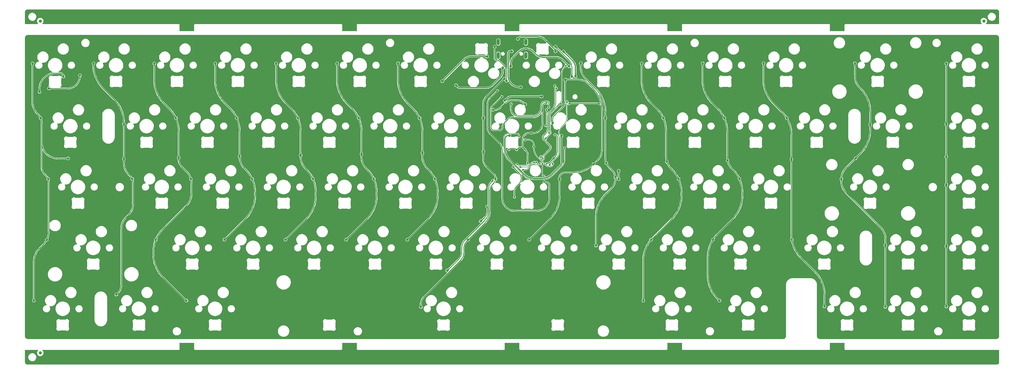
<source format=gtl>
G04 #@! TF.GenerationSoftware,KiCad,Pcbnew,(7.0.0)*
G04 #@! TF.CreationDate,2023-05-15T22:10:03-07:00*
G04 #@! TF.ProjectId,pcb-hotswap-rails,7063622d-686f-4747-9377-61702d726169,1.0*
G04 #@! TF.SameCoordinates,Original*
G04 #@! TF.FileFunction,Copper,L1,Top*
G04 #@! TF.FilePolarity,Positive*
%FSLAX46Y46*%
G04 Gerber Fmt 4.6, Leading zero omitted, Abs format (unit mm)*
G04 Created by KiCad (PCBNEW (7.0.0)) date 2023-05-15 22:10:03*
%MOMM*%
%LPD*%
G01*
G04 APERTURE LIST*
G04 #@! TA.AperFunction,SMDPad,CuDef*
%ADD10C,1.000000*%
G04 #@! TD*
G04 #@! TA.AperFunction,ComponentPad*
%ADD11O,1.000000X2.000000*%
G04 #@! TD*
G04 #@! TA.AperFunction,ComponentPad*
%ADD12O,1.050000X2.100000*%
G04 #@! TD*
G04 #@! TA.AperFunction,ViaPad*
%ADD13C,0.600000*%
G04 #@! TD*
G04 #@! TA.AperFunction,ViaPad*
%ADD14C,0.800000*%
G04 #@! TD*
G04 #@! TA.AperFunction,Conductor*
%ADD15C,0.128000*%
G04 #@! TD*
G04 #@! TA.AperFunction,Conductor*
%ADD16C,0.250000*%
G04 #@! TD*
G04 #@! TA.AperFunction,Conductor*
%ADD17C,0.350000*%
G04 #@! TD*
G04 APERTURE END LIST*
D10*
G04 #@! TO.P,REF\u002A\u002A,*
G04 #@! TO.N,*
X5000000Y3850000D03*
G04 #@! TD*
G04 #@! TO.P,REF\u002A\u002A,*
G04 #@! TO.N,*
X300049000Y107650000D03*
G04 #@! TD*
G04 #@! TO.P,REF\u002A\u002A,*
G04 #@! TO.N,*
X5000000Y107650000D03*
G04 #@! TD*
D11*
G04 #@! TO.P,J2,S1,SHIELD*
G04 #@! TO.N,Board_0-Net-(J2-SHIELD)*
X148216999Y101099999D03*
G04 #@! TO.P,J2,S2*
G04 #@! TO.N,N/C*
X156856999Y101099999D03*
D12*
G04 #@! TO.P,J2,S3*
X148216999Y96919999D03*
G04 #@! TO.P,J2,S4*
X156856999Y96919999D03*
G04 #@! TD*
D13*
G04 #@! TO.N,Board_0-+1V1*
X165194543Y63062457D03*
X159327000Y68440000D03*
X156597000Y70500000D03*
G04 #@! TO.N,Board_0-+3.3V*
X149337000Y84050000D03*
X165484457Y64742543D03*
X157377000Y63090000D03*
X163372000Y81975000D03*
X158527000Y72620000D03*
X151507000Y67450000D03*
X163317000Y63060000D03*
X153947000Y67400000D03*
X156597000Y67470000D03*
X165887639Y72119361D03*
G04 #@! TO.N,Board_0-/QSPI_CS*
X163257000Y79960000D03*
X163117000Y74940000D03*
D14*
G04 #@! TO.N,Board_0-/RGB_5V*
X4744213Y85513180D03*
X12247000Y90320000D03*
D13*
G04 #@! TO.N,Board_0-/RGB_DO*
X161973801Y63018113D03*
X162497000Y59150000D03*
X147977000Y85920000D03*
X162497000Y57310000D03*
G04 #@! TO.N,Board_0-/RST*
X169667000Y82400000D03*
X164277354Y62721500D03*
G04 #@! TO.N,Board_0-/SWD_CLK*
X161537800Y65219592D03*
X166398500Y86660000D03*
G04 #@! TO.N,Board_0-/SWD_IO*
X162047000Y64700000D03*
X165897000Y87460000D03*
D14*
G04 #@! TO.N,Board_0-C0*
X7447000Y58290000D03*
X2567000Y94440000D03*
X5087000Y77340000D03*
X7027000Y39230000D03*
X2997000Y20180000D03*
X13717000Y64670000D03*
G04 #@! TO.N,Board_0-C1*
X21617000Y94400000D03*
X31137000Y64512500D03*
X33747000Y58290000D03*
X31137000Y75410000D03*
X28757000Y22100000D03*
G04 #@! TO.N,Board_0-C10*
X193067000Y94400000D03*
X195987000Y39240000D03*
X199807000Y77340000D03*
X193567000Y20190000D03*
X204587000Y58290000D03*
X200937000Y63660010D03*
G04 #@! TO.N,Board_0-C11*
X218897000Y77330000D03*
X217387000Y20190000D03*
X212117000Y94470000D03*
X219907000Y64037529D03*
X223617000Y58300000D03*
X215327000Y39240000D03*
G04 #@! TO.N,Board_0-C12*
X238427000Y77340000D03*
X231167000Y94490000D03*
X239987000Y39240000D03*
X239867000Y64415049D03*
X250197000Y18380000D03*
G04 #@! TO.N,Board_0-C13*
X255497000Y58290000D03*
X269267000Y37470000D03*
X269257000Y18280000D03*
X259747000Y94440000D03*
X259997000Y64792569D03*
X264507000Y75280000D03*
G04 #@! TO.N,Board_0-C14*
X288307000Y65170000D03*
X288317000Y94430000D03*
X288317000Y18370000D03*
X288317000Y75440000D03*
X288317000Y37290000D03*
X288297000Y56420000D03*
G04 #@! TO.N,Board_0-C2*
X48287000Y64890020D03*
X41117000Y39240000D03*
X47387000Y77340000D03*
X40657000Y94420000D03*
X52087000Y58290000D03*
X50687000Y20190000D03*
G04 #@! TO.N,Board_0-C3*
X59717000Y94420000D03*
X67327000Y65267540D03*
X66417000Y77340000D03*
X71247000Y58290000D03*
X62577000Y39250000D03*
G04 #@! TO.N,Board_0-C4*
X85517000Y77340000D03*
X86417000Y65645060D03*
X78757000Y94420000D03*
X90247000Y58290000D03*
X81647000Y39240000D03*
G04 #@! TO.N,Board_0-C5*
X97817000Y94410000D03*
X105447000Y66022580D03*
X100637000Y39240000D03*
X104557000Y77340000D03*
X109277000Y58290000D03*
G04 #@! TO.N,Board_0-C6*
X116867000Y94450000D03*
X124487000Y66400100D03*
X119747000Y39250000D03*
X128357000Y58290000D03*
X123587000Y77340000D03*
G04 #@! TO.N,Board_0-C7*
X143557000Y77340000D03*
X124010282Y18209874D03*
X150097000Y89600000D03*
X147377000Y58300000D03*
X143557000Y66777620D03*
X138796992Y39240008D03*
G04 #@! TO.N,Board_0-C8*
X165190883Y75719981D03*
X169127000Y89340000D03*
X167387000Y58290000D03*
X178017000Y62877500D03*
X157847000Y39250000D03*
G04 #@! TO.N,Board_0-C9*
X181987000Y63270011D03*
X174017000Y94480000D03*
X181687000Y77340000D03*
X184817000Y58860000D03*
X178767000Y37420000D03*
G04 #@! TO.N,Board_0-GND*
X89107000Y70350000D03*
D13*
X157247000Y60280000D03*
D14*
X64887000Y32340000D03*
X72847000Y87610000D03*
X86517000Y11920000D03*
D13*
X150627000Y80100000D03*
X165137000Y58570000D03*
D14*
X179437000Y32390000D03*
X90327000Y89580000D03*
D13*
X136267000Y90850000D03*
X164717000Y83560000D03*
D14*
X33637000Y89690000D03*
X228917000Y49570000D03*
X218027000Y11850000D03*
D13*
X154687000Y73000000D03*
D14*
X107967000Y70290000D03*
D13*
X162037629Y66940629D03*
D14*
X38517000Y49080000D03*
D13*
X153037000Y71830000D03*
X271197000Y31600000D03*
D14*
X54847000Y83040000D03*
X165627000Y56890000D03*
X57887000Y49140000D03*
X52457000Y89770000D03*
D13*
X173397000Y91090000D03*
X166287000Y63440000D03*
D14*
X249587000Y87370000D03*
X99497000Y87020000D03*
D13*
X155117000Y69540000D03*
D14*
X131537000Y87070000D03*
D13*
X166567000Y73020000D03*
X162734258Y67581258D03*
X67297000Y84580000D03*
D14*
X6187000Y49540000D03*
X162367000Y10670000D03*
D13*
X165261000Y68288000D03*
D14*
X155157000Y95120000D03*
X198207000Y32200000D03*
D13*
X150237000Y63280000D03*
D14*
X18497000Y71210000D03*
X34617000Y87720000D03*
D13*
X153847000Y82010000D03*
D14*
X71677000Y89900000D03*
X76147000Y49080000D03*
X162347000Y50920000D03*
X225137000Y87890000D03*
X70177000Y70290000D03*
X3817000Y85490000D03*
D13*
X158527000Y68300000D03*
D14*
X205964500Y87465000D03*
D13*
X167327000Y63050000D03*
X161329629Y67591371D03*
X150657000Y61680000D03*
D14*
X41867000Y87270000D03*
X46027000Y32250000D03*
X102744923Y32294768D03*
X19897000Y66740000D03*
D13*
X165037000Y71650000D03*
X170227000Y79480000D03*
D14*
X188267000Y11640000D03*
X137697000Y83780000D03*
X185907000Y89950000D03*
X224067000Y89880000D03*
X109707000Y89660000D03*
X198317000Y10840000D03*
X141257000Y32160000D03*
D13*
X166407000Y79850000D03*
D14*
X190787000Y49260000D03*
X51197000Y70290000D03*
D13*
X164857000Y61430000D03*
D14*
X202107000Y83360000D03*
X53827000Y87620000D03*
X141077000Y95790000D03*
X126397000Y80880000D03*
X248637000Y46490000D03*
X191117000Y61990000D03*
X68957000Y51740000D03*
X252777000Y10760000D03*
X286457000Y70230000D03*
X274317000Y89250000D03*
X111467000Y87520000D03*
D13*
X169977000Y86440000D03*
D14*
X113937000Y12110000D03*
D13*
X161097000Y70660000D03*
D14*
X55287000Y10610000D03*
X31437000Y10700000D03*
D13*
X157507000Y76550000D03*
X163385000Y68289258D03*
D14*
X11167000Y83020000D03*
D13*
X152657000Y67090500D03*
X160689000Y68288000D03*
D14*
X171967000Y49330000D03*
X5247000Y90450000D03*
D13*
X174587000Y85020000D03*
D14*
X206137000Y8610000D03*
D13*
X151567000Y85150000D03*
D14*
X259467000Y49820000D03*
X150027000Y95070000D03*
X289587000Y32160000D03*
X118937000Y87020000D03*
X221967000Y10700000D03*
D13*
X257047000Y52080000D03*
X102457000Y10190000D03*
D14*
X241537000Y70370000D03*
D13*
X162037000Y68288629D03*
D14*
X80497000Y86900000D03*
X9757000Y66860000D03*
X50547000Y12020000D03*
X204907000Y89700000D03*
D13*
X155097000Y67100000D03*
X148877000Y74810000D03*
X161385629Y68928629D03*
D14*
X288867000Y12340000D03*
X189827000Y87700000D03*
D13*
X148107000Y84110000D03*
D14*
X29277000Y12060000D03*
D13*
X184157000Y62810000D03*
X178807000Y10310000D03*
D14*
X121837000Y32200000D03*
X11347000Y85720000D03*
X209847000Y49330000D03*
D13*
X155347000Y93410000D03*
X162036371Y69636629D03*
D14*
X91217000Y10680000D03*
D13*
X267107000Y69680000D03*
X168747000Y79890000D03*
X155467000Y63170000D03*
D14*
X26487000Y99990000D03*
D13*
X154587000Y54440000D03*
D14*
X145967000Y70370000D03*
D13*
X156127000Y58460000D03*
D14*
X152907000Y49200000D03*
X6307000Y25040000D03*
X160067000Y32290000D03*
X240397000Y32250000D03*
X216947000Y100060000D03*
D13*
X152157000Y90660000D03*
D14*
X217437000Y32200000D03*
X146367000Y62330000D03*
X127257000Y70330000D03*
X275237000Y59630000D03*
D13*
X160447000Y66680000D03*
D14*
X114567000Y8620000D03*
X222457000Y70330000D03*
D13*
X45797000Y10200000D03*
D14*
X92067000Y87670000D03*
D13*
X283237000Y52090000D03*
D14*
X182917000Y73020000D03*
D13*
X161437000Y76570000D03*
D14*
X166707000Y97210000D03*
X184187000Y70330000D03*
D13*
X254667000Y33090000D03*
X204117000Y100490000D03*
X8127000Y12600000D03*
D14*
X243097000Y89940000D03*
X128567000Y89780000D03*
X88017000Y80880000D03*
X61117000Y86960000D03*
D13*
X162677000Y68940000D03*
D14*
X96077000Y49140000D03*
X133777000Y49390000D03*
X250457000Y12790000D03*
X126697000Y10590000D03*
X33177000Y69690000D03*
X203267000Y70370000D03*
X272037000Y10600000D03*
X65247000Y46100000D03*
D13*
X164247000Y64380000D03*
D14*
X114897000Y49080000D03*
D13*
X168547000Y82370000D03*
D14*
X83977000Y32020000D03*
G04 #@! TO.N,Board_0-Net-(D1-DIN)*
X17407000Y90690000D03*
X7667000Y86570000D03*
G04 #@! TO.N,Board_0-Net-(D22-DOUT)*
X147087000Y99670000D03*
X150752843Y88944157D03*
G04 #@! TO.N,Board_0-Net-(D23-DOUT)*
X166077000Y99670000D03*
X171197000Y90250000D03*
D13*
G04 #@! TO.N,Board_0-Net-(D37-DIN)*
X154687000Y71540000D03*
X168977000Y67990000D03*
D14*
G04 #@! TO.N,Board_0-Net-(D95-A1)*
X156637000Y81600000D03*
X146547000Y79880000D03*
G04 #@! TO.N,Board_0-Net-(F1-Pad1)*
X152447000Y98200000D03*
X155287000Y86992498D03*
D13*
G04 #@! TO.N,Board_0-R0*
X164097000Y72700000D03*
X169320968Y93693968D03*
G04 #@! TO.N,Board_0-R1*
X163028500Y70910000D03*
X167897171Y81759828D03*
X170357000Y81760000D03*
X152207000Y81760000D03*
X164017000Y80730000D03*
X179879728Y81758435D03*
D14*
G04 #@! TO.N,Board_0-R2*
X185867000Y60830000D03*
D13*
X154117000Y62900000D03*
D14*
X185867000Y58210000D03*
D13*
X159407000Y63470000D03*
G04 #@! TO.N,Board_0-R3*
X144624500Y49710000D03*
X160134419Y63458978D03*
X152877000Y61990000D03*
X153277000Y52580000D03*
D14*
X142737000Y45070000D03*
D13*
X155059374Y61982842D03*
G04 #@! TO.N,Board_0-R4*
X146457000Y57750000D03*
X161247000Y63050000D03*
X155867000Y61100000D03*
D14*
X132237000Y29590000D03*
G04 #@! TO.N,Board_0-VCC*
X166107000Y98170000D03*
X152107000Y93530000D03*
X151733544Y71831461D03*
X144767000Y96560000D03*
X167977000Y71790000D03*
X161777000Y84040000D03*
X150227000Y82820000D03*
X134997000Y87590000D03*
X172377000Y90340000D03*
X149607000Y93087502D03*
X130697000Y88840000D03*
X154297000Y102060000D03*
X168597000Y98160000D03*
X170397000Y93470000D03*
G04 #@! TD*
D15*
G04 #@! TO.N,Board_0-+1V1*
X164690807Y62230000D02*
X164064503Y62230000D01*
X162825000Y62862000D02*
X160498573Y65188427D01*
X159327000Y68440000D02*
X159327000Y69000000D01*
X163017541Y62663665D02*
X162825000Y62856206D01*
X165194543Y63062457D02*
X165194543Y62733736D01*
X157827000Y70500000D02*
X156597000Y70500000D01*
X162825000Y62856206D02*
X162825000Y62862000D01*
X159327000Y68016854D02*
X159327000Y68440000D01*
X163017546Y62663670D02*
G75*
G03*
X164064503Y62230000I1046954J1046930D01*
G01*
X164690807Y62229957D02*
G75*
G03*
X165194543Y62733736I-7J503743D01*
G01*
X159326968Y68016854D02*
G75*
G03*
X160498573Y65188427I4000032J46D01*
G01*
X159327000Y69000000D02*
G75*
G03*
X157827000Y70500000I-1500000J0D01*
G01*
D16*
G04 #@! TO.N,Board_0-+3.3V*
X163317000Y63060000D02*
X163522039Y63060000D01*
X145894000Y80026236D02*
X145894000Y74500000D01*
X158527000Y72620000D02*
X157857000Y72620000D01*
X166021213Y65279299D02*
X165484457Y64742543D01*
X151672685Y67615685D02*
X151507000Y67450000D01*
X156597000Y67470000D02*
X156195137Y67871863D01*
X165887639Y72119361D02*
X166107000Y72119361D01*
X163372000Y81975000D02*
X163047000Y81975000D01*
X156597000Y67470000D02*
X156791214Y67275786D01*
X157377000Y65861573D02*
X157377000Y63090000D01*
X162047000Y80975000D02*
X162047000Y75620000D01*
X153885471Y67400000D02*
X153669785Y67615686D01*
X146894000Y73500000D02*
X148527000Y73500000D01*
X153947000Y67400000D02*
X153885471Y67400000D01*
X153947000Y67403722D02*
X154415139Y67871861D01*
X166607000Y71619361D02*
X166607000Y66693513D01*
X153947000Y67400000D02*
X153947000Y67403722D01*
X152698950Y77577000D02*
X159047000Y77577000D01*
X159047000Y72620000D02*
X158527000Y72620000D01*
X155857000Y70620000D02*
X155857000Y68864352D01*
X162047000Y80577000D02*
X162047000Y80975000D01*
X163999815Y63257901D02*
X165484457Y64742543D01*
X153104100Y67850000D02*
X152238371Y67850000D01*
X149337000Y84050000D02*
X146304662Y81017662D01*
X156319697Y67747303D02*
X156597000Y67470000D01*
X150071463Y75814463D02*
X151222388Y76965388D01*
X152698950Y77577027D02*
G75*
G03*
X151222389Y76965387I50J-2088227D01*
G01*
X157376980Y65861573D02*
G75*
G03*
X156791213Y67275785I-1999980J27D01*
G01*
X159047000Y72620000D02*
G75*
G03*
X162047000Y75620000I0J3000000D01*
G01*
X150071472Y75814454D02*
G75*
G03*
X149527000Y74500000I1314428J-1314454D01*
G01*
X146304678Y81017646D02*
G75*
G03*
X145894000Y80026236I991422J-991446D01*
G01*
X166021220Y65279292D02*
G75*
G03*
X166607000Y66693513I-1414220J1414208D01*
G01*
X153669785Y67615686D02*
G75*
G03*
X153104100Y67850000I-565685J-565686D01*
G01*
X157857000Y72620000D02*
G75*
G03*
X155857000Y70620000I0J-2000000D01*
G01*
X155856953Y68864352D02*
G75*
G03*
X156319697Y67747303I1579747J48D01*
G01*
X163047000Y81975000D02*
G75*
G03*
X162047000Y80975000I0J-1000000D01*
G01*
X156195097Y67871823D02*
G75*
G03*
X154415140Y67871860I-889997J-889923D01*
G01*
X163522039Y63059979D02*
G75*
G03*
X163999815Y63257901I-39J675721D01*
G01*
X166606961Y71619361D02*
G75*
G03*
X166107000Y72119361I-499961J39D01*
G01*
X145894000Y74500000D02*
G75*
G03*
X146894000Y73500000I1000000J0D01*
G01*
X159047000Y77577000D02*
G75*
G03*
X162047000Y80577000I0J3000000D01*
G01*
X152238371Y67850020D02*
G75*
G03*
X151672685Y67615685I29J-800020D01*
G01*
X148527000Y73500000D02*
G75*
G03*
X149527000Y74500000I0J1000000D01*
G01*
D15*
G04 #@! TO.N,Board_0-/QSPI_CS*
X163257000Y75080000D02*
X163117000Y74940000D01*
X163257000Y79960000D02*
X163257000Y75080000D01*
D16*
G04 #@! TO.N,Board_0-/RGB_5V*
X4747000Y85515967D02*
X4747000Y86400000D01*
X12247000Y90400000D02*
X12247000Y90320000D01*
X4744213Y85513180D02*
X4747000Y85515967D01*
X9747000Y91400000D02*
X11247000Y91400000D01*
X9747000Y91400000D02*
G75*
G03*
X4747000Y86400000I0J-5000000D01*
G01*
X12247000Y90400000D02*
G75*
G03*
X11247000Y91400000I-1000000J0D01*
G01*
G04 #@! TO.N,Board_0-/RGB_DO*
X149467000Y67397359D02*
X149467000Y52280000D01*
X144847000Y81547359D02*
X144847000Y74502641D01*
X163167000Y57310000D02*
X162497000Y57310000D01*
X153467000Y48280000D02*
X160167000Y48280000D01*
D15*
X162497000Y59150000D02*
X162473801Y59150000D01*
X162473801Y59150000D02*
X162267911Y59150000D01*
D16*
X145725679Y72381321D02*
X148588320Y69518680D01*
X164167000Y52280000D02*
X164167000Y56310000D01*
D15*
X161973801Y59444109D02*
X161973801Y63018113D01*
D16*
X147977000Y85920000D02*
X145725680Y83668680D01*
X144847029Y74502641D02*
G75*
G03*
X145725679Y72381321I2999971J-41D01*
G01*
X160167000Y48280000D02*
G75*
G03*
X164167000Y52280000I0J4000000D01*
G01*
X164167000Y56310000D02*
G75*
G03*
X163167000Y57310000I-1000000J0D01*
G01*
D15*
X161973800Y59444109D02*
G75*
G03*
X162267911Y59150000I294100J-9D01*
G01*
D16*
X145725660Y83668700D02*
G75*
G03*
X144847000Y81547359I2121340J-2121300D01*
G01*
X149467000Y52280000D02*
G75*
G03*
X153467000Y48280000I4000000J0D01*
G01*
X149466971Y67397359D02*
G75*
G03*
X148588320Y69518680I-2999971J41D01*
G01*
D15*
G04 #@! TO.N,Board_0-/RST*
X169667000Y82400000D02*
X169667000Y77442641D01*
X167177000Y72467359D02*
X167177000Y66568427D01*
X168788320Y75321320D02*
X168055679Y74588679D01*
X164277354Y62840354D02*
X164277354Y62721500D01*
X166591213Y65154213D02*
X164277354Y62840354D01*
X168788340Y75321300D02*
G75*
G03*
X169667000Y77442641I-2121340J2121300D01*
G01*
X166591227Y65154199D02*
G75*
G03*
X167177000Y66568427I-1414227J1414201D01*
G01*
X168055659Y74588699D02*
G75*
G03*
X167177000Y72467359I2121341J-2121299D01*
G01*
G04 #@! TO.N,Board_0-/SWD_CLK*
X166398500Y86660000D02*
X166197000Y86660000D01*
X161537800Y64694761D02*
X161537800Y65219592D01*
X161714503Y64336703D02*
X161666082Y64385112D01*
X164349089Y67376089D02*
X162831893Y65858893D01*
X163297213Y72596007D02*
X162679063Y71977857D01*
X162539000Y65151786D02*
X162539000Y64663365D01*
X165611213Y80530994D02*
X164468786Y79388567D01*
X163883000Y77974354D02*
X163883000Y74010221D01*
X162679063Y70563643D02*
X164349089Y68893617D01*
X166197000Y86660000D02*
X166197000Y81945208D01*
X161537756Y64694761D02*
G75*
G03*
X161666083Y64385113I437844J39D01*
G01*
X162403686Y64336720D02*
G75*
G03*
X162539000Y64663365I-326686J326680D01*
G01*
X162679014Y71977906D02*
G75*
G03*
X162679064Y70563644I707186J-707106D01*
G01*
X165611217Y80530990D02*
G75*
G03*
X166197000Y81945208I-1414217J1414210D01*
G01*
X164468763Y79388590D02*
G75*
G03*
X163883000Y77974354I1414237J-1414190D01*
G01*
X162831886Y65858900D02*
G75*
G03*
X162539000Y65151786I707114J-707100D01*
G01*
X164349041Y67376137D02*
G75*
G03*
X164349088Y68893616I-758741J758763D01*
G01*
X161714504Y64336704D02*
G75*
G03*
X162403702Y64336704I344599J344599D01*
G01*
X163297224Y72595996D02*
G75*
G03*
X163883000Y74010221I-1414224J1414204D01*
G01*
G04 #@! TO.N,Board_0-/SWD_IO*
X162452038Y70428630D02*
X164163250Y68717418D01*
X165907000Y87450000D02*
X165907000Y82017246D01*
X162047000Y65021824D02*
X162047000Y64700000D01*
X164163250Y67552288D02*
X162575893Y65964931D01*
X163627000Y78080392D02*
X163627000Y74116259D01*
X165897000Y87460000D02*
X165907000Y87450000D01*
X163041213Y72702045D02*
X162452038Y72112870D01*
X165321213Y80603032D02*
X164212786Y79494605D01*
X162575893Y65964931D02*
X162339893Y65728931D01*
X165321236Y80603009D02*
G75*
G03*
X165907000Y82017246I-1414236J1414191D01*
G01*
X163041193Y72702065D02*
G75*
G03*
X163627000Y74116259I-1414193J1414235D01*
G01*
X164212782Y79494609D02*
G75*
G03*
X163627000Y78080392I1414218J-1414209D01*
G01*
X162339905Y65728919D02*
G75*
G03*
X162047000Y65021824I707095J-707119D01*
G01*
X164163203Y67552335D02*
G75*
G03*
X164163250Y68717418I-582503J582565D01*
G01*
X162452089Y72112819D02*
G75*
G03*
X162452039Y70428631I842111J-842119D01*
G01*
D16*
G04 #@! TO.N,Board_0-C0*
X6325680Y59761320D02*
X6790550Y59296450D01*
X5911869Y37694869D02*
X4754359Y36537359D01*
X5447000Y69670000D02*
X5447000Y61882641D01*
X2997000Y32294719D02*
X2997000Y20180000D01*
X10447000Y64670000D02*
X13717000Y64670000D01*
X4031466Y78755534D02*
X4275427Y78511573D01*
X5447000Y75683146D02*
X5447000Y69670000D01*
X2567000Y94440000D02*
X2567000Y82291068D01*
X7669229Y57175130D02*
X7669229Y41937510D01*
X5911880Y37694858D02*
G75*
G03*
X7669229Y41937510I-4242680J4242642D01*
G01*
X4754368Y36537350D02*
G75*
G03*
X2997000Y32294719I4242632J-4242650D01*
G01*
X5447032Y75683146D02*
G75*
G03*
X4275427Y78511573I-4000032J-46D01*
G01*
X5447000Y69670000D02*
G75*
G03*
X10447000Y64670000I5000000J0D01*
G01*
X2566978Y82291068D02*
G75*
G03*
X4031467Y78755535I5000022J32D01*
G01*
X5447029Y61882641D02*
G75*
G03*
X6325680Y59761320I2999971J-41D01*
G01*
X7669241Y57175130D02*
G75*
G03*
X6790549Y59296449I-3000041J-30D01*
G01*
G04 #@! TO.N,Board_0-C1*
X28757000Y22100000D02*
X28807000Y22100000D01*
X31137000Y75997864D02*
X31137000Y75410000D01*
X28807000Y22100000D02*
X29418321Y22711321D01*
X31137000Y75410000D02*
X31137000Y64870000D01*
X28208068Y83068932D02*
X24545932Y86731068D01*
X32542534Y46975534D02*
X31761466Y46194466D01*
X31137000Y64570000D02*
X31137000Y63241068D01*
X32601466Y59705534D02*
X33128320Y59178680D01*
X21617000Y94400000D02*
X21617000Y93802136D01*
X30297000Y24832641D02*
X30297000Y42658932D01*
X31137000Y64512500D02*
X31137000Y64570000D01*
X34007000Y57057359D02*
X34007000Y50511068D01*
X31137000Y64870000D02*
X31137000Y64570000D01*
X29418341Y22711301D02*
G75*
G03*
X30297000Y24832641I-2121341J2121299D01*
G01*
X31761482Y46194450D02*
G75*
G03*
X30297000Y42658932I3535518J-3535550D01*
G01*
X31136974Y75997864D02*
G75*
G03*
X28208067Y83068931I-9999974J36D01*
G01*
X32542518Y46975550D02*
G75*
G03*
X34007000Y50511068I-3535518J3535550D01*
G01*
X31136978Y63241068D02*
G75*
G03*
X32601467Y59705535I5000022J32D01*
G01*
X34006971Y57057359D02*
G75*
G03*
X33128320Y59178680I-2999971J41D01*
G01*
X21617026Y93802136D02*
G75*
G03*
X24545933Y86731069I9999974J-36D01*
G01*
G04 #@! TO.N,Board_0-C10*
X193067000Y94400000D02*
X193067000Y89122136D01*
X205487000Y54147864D02*
X205487000Y52912136D01*
X202558068Y45841068D02*
X196495932Y39778932D01*
X200707000Y73197864D02*
X200707000Y65141068D01*
X202171466Y61605534D02*
X202558068Y61218932D01*
X195995932Y82051068D02*
X197778068Y80268932D01*
X193567000Y32707864D02*
X193567000Y20190000D01*
X202558086Y45841050D02*
G75*
G03*
X205487000Y52912136I-7071086J7071050D01*
G01*
X196495914Y39778950D02*
G75*
G03*
X193567000Y32707864I7071086J-7071050D01*
G01*
X200706978Y65141068D02*
G75*
G03*
X202171467Y61605535I5000022J32D01*
G01*
X205486974Y54147864D02*
G75*
G03*
X202558067Y61218931I-9999974J36D01*
G01*
X193067026Y89122136D02*
G75*
G03*
X195995933Y82051069I9999974J-36D01*
G01*
X200706974Y73197864D02*
G75*
G03*
X197778067Y80268931I-9999974J36D01*
G01*
G04 #@! TO.N,Board_0-C11*
X224517000Y54147864D02*
X224517000Y52912136D01*
X213747000Y33857864D02*
X213747000Y27972136D01*
X216675932Y20901068D02*
X217007000Y20570000D01*
X212117000Y94470000D02*
X212117000Y89152136D01*
X221588068Y45841068D02*
X216675932Y40928932D01*
X219797000Y73187864D02*
X219797000Y65081068D01*
X221261466Y61545534D02*
X221588068Y61218932D01*
X215045932Y82081068D02*
X216868068Y80258932D01*
X217007000Y20570000D02*
X217387000Y20190000D01*
X221588086Y45841050D02*
G75*
G03*
X224517000Y52912136I-7071086J7071050D01*
G01*
X219796974Y73187864D02*
G75*
G03*
X216868067Y80258931I-9999974J36D01*
G01*
X213747026Y27972136D02*
G75*
G03*
X216675933Y20901069I9999974J-36D01*
G01*
X224516974Y54147864D02*
G75*
G03*
X221588067Y61218931I-9999974J36D01*
G01*
X219796978Y65081068D02*
G75*
G03*
X221261467Y61545535I5000022J32D01*
G01*
X212117026Y89152136D02*
G75*
G03*
X215045933Y82081069I9999974J-36D01*
G01*
X216675914Y40928950D02*
G75*
G03*
X213747000Y33857864I7071086J-7071050D01*
G01*
G04 #@! TO.N,Board_0-C12*
X250207000Y18390000D02*
X250197000Y18380000D01*
X250207000Y22137864D02*
X250207000Y18390000D01*
X239866521Y72168343D02*
X239866521Y64049521D01*
X231167000Y94490000D02*
X231167000Y89152136D01*
X239867000Y64050000D02*
X239866521Y64049521D01*
X239867000Y64415049D02*
X239867000Y64050000D01*
X236937589Y79239411D02*
X234095932Y82081068D01*
X239866521Y64049521D02*
X239866521Y40762615D01*
X242795453Y33691547D02*
X247278068Y29208932D01*
X250206974Y22137864D02*
G75*
G03*
X247278067Y29208931I-9999974J36D01*
G01*
X239866526Y40762615D02*
G75*
G03*
X242795454Y33691548I9999974J-15D01*
G01*
X231167026Y89152136D02*
G75*
G03*
X234095933Y82081069I9999974J-36D01*
G01*
X239866545Y72168343D02*
G75*
G03*
X236937589Y79239411I-10000045J-43D01*
G01*
G04 #@! TO.N,Board_0-C13*
X264507000Y75280000D02*
X264507000Y73442136D01*
X256961466Y61754466D02*
X259982000Y64775000D01*
X255497000Y57461068D02*
X255497000Y58218932D01*
X261578068Y86498932D02*
X261211466Y86865534D01*
X259997000Y64792569D02*
X259997000Y64790000D01*
X259997000Y64790000D02*
X259982000Y64775000D01*
X267802534Y43084466D02*
X256961466Y53925534D01*
X259747000Y90401068D02*
X259747000Y94440000D01*
X269267000Y18290000D02*
X269257000Y18280000D01*
X261578068Y66371068D02*
X259982000Y64775000D01*
X269267000Y37470000D02*
X269267000Y39548932D01*
X264507000Y75280000D02*
X264507000Y79427864D01*
X269267000Y37470000D02*
X269267000Y18290000D01*
X255496978Y57461068D02*
G75*
G03*
X256961467Y53925535I5000022J32D01*
G01*
X261578086Y66371050D02*
G75*
G03*
X264507000Y73442136I-7071086J7071050D01*
G01*
X259746978Y90401068D02*
G75*
G03*
X261211467Y86865535I5000022J32D01*
G01*
X269267022Y39548932D02*
G75*
G03*
X267802533Y43084465I-5000022J-32D01*
G01*
X264506974Y79427864D02*
G75*
G03*
X261578067Y86498931I-9999974J36D01*
G01*
X256961482Y61754450D02*
G75*
G03*
X255497000Y58218932I3535518J-3535550D01*
G01*
G04 #@! TO.N,Board_0-C14*
X288317000Y65180000D02*
X288317000Y65850000D01*
X288317000Y37290000D02*
X288317000Y18370000D01*
X288317000Y94430000D02*
X288317000Y75440000D01*
X288297000Y56420000D02*
X288297000Y37310000D01*
X288317000Y56440000D02*
X288297000Y56420000D01*
X288297000Y37310000D02*
X288317000Y37290000D01*
X288307000Y65170000D02*
X288317000Y65180000D01*
X288317000Y75440000D02*
X288317000Y65850000D01*
X288317000Y65850000D02*
X288317000Y56440000D01*
G04 #@! TO.N,Board_0-C2*
X48277020Y64900000D02*
X48277000Y64900000D01*
X43585932Y82031068D02*
X45348068Y80268932D01*
X48277000Y65240000D02*
X48277000Y64900000D01*
X48287000Y64890020D02*
X48277020Y64900000D01*
X40657000Y94420000D02*
X40657000Y89102136D01*
X52257000Y56988932D02*
X52257000Y53561068D01*
X48277000Y73197864D02*
X48277000Y65240000D01*
X50792534Y50025534D02*
X43305932Y42538932D01*
X40377000Y35467864D02*
X40377000Y34642136D01*
X48287000Y64890020D02*
X48287000Y64272641D01*
X49165680Y62151320D02*
X50792534Y60524466D01*
X43305932Y27571068D02*
X50687000Y20190000D01*
X52257022Y56988932D02*
G75*
G03*
X50792533Y60524465I-5000022J-32D01*
G01*
X48276974Y73197864D02*
G75*
G03*
X45348067Y80268931I-9999974J36D01*
G01*
X43305914Y42538950D02*
G75*
G03*
X40377000Y35467864I7071086J-7071050D01*
G01*
X40377000Y34642136D02*
G75*
G03*
X43305932Y27571068I10000010J4D01*
G01*
X48287029Y64272641D02*
G75*
G03*
X49165680Y62151320I2999971J-41D01*
G01*
X40657026Y89102136D02*
G75*
G03*
X43585933Y82031069I9999974J-36D01*
G01*
X50792518Y50025550D02*
G75*
G03*
X52257000Y53561068I-3535518J3535550D01*
G01*
G04 #@! TO.N,Board_0-C3*
X67327000Y73197864D02*
X67327000Y65590000D01*
X69218068Y45891068D02*
X62577000Y39250000D01*
X62645932Y82021068D02*
X64398068Y80268932D01*
X67327000Y65267540D02*
X67327000Y65210000D01*
X67327000Y65590000D02*
X67327000Y65210000D01*
X72147000Y54147864D02*
X72147000Y52962136D01*
X67327000Y65210000D02*
X67327000Y65181068D01*
X68791466Y61645534D02*
X69218068Y61218932D01*
X59717000Y94420000D02*
X59717000Y89092136D01*
X69218086Y45891050D02*
G75*
G03*
X72147000Y52962136I-7071086J7071050D01*
G01*
X59717026Y89092136D02*
G75*
G03*
X62645933Y82021069I9999974J-36D01*
G01*
X72146974Y54147864D02*
G75*
G03*
X69218067Y61218931I-9999974J36D01*
G01*
X67326974Y73197864D02*
G75*
G03*
X64398067Y80268931I-9999974J36D01*
G01*
X67326978Y65181068D02*
G75*
G03*
X68791467Y61645535I5000022J32D01*
G01*
G04 #@! TO.N,Board_0-C4*
X86417000Y65620000D02*
X86417000Y65101068D01*
X86417000Y73197864D02*
X86417000Y65620000D01*
X87881466Y61565534D02*
X88218068Y61228932D01*
X86417000Y65645060D02*
X86417000Y65620000D01*
X81685932Y82071068D02*
X83488068Y80268932D01*
X88218068Y45811068D02*
X81647000Y39240000D01*
X78757000Y94420000D02*
X78757000Y89142136D01*
X91147000Y54157864D02*
X91147000Y52882136D01*
X86416974Y73197864D02*
G75*
G03*
X83488067Y80268931I-9999974J36D01*
G01*
X91146974Y54157864D02*
G75*
G03*
X88218067Y61228931I-9999974J36D01*
G01*
X86416978Y65101068D02*
G75*
G03*
X87881467Y61565535I5000022J32D01*
G01*
X78757026Y89142136D02*
G75*
G03*
X81685933Y82071069I9999974J-36D01*
G01*
X88218086Y45811050D02*
G75*
G03*
X91147000Y52882136I-7071086J7071050D01*
G01*
G04 #@! TO.N,Board_0-C5*
X105447000Y73207864D02*
X105447000Y65960000D01*
X105447000Y65960000D02*
X105447000Y65770000D01*
X106911466Y61565534D02*
X107248068Y61228932D01*
X110177000Y54157864D02*
X110177000Y52922136D01*
X105447000Y66022580D02*
X105447000Y65960000D01*
X105447000Y65770000D02*
X105447000Y65101068D01*
X100745932Y82051068D02*
X102427000Y80370000D01*
X107248068Y45851068D02*
X100637000Y39240000D01*
X97817000Y94410000D02*
X97817000Y89122136D01*
X102427000Y80370000D02*
X102518068Y80278932D01*
X110176974Y54157864D02*
G75*
G03*
X107248067Y61228931I-9999974J36D01*
G01*
X105446974Y73207864D02*
G75*
G03*
X102518067Y80278931I-9999974J36D01*
G01*
X97817026Y89122136D02*
G75*
G03*
X100745933Y82051069I9999974J-36D01*
G01*
X107248086Y45851050D02*
G75*
G03*
X110177000Y52922136I-7071086J7071050D01*
G01*
X105446978Y65101068D02*
G75*
G03*
X106911467Y61565535I5000022J32D01*
G01*
G04 #@! TO.N,Board_0-C6*
X129267000Y54147864D02*
X129267000Y52912136D01*
X121362000Y80465000D02*
X121558068Y80268932D01*
X124487000Y73197864D02*
X124487000Y66750000D01*
X116867000Y94450000D02*
X116867000Y89102136D01*
X124487000Y66400100D02*
X124487000Y66390000D01*
X126338068Y45841068D02*
X119747000Y39250000D01*
X125951466Y61605534D02*
X126338068Y61218932D01*
X124487000Y66750000D02*
X124487000Y66390000D01*
X119795932Y82031068D02*
X121362000Y80465000D01*
X124487000Y66390000D02*
X124487000Y65141068D01*
X126338086Y45841050D02*
G75*
G03*
X129267000Y52912136I-7071086J7071050D01*
G01*
X129266974Y54147864D02*
G75*
G03*
X126338067Y61218931I-9999974J36D01*
G01*
X116867026Y89102136D02*
G75*
G03*
X119795933Y82031069I9999974J-36D01*
G01*
X124486974Y73197864D02*
G75*
G03*
X121558067Y80268931I-9999974J36D01*
G01*
X124486978Y65141068D02*
G75*
G03*
X125951467Y61605535I5000022J32D01*
G01*
G04 #@! TO.N,Board_0-C7*
X124010282Y18209874D02*
X124010282Y19150051D01*
X143557000Y64302641D02*
X143557000Y66750000D01*
X138275679Y38718679D02*
X144039211Y44482211D01*
X150037000Y89600000D02*
X144435679Y83998679D01*
X143557000Y77340000D02*
X143557000Y67010000D01*
X150097000Y89600000D02*
X150037000Y89600000D01*
X137397000Y35022051D02*
X137397000Y36597359D01*
X146433199Y56626199D02*
X146797787Y56990787D01*
X124888961Y21271371D02*
X136518320Y32900730D01*
X145554520Y48140490D02*
X145554520Y54504879D01*
X143557000Y67010000D02*
X143557000Y66750000D01*
X143557000Y81877359D02*
X143557000Y77340000D01*
X146797786Y59819214D02*
X144435680Y62181320D01*
X143557000Y66777620D02*
X143557000Y66750000D01*
X143557029Y64302641D02*
G75*
G03*
X144435680Y62181320I2999971J-41D01*
G01*
X146797786Y56990788D02*
G75*
G03*
X146797785Y59819213I-1414186J1414212D01*
G01*
X138275659Y38718699D02*
G75*
G03*
X137397000Y36597359I2121341J-2121299D01*
G01*
X136518295Y32900755D02*
G75*
G03*
X137397000Y35022051I-2121295J2121345D01*
G01*
X146433193Y56626205D02*
G75*
G03*
X145554520Y54504879I2121307J-2121305D01*
G01*
X144435659Y83998699D02*
G75*
G03*
X143557000Y81877359I2121341J-2121299D01*
G01*
X124888933Y21271399D02*
G75*
G03*
X124010282Y19150051I2121367J-2121299D01*
G01*
X144039213Y44482209D02*
G75*
G03*
X145554520Y48140490I-3658313J3658291D01*
G01*
G04 #@! TO.N,Board_0-C8*
X167387000Y58290000D02*
X167387000Y52932136D01*
X165190883Y75719981D02*
X165190883Y76782815D01*
X168887000Y60214521D02*
X171229385Y60214521D01*
X167387000Y58290000D02*
X167387000Y58714521D01*
X178300453Y63143453D02*
X179202534Y64045534D01*
X177738068Y86732045D02*
X176594579Y87875534D01*
X164458068Y45861068D02*
X157847000Y39250000D01*
X169127000Y84032641D02*
X169114000Y84019641D01*
X173059045Y89340000D02*
X169127000Y89340000D01*
X169127000Y84032641D02*
X169127000Y89340000D01*
X168528213Y80948572D02*
X165776669Y78197028D01*
X180667000Y67581068D02*
X180667000Y79660977D01*
X169114000Y84019641D02*
X169114000Y82362786D01*
X180666984Y79660977D02*
G75*
G03*
X177738068Y86732045I-9999984J23D01*
G01*
X179202518Y64045550D02*
G75*
G03*
X180667000Y67581068I-3535518J3535550D01*
G01*
X165776673Y78197024D02*
G75*
G03*
X165190883Y76782815I1414227J-1414224D01*
G01*
X168887000Y60214500D02*
G75*
G03*
X167387000Y58714521I0J-1500000D01*
G01*
X168528206Y80948579D02*
G75*
G03*
X169114000Y82362786I-1414206J1414221D01*
G01*
X171229385Y60214526D02*
G75*
G03*
X178300452Y63143454I15J9999974D01*
G01*
X176594556Y87875511D02*
G75*
G03*
X173059045Y89340000I-3535556J-3535511D01*
G01*
X164458086Y45861050D02*
G75*
G03*
X167387000Y52932136I-7071086J7071050D01*
G01*
G04 #@! TO.N,Board_0-C9*
X174017000Y94480000D02*
X174017000Y93221068D01*
X181687000Y79337864D02*
X181687000Y77340000D01*
X181687000Y64779354D02*
X181687000Y77340000D01*
X178767000Y46395364D02*
X178767000Y37420000D01*
X183691073Y55461573D02*
X181695932Y53466432D01*
X182858573Y61950927D02*
X183691073Y61118427D01*
X175481466Y89685534D02*
X178758068Y86408932D01*
X183691073Y55461573D02*
G75*
G03*
X183691073Y61118427I-2828473J2828427D01*
G01*
X181686974Y79337864D02*
G75*
G03*
X178758067Y86408931I-9999974J36D01*
G01*
X181695914Y53466450D02*
G75*
G03*
X178767000Y46395364I7071086J-7071050D01*
G01*
X181686968Y64779354D02*
G75*
G03*
X182858573Y61950927I4000032J46D01*
G01*
X174016978Y93221068D02*
G75*
G03*
X175481467Y89685535I5000022J32D01*
G01*
D15*
G04 #@! TO.N,Board_0-GND*
X155117000Y69540000D02*
X155197000Y69620000D01*
X154697000Y73000000D02*
X154988534Y73000000D01*
X155197000Y69620000D02*
X155197000Y72791534D01*
X154697000Y73000000D02*
X154687000Y73000000D01*
X155197000Y72791534D02*
G75*
G03*
X154988534Y73000000I-208500J-34D01*
G01*
D16*
G04 #@! TO.N,Board_0-Net-(D1-DIN)*
X17407000Y90550000D02*
X17407000Y90690000D01*
X7667000Y86570000D02*
X7687000Y86550000D01*
X7687000Y86550000D02*
X13407000Y86550000D01*
X13407000Y86550000D02*
G75*
G03*
X17407000Y90550000I0J4000000D01*
G01*
G04 #@! TO.N,Board_0-Net-(D22-DOUT)*
X150196450Y93513809D02*
X150377231Y93226093D01*
X150524660Y92919944D02*
X150636886Y92599213D01*
X147087000Y99670000D02*
X147087000Y96175328D01*
X150712495Y92267934D02*
X150750537Y91930273D01*
X150377231Y93226093D02*
X150524660Y92919944D01*
X149984592Y93779476D02*
X150196450Y93513809D01*
X147902328Y95360000D02*
X148025727Y95360000D01*
X150750537Y91930273D02*
X150752843Y91760374D01*
X148671596Y95092472D02*
X149984592Y93779476D01*
X150636886Y92599213D02*
X150712495Y92267934D01*
X150752843Y91760374D02*
X150752843Y88944157D01*
X147087000Y96175328D02*
G75*
G03*
X147902328Y95360000I815300J-28D01*
G01*
X148671583Y95092459D02*
G75*
G03*
X148025727Y95360000I-645883J-645859D01*
G01*
G04 #@! TO.N,Board_0-Net-(D23-DOUT)*
X171197000Y93367359D02*
X171197000Y90250000D01*
X166077000Y99670000D02*
X166137000Y99670000D01*
X166137000Y99670000D02*
X170318321Y95488679D01*
X171196971Y93367359D02*
G75*
G03*
X170318321Y95488679I-2999971J41D01*
G01*
D15*
G04 #@! TO.N,Board_0-Net-(D37-DIN)*
X149972371Y67666681D02*
X149972371Y71036973D01*
X168977000Y67990000D02*
X168977000Y64344862D01*
X168238867Y62562851D02*
X164961589Y59285573D01*
X156282411Y59285573D02*
X151436837Y64131147D01*
X162133162Y58114000D02*
X159110838Y58114000D01*
X151371398Y72436000D02*
X154188639Y72436000D01*
X154687000Y71937639D02*
X154687000Y71540000D01*
X149972366Y67666681D02*
G75*
G03*
X151436837Y64131147I5000034J19D01*
G01*
X156282392Y59285554D02*
G75*
G03*
X159110838Y58114000I2828408J2828446D01*
G01*
X162133162Y58114028D02*
G75*
G03*
X164961588Y59285574I38J3999972D01*
G01*
X151371398Y72436029D02*
G75*
G03*
X149972371Y71036973I2J-1399029D01*
G01*
X168238860Y62562858D02*
G75*
G03*
X168977000Y64344862I-1782060J1782042D01*
G01*
X154687000Y71937639D02*
G75*
G03*
X154188639Y72436000I-498400J-39D01*
G01*
D16*
G04 #@! TO.N,Board_0-Net-(D95-A1)*
X156305180Y81931820D02*
X156637000Y81600000D01*
X149088180Y80761180D02*
X150268321Y81941321D01*
X152389641Y82820000D02*
X154183859Y82820000D01*
X156305180Y81941320D02*
X156305180Y81931820D01*
X146966859Y79882500D02*
X146549500Y79882500D01*
X146549500Y79882500D02*
X146547000Y79880000D01*
X146966859Y79882529D02*
G75*
G03*
X149088180Y80761180I41J2999971D01*
G01*
X156305200Y81941340D02*
G75*
G03*
X154183859Y82820000I-2121300J-2121340D01*
G01*
X152389641Y82819971D02*
G75*
G03*
X150268321Y81941321I-41J-2999971D01*
G01*
D17*
G04 #@! TO.N,Board_0-Net-(F1-Pad1)*
X155287000Y86992498D02*
X154759570Y86992498D01*
X151317000Y90435068D02*
X151317000Y97634094D01*
X151882906Y98200000D02*
X152447000Y98200000D01*
X151882906Y98200000D02*
G75*
G03*
X151317000Y97634094I-6J-565900D01*
G01*
X151316998Y90435068D02*
G75*
G03*
X154759570Y86992498I3442602J32D01*
G01*
D15*
G04 #@! TO.N,Board_0-R0*
X164724787Y79282530D02*
X167725833Y82283576D01*
X164097000Y72700000D02*
X164139000Y72742000D01*
X168965680Y93338680D02*
X169320968Y93693968D01*
X168087000Y83155510D02*
X168087000Y91217359D01*
X164139000Y72742000D02*
X164139000Y77868316D01*
X168965660Y93338700D02*
G75*
G03*
X168087000Y91217359I2121340J-2121300D01*
G01*
X164724795Y79282522D02*
G75*
G03*
X164139000Y77868316I1414205J-1414222D01*
G01*
X167725838Y82283571D02*
G75*
G03*
X168087000Y83155510I-871938J871929D01*
G01*
G04 #@! TO.N,Board_0-R1*
X163028500Y70910000D02*
X164554619Y72436119D01*
X179708163Y81930000D02*
X179879728Y81758435D01*
X167564123Y81759828D02*
X167897171Y81759828D01*
D16*
X152207000Y81760000D02*
X152207000Y79995144D01*
D15*
X164395000Y73509950D02*
X164395000Y77762278D01*
D16*
X162986106Y82528000D02*
X163017000Y82528000D01*
D15*
X164980787Y79176492D02*
X167564123Y81759828D01*
X170357000Y81760000D02*
X170527000Y81930000D01*
D16*
X164017000Y81914138D02*
X164017000Y80730000D01*
D15*
X164554618Y73143225D02*
X164541446Y73156397D01*
D16*
X154207000Y77995144D02*
X158922951Y77995144D01*
X161607000Y80679193D02*
X161607000Y81148894D01*
X163017000Y82528000D02*
X163403138Y82528000D01*
X170527000Y81930000D02*
X179708163Y81930000D01*
X152207044Y79995144D02*
G75*
G03*
X154207000Y77995144I1999956J-44D01*
G01*
X158922951Y77995200D02*
G75*
G03*
X161607000Y80679193I49J2684000D01*
G01*
D15*
X164554590Y72436148D02*
G75*
G03*
X164554617Y73143224I-353490J353552D01*
G01*
X164980776Y79176503D02*
G75*
G03*
X164395000Y77762278I1414224J-1414203D01*
G01*
D16*
X162986106Y82528000D02*
G75*
G03*
X161607000Y81148894I-6J-1379100D01*
G01*
D15*
X164394965Y73509950D02*
G75*
G03*
X164541446Y73156397I500035J50D01*
G01*
D16*
X164017000Y81914138D02*
G75*
G03*
X163403138Y82528000I-613900J-38D01*
G01*
G04 #@! TO.N,Board_0-R2*
X185867000Y58210000D02*
X185867000Y60830000D01*
D15*
X154117000Y62900000D02*
X154395712Y62621288D01*
X159161214Y63470000D02*
X159407000Y63470000D01*
X154749265Y62474842D02*
X157337628Y62474842D01*
X158044735Y62767735D02*
X158454107Y63177107D01*
X154395738Y62621314D02*
G75*
G03*
X154749265Y62474842I353562J353486D01*
G01*
X159161214Y63469990D02*
G75*
G03*
X158454107Y63177107I-14J-999990D01*
G01*
X157337628Y62474810D02*
G75*
G03*
X158044735Y62767735I-28J999990D01*
G01*
D16*
G04 #@! TO.N,Board_0-R3*
X155402000Y58273427D02*
X155402000Y58636573D01*
X144796150Y48188006D02*
X144796150Y49538350D01*
D15*
X158332107Y62685107D02*
X157922735Y62275735D01*
D16*
X154816213Y60050787D02*
X152877000Y61990000D01*
D15*
X157215628Y61982842D02*
X155059374Y61982842D01*
D16*
X144796150Y49538350D02*
X144624500Y49710000D01*
X142737000Y45070000D02*
X144047425Y46380425D01*
X153277000Y52580000D02*
X153277000Y54491573D01*
X153862787Y55905787D02*
X154816214Y56859214D01*
D15*
X159446334Y62978000D02*
X159039214Y62978000D01*
X160134419Y63458978D02*
X159799887Y63124446D01*
D16*
X144047437Y46380413D02*
G75*
G03*
X144796150Y48188006I-1807637J1807587D01*
G01*
D15*
X159039214Y62977990D02*
G75*
G03*
X158332107Y62685107I-14J-999990D01*
G01*
D16*
X155401980Y58636573D02*
G75*
G03*
X154816212Y60050786I-1999980J27D01*
G01*
X153862773Y55905801D02*
G75*
G03*
X153277000Y54491573I1414227J-1414201D01*
G01*
D15*
X159446334Y62977976D02*
G75*
G03*
X159799887Y63124446I-34J500024D01*
G01*
D16*
X154816228Y56859200D02*
G75*
G03*
X155402000Y58273427I-1414228J1414200D01*
G01*
D15*
X157215628Y61982810D02*
G75*
G03*
X157922735Y62275735I-28J999990D01*
G01*
G04 #@! TO.N,Board_0-R4*
X157530925Y61508925D02*
X158451107Y62429107D01*
D16*
X145177000Y48147157D02*
X145177000Y55214059D01*
X132237000Y29590000D02*
X135918321Y33271321D01*
D15*
X155985119Y61218119D02*
X156922103Y61218119D01*
X159158214Y62722000D02*
X160711893Y62722000D01*
X161065447Y62868447D02*
X161247000Y63050000D01*
D16*
X146065085Y57358085D02*
X146457000Y57750000D01*
X137675680Y39041471D02*
X144042542Y45408333D01*
D15*
X155867000Y61100000D02*
X155985119Y61218119D01*
D16*
X136797000Y35392641D02*
X136797000Y36920150D01*
D15*
X159158214Y62721990D02*
G75*
G03*
X158451107Y62429107I-14J-999990D01*
G01*
D16*
X146065067Y57358103D02*
G75*
G03*
X145177000Y55214059I2144033J-2144003D01*
G01*
D15*
X156922104Y61218110D02*
G75*
G03*
X157530925Y61508925I-112204J1017590D01*
G01*
D16*
X137675705Y39041446D02*
G75*
G03*
X136797000Y36920150I2121295J-2121346D01*
G01*
X135918341Y33271301D02*
G75*
G03*
X136797000Y35392641I-2121341J2121299D01*
G01*
D15*
X160711893Y62722005D02*
G75*
G03*
X161065447Y62868447I7J499995D01*
G01*
D16*
X144042524Y45408351D02*
G75*
G03*
X145177000Y48147157I-2738824J2738849D01*
G01*
D17*
G04 #@! TO.N,Board_0-VCC*
X167682522Y62525522D02*
X164809573Y59652573D01*
X134997000Y87590000D02*
X135498628Y87088372D01*
X166299838Y96324521D02*
X162175120Y96324521D01*
X160631818Y102780000D02*
X155431214Y102780000D01*
X172357000Y92937955D02*
X172357000Y90360000D01*
X154688320Y98181320D02*
X152985679Y96478679D01*
X166107000Y98547459D02*
X162753138Y101901321D01*
X146441159Y87674159D02*
X148728321Y89961321D01*
X152107000Y94357359D02*
X152107000Y93530000D01*
X168597000Y98160000D02*
X171323178Y95433822D01*
X139659641Y96560000D02*
X144767000Y96560000D01*
X156954359Y99060000D02*
X156809641Y99060000D01*
X161777000Y84040000D02*
X152342940Y84040000D01*
X151339371Y71831461D02*
X151733544Y71831461D01*
X136205735Y86795479D02*
X144319838Y86795479D01*
X172357000Y90360000D02*
X172377000Y90340000D01*
X156434427Y59652573D02*
X151803837Y64283163D01*
X150339371Y67818697D02*
X150339371Y70831461D01*
X167974500Y71830000D02*
X167974500Y63230419D01*
X154724107Y102487107D02*
X154297000Y102060000D01*
X130697000Y88840000D02*
X137538321Y95681321D01*
X161981146Y58481000D02*
X159262854Y58481000D01*
X150813475Y83406475D02*
X150227000Y82820000D01*
X160053799Y97203201D02*
X159075679Y98181321D01*
X170397000Y93470000D02*
X168421159Y95445841D01*
X149607000Y92082641D02*
X149607000Y93087502D01*
X166107000Y98170000D02*
X166107000Y98547459D01*
X167682537Y62525507D02*
G75*
G03*
X167974500Y63230419I-704937J704893D01*
G01*
X150339378Y67818697D02*
G75*
G03*
X151803838Y64283164I5000022J3D01*
G01*
X161981146Y58480968D02*
G75*
G03*
X164809573Y59652573I-46J4000032D01*
G01*
X156434450Y59652596D02*
G75*
G03*
X159262854Y58481000I2828450J2828404D01*
G01*
X148728341Y89961301D02*
G75*
G03*
X149607000Y92082641I-2121341J2121299D01*
G01*
X162753129Y101901312D02*
G75*
G03*
X160631818Y102780000I-2121329J-2121312D01*
G01*
X152342940Y84039981D02*
G75*
G03*
X150813475Y83406475I60J-2163181D01*
G01*
X151339371Y71831529D02*
G75*
G03*
X150339371Y70831461I29J-1000029D01*
G01*
X155431214Y102779990D02*
G75*
G03*
X154724107Y102487107I-14J-999990D01*
G01*
X152985659Y96478699D02*
G75*
G03*
X152107000Y94357359I2121341J-2121299D01*
G01*
X172356964Y92937955D02*
G75*
G03*
X171323177Y95433821I-3529664J45D01*
G01*
X168421144Y95445826D02*
G75*
G03*
X166299838Y96324521I-2121344J-2121326D01*
G01*
X144319838Y86795459D02*
G75*
G03*
X146441158Y87674160I-38J3000041D01*
G01*
X159075699Y98181341D02*
G75*
G03*
X156954359Y99060000I-2121299J-2121341D01*
G01*
X135498606Y87088350D02*
G75*
G03*
X136205735Y86795479I707094J707150D01*
G01*
X139659641Y96559971D02*
G75*
G03*
X137538321Y95681321I-41J-2999971D01*
G01*
X156809641Y99059971D02*
G75*
G03*
X154688320Y98181320I-41J-2999971D01*
G01*
X160053794Y97203196D02*
G75*
G03*
X162175120Y96324521I2121306J2121304D01*
G01*
G04 #@! TD*
G04 #@! TA.AperFunction,Conductor*
G04 #@! TO.N,Board_0-C12*
G36*
X231171497Y94489125D02*
G01*
X231525111Y94341697D01*
X231530043Y94337819D01*
X231532262Y94331951D01*
X231531130Y94325780D01*
X231460549Y94180674D01*
X231460005Y94179681D01*
X231393304Y94070793D01*
X231339969Y93975093D01*
X231304728Y93859400D01*
X231292813Y93700823D01*
X231289103Y93693122D01*
X231281146Y93690000D01*
X231052854Y93690000D01*
X231044897Y93693122D01*
X231041187Y93700823D01*
X231029270Y93859400D01*
X231017522Y93897965D01*
X230994029Y93975095D01*
X230940697Y94070785D01*
X230873992Y94179681D01*
X230873448Y94180674D01*
X230868554Y94190736D01*
X230802868Y94325783D01*
X230801737Y94331951D01*
X230803957Y94337819D01*
X230808886Y94341697D01*
X231162502Y94489125D01*
X231167000Y94490025D01*
X231171497Y94489125D01*
G37*
G04 #@! TD.AperFunction*
G04 #@! TD*
G04 #@! TA.AperFunction,Conductor*
G04 #@! TO.N,Board_0-C6*
G36*
X116871497Y94449125D02*
G01*
X117225111Y94301697D01*
X117230043Y94297819D01*
X117232262Y94291951D01*
X117231130Y94285780D01*
X117160549Y94140674D01*
X117160005Y94139681D01*
X117093304Y94030793D01*
X117039969Y93935093D01*
X117004728Y93819400D01*
X116992813Y93660823D01*
X116989103Y93653122D01*
X116981146Y93650000D01*
X116752854Y93650000D01*
X116744897Y93653122D01*
X116741187Y93660823D01*
X116729270Y93819400D01*
X116717522Y93857965D01*
X116694029Y93935095D01*
X116640697Y94030785D01*
X116573992Y94139681D01*
X116573448Y94140674D01*
X116568554Y94150736D01*
X116502868Y94285783D01*
X116501737Y94291951D01*
X116503957Y94297819D01*
X116508886Y94301697D01*
X116862502Y94449125D01*
X116867000Y94450025D01*
X116871497Y94449125D01*
G37*
G04 #@! TD.AperFunction*
G04 #@! TD*
G04 #@! TA.AperFunction,Conductor*
G04 #@! TO.N,Board_0-VCC*
G36*
X154607895Y102603318D02*
G01*
X154840317Y102370896D01*
X154843731Y102363170D01*
X154841054Y102355159D01*
X154771338Y102270997D01*
X154736083Y102193026D01*
X154720951Y102115572D01*
X154704964Y102025648D01*
X154704574Y102024084D01*
X154670451Y101918943D01*
X154666929Y101913666D01*
X154661171Y101911002D01*
X154654870Y101911735D01*
X154300804Y102057437D01*
X154296983Y102059984D01*
X154294436Y102063805D01*
X154273133Y102115572D01*
X154148734Y102417871D01*
X154148001Y102424172D01*
X154150665Y102429930D01*
X154155941Y102433452D01*
X154261089Y102467580D01*
X154262636Y102467965D01*
X154352591Y102483958D01*
X154430023Y102499086D01*
X154507995Y102534340D01*
X154592160Y102604056D01*
X154600169Y102606732D01*
X154607895Y102603318D01*
G37*
G04 #@! TD.AperFunction*
G04 #@! TD*
G04 #@! TA.AperFunction,Conductor*
G04 #@! TO.N,Board_0-C13*
G36*
X255501497Y58289125D02*
G01*
X255855111Y58141697D01*
X255860043Y58137819D01*
X255862262Y58131951D01*
X255861130Y58125780D01*
X255790549Y57980674D01*
X255790005Y57979681D01*
X255723304Y57870793D01*
X255669969Y57775093D01*
X255634728Y57659400D01*
X255622813Y57500823D01*
X255619103Y57493122D01*
X255611146Y57490000D01*
X255382854Y57490000D01*
X255374897Y57493122D01*
X255371187Y57500823D01*
X255359270Y57659400D01*
X255347522Y57697965D01*
X255324029Y57775095D01*
X255270697Y57870785D01*
X255203992Y57979681D01*
X255203448Y57980674D01*
X255198554Y57990736D01*
X255132868Y58125783D01*
X255131737Y58131951D01*
X255133957Y58137819D01*
X255138886Y58141697D01*
X255492502Y58289125D01*
X255497000Y58290025D01*
X255501497Y58289125D01*
G37*
G04 #@! TD.AperFunction*
G04 #@! TD*
G04 #@! TA.AperFunction,Conductor*
G04 #@! TO.N,Board_0-C2*
G36*
X40661497Y94419125D02*
G01*
X41015111Y94271697D01*
X41020043Y94267819D01*
X41022262Y94261951D01*
X41021130Y94255780D01*
X40950549Y94110674D01*
X40950005Y94109681D01*
X40883304Y94000793D01*
X40829969Y93905093D01*
X40794728Y93789400D01*
X40782813Y93630823D01*
X40779103Y93623122D01*
X40771146Y93620000D01*
X40542854Y93620000D01*
X40534897Y93623122D01*
X40531187Y93630823D01*
X40519270Y93789400D01*
X40507522Y93827965D01*
X40484029Y93905095D01*
X40430697Y94000785D01*
X40363992Y94109681D01*
X40363448Y94110674D01*
X40358554Y94120736D01*
X40292868Y94255783D01*
X40291737Y94261951D01*
X40293957Y94267819D01*
X40298886Y94271697D01*
X40652502Y94419125D01*
X40657000Y94420025D01*
X40661497Y94419125D01*
G37*
G04 #@! TD.AperFunction*
G04 #@! TD*
G04 #@! TA.AperFunction,Conductor*
G04 #@! TO.N,Board_0-C2*
G36*
X48291497Y64889145D02*
G01*
X48644514Y64741966D01*
X48649560Y64737928D01*
X48651692Y64731826D01*
X48650259Y64725523D01*
X48593141Y64621819D01*
X48591778Y64619851D01*
X48527162Y64544439D01*
X48526996Y64544251D01*
X48469163Y64479615D01*
X48427793Y64398415D01*
X48413286Y64282883D01*
X48409418Y64275568D01*
X48401677Y64272641D01*
X48172323Y64272641D01*
X48164582Y64275568D01*
X48160714Y64282883D01*
X48157743Y64306536D01*
X48146205Y64398414D01*
X48104835Y64479613D01*
X48104834Y64479615D01*
X48047023Y64544228D01*
X48046858Y64544416D01*
X47982218Y64619853D01*
X47980854Y64621822D01*
X47923738Y64725526D01*
X47922306Y64731825D01*
X47924438Y64737927D01*
X47929483Y64741965D01*
X48282502Y64889145D01*
X48287000Y64890045D01*
X48291497Y64889145D01*
G37*
G04 #@! TD.AperFunction*
G04 #@! TD*
G04 #@! TA.AperFunction,Conductor*
G04 #@! TO.N,Board_0-Net-(D95-A1)*
G36*
X156629346Y81995825D02*
G01*
X156634898Y81991539D01*
X156637000Y81984847D01*
X156637000Y81610729D01*
X156635428Y81604871D01*
X156631133Y81600587D01*
X156625272Y81599030D01*
X156402978Y81599586D01*
X156247890Y81599973D01*
X156239926Y81603129D01*
X156236247Y81610865D01*
X156231090Y81685324D01*
X156216999Y81745059D01*
X156200328Y81795811D01*
X156200066Y81796744D01*
X156186307Y81855070D01*
X156186023Y81856946D01*
X156181046Y81928812D01*
X156182327Y81934997D01*
X156186636Y81939615D01*
X156192718Y81941320D01*
X156421625Y81941320D01*
X156428531Y81939064D01*
X156432774Y81933167D01*
X156441369Y81906148D01*
X156441369Y81906149D01*
X156441370Y81906147D01*
X156472022Y81915540D01*
X156517471Y81948180D01*
X156518063Y81948577D01*
X156572710Y81982643D01*
X156575928Y81984028D01*
X156622340Y81996166D01*
X156629346Y81995825D01*
G37*
G04 #@! TD.AperFunction*
G04 #@! TD*
G04 #@! TA.AperFunction,Conductor*
G04 #@! TO.N,Board_0-R0*
G36*
X169055949Y93803786D02*
G01*
X169317152Y93696532D01*
X169320981Y93693982D01*
X169323531Y93690153D01*
X169430785Y93428951D01*
X169431489Y93422501D01*
X169428647Y93416667D01*
X169423134Y93413245D01*
X169329376Y93386835D01*
X169326839Y93386414D01*
X169243141Y93381863D01*
X169242793Y93381850D01*
X169169190Y93380047D01*
X169095561Y93358195D01*
X169019072Y93299655D01*
X169011188Y93297272D01*
X169003688Y93300673D01*
X168927672Y93376689D01*
X168924271Y93384189D01*
X168926654Y93392073D01*
X168954877Y93428951D01*
X168985191Y93468561D01*
X169007044Y93542192D01*
X169008847Y93615808D01*
X169008860Y93616144D01*
X169013413Y93699849D01*
X169013831Y93702371D01*
X169040244Y93796138D01*
X169043665Y93801648D01*
X169049499Y93804490D01*
X169055949Y93803786D01*
G37*
G04 #@! TD.AperFunction*
G04 #@! TD*
G04 #@! TA.AperFunction,Conductor*
G04 #@! TO.N,Board_0-+3.3V*
G36*
X153766247Y67698262D02*
G01*
X153794387Y67678008D01*
X153826288Y67673793D01*
X153826288Y67673794D01*
X153826290Y67673793D01*
X153858968Y67682203D01*
X153896520Y67693712D01*
X153898532Y67694138D01*
X153933926Y67698419D01*
X153940341Y67697377D01*
X153945210Y67693071D01*
X153947030Y67686832D01*
X153947688Y67407157D01*
X153945714Y67400625D01*
X153940432Y67396306D01*
X153681646Y67290045D01*
X153675303Y67289323D01*
X153669525Y67292039D01*
X153666034Y67297382D01*
X153650728Y67346449D01*
X153650316Y67348283D01*
X153643644Y67395607D01*
X153637691Y67437001D01*
X153620854Y67478556D01*
X153620853Y67478557D01*
X153620853Y67478558D01*
X153588025Y67519112D01*
X153585435Y67527086D01*
X153588845Y67534745D01*
X153751140Y67697040D01*
X153758468Y67700428D01*
X153766247Y67698262D01*
G37*
G04 #@! TD.AperFunction*
G04 #@! TD*
G04 #@! TA.AperFunction,Conductor*
G04 #@! TO.N,Board_0-R3*
G36*
X153154773Y62098487D02*
G01*
X153158383Y62093469D01*
X153198664Y61985243D01*
X153198834Y61984754D01*
X153227312Y61896464D01*
X153257114Y61822784D01*
X153305466Y61747481D01*
X153340513Y61708617D01*
X153376990Y61668166D01*
X153382211Y61662377D01*
X153385218Y61654240D01*
X153381795Y61646269D01*
X153220731Y61485205D01*
X153212760Y61481782D01*
X153204623Y61484789D01*
X153119519Y61561534D01*
X153044216Y61609886D01*
X152970536Y61639688D01*
X152882246Y61668166D01*
X152881757Y61668336D01*
X152773531Y61708617D01*
X152768513Y61712227D01*
X152766035Y61717891D01*
X152766788Y61724024D01*
X152874436Y61986186D01*
X152876986Y61990014D01*
X152880815Y61992564D01*
X153142976Y62100212D01*
X153149109Y62100965D01*
X153154773Y62098487D01*
G37*
G04 #@! TD.AperFunction*
G04 #@! TD*
G04 #@! TA.AperFunction,NonConductor*
G36*
X304047112Y111299351D02*
G01*
X304069798Y111298237D01*
X304121263Y111295709D01*
X304133370Y111294517D01*
X304198911Y111284794D01*
X304210829Y111282424D01*
X304275105Y111266324D01*
X304286739Y111262795D01*
X304349147Y111240464D01*
X304360349Y111235824D01*
X304420257Y111207490D01*
X304430981Y111201758D01*
X304487825Y111167688D01*
X304497927Y111160939D01*
X304551156Y111121461D01*
X304560552Y111113749D01*
X304609646Y111069251D01*
X304618247Y111060650D01*
X304662743Y111011558D01*
X304670464Y111002150D01*
X304709929Y110948938D01*
X304716682Y110938832D01*
X304750756Y110881984D01*
X304756487Y110871262D01*
X304784814Y110811370D01*
X304789464Y110800142D01*
X304811789Y110737751D01*
X304815321Y110726106D01*
X304831418Y110661843D01*
X304833792Y110649908D01*
X304843513Y110584374D01*
X304844705Y110572267D01*
X304848350Y110498108D01*
X304848500Y110492021D01*
X304848500Y106824500D01*
X304831887Y106762500D01*
X304786500Y106717113D01*
X304724500Y106700500D01*
X300815684Y106700500D01*
X300757231Y106715142D01*
X300712582Y106755609D01*
X300692281Y106812346D01*
X300701123Y106871953D01*
X300737019Y106920353D01*
X300759883Y106939117D01*
X300884910Y107091462D01*
X300977814Y107265273D01*
X301035024Y107453868D01*
X301054341Y107650000D01*
X301035024Y107846132D01*
X300977814Y108034727D01*
X300884910Y108208538D01*
X300759883Y108360883D01*
X300607538Y108485910D01*
X300602167Y108488781D01*
X300602161Y108488785D01*
X300439099Y108575943D01*
X300439095Y108575945D01*
X300433727Y108578814D01*
X300427899Y108580582D01*
X300250962Y108634256D01*
X300250957Y108634257D01*
X300245132Y108636024D01*
X300239073Y108636621D01*
X300239067Y108636622D01*
X300055062Y108654744D01*
X300049000Y108655341D01*
X300042938Y108654744D01*
X299858932Y108636622D01*
X299858924Y108636621D01*
X299852868Y108636024D01*
X299847044Y108634258D01*
X299847037Y108634256D01*
X299670100Y108580582D01*
X299670096Y108580581D01*
X299664273Y108578814D01*
X299658907Y108575947D01*
X299658900Y108575943D01*
X299495838Y108488785D01*
X299495827Y108488778D01*
X299490462Y108485910D01*
X299485754Y108482047D01*
X299485749Y108482043D01*
X299342823Y108364746D01*
X299342818Y108364742D01*
X299338117Y108360883D01*
X299334258Y108356182D01*
X299334254Y108356177D01*
X299216957Y108213251D01*
X299216953Y108213246D01*
X299213090Y108208538D01*
X299210222Y108203173D01*
X299210215Y108203162D01*
X299123057Y108040100D01*
X299123053Y108040093D01*
X299120186Y108034727D01*
X299118419Y108028904D01*
X299118418Y108028900D01*
X299064744Y107851963D01*
X299064742Y107851956D01*
X299062976Y107846132D01*
X299062379Y107840076D01*
X299062378Y107840068D01*
X299044256Y107656062D01*
X299043659Y107650000D01*
X299044256Y107643938D01*
X299062378Y107459933D01*
X299062379Y107459927D01*
X299062976Y107453868D01*
X299064743Y107448043D01*
X299064744Y107448038D01*
X299118418Y107271101D01*
X299120186Y107265273D01*
X299123055Y107259905D01*
X299123057Y107259901D01*
X299210215Y107096839D01*
X299210219Y107096833D01*
X299213090Y107091462D01*
X299338117Y106939117D01*
X299342823Y106935255D01*
X299360981Y106920353D01*
X299396877Y106871953D01*
X299405719Y106812346D01*
X299385418Y106755609D01*
X299340769Y106715142D01*
X299282316Y106700500D01*
X256753263Y106700500D01*
X256661737Y106700500D01*
X256649150Y106694440D01*
X256644509Y106693380D01*
X256636180Y106690466D01*
X256631887Y106688399D01*
X256618269Y106685290D01*
X256607348Y106676582D01*
X256603057Y106674515D01*
X256595581Y106669817D01*
X256591857Y106666848D01*
X256579276Y106660788D01*
X256570569Y106649872D01*
X256566851Y106646906D01*
X256560594Y106640649D01*
X256557628Y106636931D01*
X256546712Y106628224D01*
X256540652Y106615643D01*
X256537683Y106611919D01*
X256532985Y106604443D01*
X256530918Y106600152D01*
X256522210Y106589231D01*
X256519101Y106575613D01*
X256517034Y106571320D01*
X256514120Y106562991D01*
X256513060Y106558350D01*
X256507000Y106545763D01*
X256507000Y106531791D01*
X256507000Y104624000D01*
X256490387Y104562000D01*
X256445000Y104516613D01*
X256383000Y104500000D01*
X252032000Y104500000D01*
X251970000Y104516613D01*
X251924613Y104562000D01*
X251908000Y104624000D01*
X251908000Y106531791D01*
X251908000Y106545763D01*
X251901938Y106558351D01*
X251900876Y106563004D01*
X251897970Y106571308D01*
X251895899Y106575609D01*
X251892790Y106589231D01*
X251884078Y106600155D01*
X251882009Y106604452D01*
X251877328Y106611901D01*
X251874351Y106615635D01*
X251868288Y106628224D01*
X251857364Y106636936D01*
X251854391Y106640664D01*
X251848162Y106646893D01*
X251844433Y106649867D01*
X251835724Y106660788D01*
X251823138Y106666850D01*
X251819407Y106669825D01*
X251811950Y106674510D01*
X251807654Y106676579D01*
X251796731Y106685290D01*
X251783111Y106688399D01*
X251778815Y106690468D01*
X251770496Y106693379D01*
X251765847Y106694440D01*
X251753263Y106700500D01*
X251730090Y106700500D01*
X205911763Y106700500D01*
X205820237Y106700500D01*
X205807650Y106694440D01*
X205803009Y106693380D01*
X205794680Y106690466D01*
X205790387Y106688399D01*
X205776769Y106685290D01*
X205765848Y106676582D01*
X205761557Y106674515D01*
X205754081Y106669817D01*
X205750357Y106666848D01*
X205737776Y106660788D01*
X205729069Y106649872D01*
X205725351Y106646906D01*
X205719094Y106640649D01*
X205716128Y106636931D01*
X205705212Y106628224D01*
X205699152Y106615643D01*
X205696183Y106611919D01*
X205691485Y106604443D01*
X205689418Y106600152D01*
X205680710Y106589231D01*
X205677601Y106575613D01*
X205675534Y106571320D01*
X205672620Y106562991D01*
X205671560Y106558350D01*
X205665500Y106545763D01*
X205665500Y106531791D01*
X205665500Y104624000D01*
X205648887Y104562000D01*
X205603500Y104516613D01*
X205541500Y104500000D01*
X201190500Y104500000D01*
X201128500Y104516613D01*
X201083113Y104562000D01*
X201066500Y104624000D01*
X201066500Y106531791D01*
X201066500Y106545763D01*
X201060438Y106558351D01*
X201059376Y106563004D01*
X201056470Y106571308D01*
X201054399Y106575609D01*
X201051290Y106589231D01*
X201042578Y106600155D01*
X201040509Y106604452D01*
X201035828Y106611901D01*
X201032851Y106615635D01*
X201026788Y106628224D01*
X201015864Y106636936D01*
X201012891Y106640664D01*
X201006662Y106646893D01*
X201002933Y106649867D01*
X200994224Y106660788D01*
X200981638Y106666850D01*
X200977907Y106669825D01*
X200970450Y106674510D01*
X200966154Y106676579D01*
X200955231Y106685290D01*
X200941611Y106688399D01*
X200937315Y106690468D01*
X200928996Y106693379D01*
X200924347Y106694440D01*
X200911763Y106700500D01*
X200888590Y106700500D01*
X155070263Y106700500D01*
X154978737Y106700500D01*
X154966150Y106694440D01*
X154961509Y106693380D01*
X154953180Y106690466D01*
X154948887Y106688399D01*
X154935269Y106685290D01*
X154924348Y106676582D01*
X154920057Y106674515D01*
X154912581Y106669817D01*
X154908857Y106666848D01*
X154896276Y106660788D01*
X154887569Y106649872D01*
X154883851Y106646906D01*
X154877594Y106640649D01*
X154874628Y106636931D01*
X154863712Y106628224D01*
X154857652Y106615643D01*
X154854683Y106611919D01*
X154849985Y106604443D01*
X154847918Y106600152D01*
X154839210Y106589231D01*
X154836101Y106575613D01*
X154834034Y106571320D01*
X154831120Y106562991D01*
X154830060Y106558350D01*
X154824000Y106545763D01*
X154824000Y106531791D01*
X154824000Y104624000D01*
X154807387Y104562000D01*
X154762000Y104516613D01*
X154700000Y104500000D01*
X150349000Y104500000D01*
X150287000Y104516613D01*
X150241613Y104562000D01*
X150225000Y104624000D01*
X150225000Y106531791D01*
X150225000Y106545763D01*
X150218938Y106558351D01*
X150217876Y106563004D01*
X150214970Y106571308D01*
X150212899Y106575609D01*
X150209790Y106589231D01*
X150201078Y106600155D01*
X150199009Y106604452D01*
X150194328Y106611901D01*
X150191351Y106615635D01*
X150185288Y106628224D01*
X150174364Y106636936D01*
X150171391Y106640664D01*
X150165162Y106646893D01*
X150161433Y106649867D01*
X150152724Y106660788D01*
X150140138Y106666850D01*
X150136407Y106669825D01*
X150128950Y106674510D01*
X150124654Y106676579D01*
X150113731Y106685290D01*
X150100111Y106688399D01*
X150095815Y106690468D01*
X150087496Y106693379D01*
X150082847Y106694440D01*
X150070263Y106700500D01*
X150047090Y106700500D01*
X104228763Y106700500D01*
X104137237Y106700500D01*
X104124650Y106694440D01*
X104120009Y106693380D01*
X104111680Y106690466D01*
X104107387Y106688399D01*
X104093769Y106685290D01*
X104082848Y106676582D01*
X104078557Y106674515D01*
X104071081Y106669817D01*
X104067357Y106666848D01*
X104054776Y106660788D01*
X104046069Y106649872D01*
X104042351Y106646906D01*
X104036094Y106640649D01*
X104033128Y106636931D01*
X104022212Y106628224D01*
X104016152Y106615643D01*
X104013183Y106611919D01*
X104008485Y106604443D01*
X104006418Y106600152D01*
X103997710Y106589231D01*
X103994601Y106575613D01*
X103992534Y106571320D01*
X103989620Y106562991D01*
X103988560Y106558350D01*
X103982500Y106545763D01*
X103982500Y106531791D01*
X103982500Y104624000D01*
X103965887Y104562000D01*
X103920500Y104516613D01*
X103858500Y104500000D01*
X99507500Y104500000D01*
X99445500Y104516613D01*
X99400113Y104562000D01*
X99383500Y104624000D01*
X99383500Y106531791D01*
X99383500Y106545763D01*
X99377438Y106558351D01*
X99376376Y106563004D01*
X99373470Y106571308D01*
X99371399Y106575609D01*
X99368290Y106589231D01*
X99359578Y106600155D01*
X99357509Y106604452D01*
X99352828Y106611901D01*
X99349851Y106615635D01*
X99343788Y106628224D01*
X99332864Y106636936D01*
X99329891Y106640664D01*
X99323662Y106646893D01*
X99319933Y106649867D01*
X99311224Y106660788D01*
X99298638Y106666850D01*
X99294907Y106669825D01*
X99287450Y106674510D01*
X99283154Y106676579D01*
X99272231Y106685290D01*
X99258611Y106688399D01*
X99254315Y106690468D01*
X99245996Y106693379D01*
X99241347Y106694440D01*
X99228763Y106700500D01*
X99205590Y106700500D01*
X53387263Y106700500D01*
X53295737Y106700500D01*
X53283150Y106694440D01*
X53278509Y106693380D01*
X53270180Y106690466D01*
X53265887Y106688399D01*
X53252269Y106685290D01*
X53241348Y106676582D01*
X53237057Y106674515D01*
X53229581Y106669817D01*
X53225857Y106666848D01*
X53213276Y106660788D01*
X53204569Y106649872D01*
X53200851Y106646906D01*
X53194594Y106640649D01*
X53191628Y106636931D01*
X53180712Y106628224D01*
X53174652Y106615643D01*
X53171683Y106611919D01*
X53166985Y106604443D01*
X53164918Y106600152D01*
X53156210Y106589231D01*
X53153101Y106575613D01*
X53151034Y106571320D01*
X53148120Y106562991D01*
X53147060Y106558350D01*
X53141000Y106545763D01*
X53141000Y106531791D01*
X53141000Y104624000D01*
X53124387Y104562000D01*
X53079000Y104516613D01*
X53017000Y104500000D01*
X48666000Y104500000D01*
X48604000Y104516613D01*
X48558613Y104562000D01*
X48542000Y104624000D01*
X48542000Y106531791D01*
X48542000Y106545763D01*
X48535938Y106558351D01*
X48534876Y106563004D01*
X48531970Y106571308D01*
X48529899Y106575609D01*
X48526790Y106589231D01*
X48518078Y106600155D01*
X48516009Y106604452D01*
X48511328Y106611901D01*
X48508351Y106615635D01*
X48502288Y106628224D01*
X48491364Y106636936D01*
X48488391Y106640664D01*
X48482162Y106646893D01*
X48478433Y106649867D01*
X48469724Y106660788D01*
X48457138Y106666850D01*
X48453407Y106669825D01*
X48445950Y106674510D01*
X48441654Y106676579D01*
X48430731Y106685290D01*
X48417111Y106688399D01*
X48412815Y106690468D01*
X48404496Y106693379D01*
X48399847Y106694440D01*
X48387263Y106700500D01*
X48373293Y106700500D01*
X5766684Y106700500D01*
X5708231Y106715142D01*
X5663582Y106755609D01*
X5643281Y106812346D01*
X5652123Y106871953D01*
X5688019Y106920353D01*
X5710883Y106939117D01*
X5835910Y107091462D01*
X5928814Y107265273D01*
X5986024Y107453868D01*
X6005341Y107650000D01*
X5986024Y107846132D01*
X5928814Y108034727D01*
X5835910Y108208538D01*
X5710883Y108360883D01*
X5558538Y108485910D01*
X5553167Y108488781D01*
X5553161Y108488785D01*
X5390099Y108575943D01*
X5390095Y108575945D01*
X5384727Y108578814D01*
X5378899Y108580582D01*
X5201962Y108634256D01*
X5201957Y108634257D01*
X5196132Y108636024D01*
X5190073Y108636621D01*
X5190067Y108636622D01*
X5006062Y108654744D01*
X5000000Y108655341D01*
X4993938Y108654744D01*
X4809932Y108636622D01*
X4809924Y108636621D01*
X4803868Y108636024D01*
X4798044Y108634258D01*
X4798037Y108634256D01*
X4621100Y108580582D01*
X4621096Y108580581D01*
X4615273Y108578814D01*
X4609907Y108575947D01*
X4609900Y108575943D01*
X4446838Y108488785D01*
X4446827Y108488778D01*
X4441462Y108485910D01*
X4436754Y108482047D01*
X4436749Y108482043D01*
X4293823Y108364746D01*
X4293818Y108364742D01*
X4289117Y108360883D01*
X4285258Y108356182D01*
X4285254Y108356177D01*
X4167957Y108213251D01*
X4167953Y108213246D01*
X4164090Y108208538D01*
X4161222Y108203173D01*
X4161215Y108203162D01*
X4074057Y108040100D01*
X4074053Y108040093D01*
X4071186Y108034727D01*
X4069419Y108028904D01*
X4069418Y108028900D01*
X4015744Y107851963D01*
X4015742Y107851956D01*
X4013976Y107846132D01*
X4013379Y107840076D01*
X4013378Y107840068D01*
X3995256Y107656062D01*
X3994659Y107650000D01*
X3995256Y107643938D01*
X4013378Y107459933D01*
X4013379Y107459927D01*
X4013976Y107453868D01*
X4015743Y107448043D01*
X4015744Y107448038D01*
X4069418Y107271101D01*
X4071186Y107265273D01*
X4074055Y107259905D01*
X4074057Y107259901D01*
X4161215Y107096839D01*
X4161219Y107096833D01*
X4164090Y107091462D01*
X4289117Y106939117D01*
X4293823Y106935255D01*
X4311981Y106920353D01*
X4347877Y106871953D01*
X4356719Y106812346D01*
X4336418Y106755609D01*
X4291769Y106715142D01*
X4233316Y106700500D01*
X324500Y106700500D01*
X262500Y106717113D01*
X217113Y106762500D01*
X200500Y106824500D01*
X200500Y108943490D01*
X1241697Y108943490D01*
X1242442Y108937987D01*
X1242443Y108937976D01*
X1271261Y108725239D01*
X1272009Y108719719D01*
X1273729Y108714426D01*
X1273730Y108714421D01*
X1340067Y108510254D01*
X1340070Y108510246D01*
X1341789Y108504957D01*
X1448796Y108306106D01*
X1452260Y108301762D01*
X1452263Y108301758D01*
X1526604Y108208538D01*
X1589589Y108129558D01*
X1759643Y107980986D01*
X1953493Y107865166D01*
X2164908Y107785820D01*
X2387093Y107745500D01*
X2553566Y107745500D01*
X2556343Y107745500D01*
X2724905Y107760671D01*
X2942582Y107820746D01*
X3146033Y107918723D01*
X3328721Y108051453D01*
X3484772Y108214670D01*
X3609173Y108403129D01*
X3697923Y108610771D01*
X3748172Y108830924D01*
X3753227Y108943490D01*
X301290697Y108943490D01*
X301291442Y108937987D01*
X301291443Y108937976D01*
X301320261Y108725239D01*
X301321009Y108719719D01*
X301322729Y108714426D01*
X301322730Y108714421D01*
X301389067Y108510254D01*
X301389070Y108510246D01*
X301390789Y108504957D01*
X301497796Y108306106D01*
X301501260Y108301762D01*
X301501263Y108301758D01*
X301575604Y108208538D01*
X301638589Y108129558D01*
X301808643Y107980986D01*
X302002493Y107865166D01*
X302213908Y107785820D01*
X302436093Y107745500D01*
X302602566Y107745500D01*
X302605343Y107745500D01*
X302773905Y107760671D01*
X302991582Y107820746D01*
X303195033Y107918723D01*
X303377721Y108051453D01*
X303533772Y108214670D01*
X303658173Y108403129D01*
X303746923Y108610771D01*
X303797172Y108830924D01*
X303807303Y109056510D01*
X303776991Y109280281D01*
X303707211Y109495043D01*
X303600204Y109693894D01*
X303459411Y109870442D01*
X303289357Y110019014D01*
X303284579Y110021869D01*
X303284576Y110021871D01*
X303100284Y110131980D01*
X303100282Y110131981D01*
X303095507Y110134834D01*
X303090298Y110136789D01*
X303090294Y110136791D01*
X302889307Y110212223D01*
X302889304Y110212224D01*
X302884092Y110214180D01*
X302878616Y110215174D01*
X302878608Y110215176D01*
X302667392Y110253505D01*
X302667388Y110253506D01*
X302661907Y110254500D01*
X302492657Y110254500D01*
X302489909Y110254253D01*
X302489893Y110254252D01*
X302329644Y110239829D01*
X302329637Y110239828D01*
X302324095Y110239329D01*
X302318732Y110237850D01*
X302318721Y110237847D01*
X302111791Y110180737D01*
X302111789Y110180737D01*
X302106418Y110179254D01*
X302101406Y110176841D01*
X302101397Y110176837D01*
X301907986Y110083695D01*
X301907977Y110083690D01*
X301902967Y110081277D01*
X301898465Y110078007D01*
X301898458Y110078002D01*
X301724786Y109951822D01*
X301724782Y109951820D01*
X301720279Y109948547D01*
X301716440Y109944533D01*
X301716431Y109944524D01*
X301568078Y109789358D01*
X301568072Y109789351D01*
X301564228Y109785330D01*
X301561159Y109780682D01*
X301561156Y109780677D01*
X301442894Y109601519D01*
X301442889Y109601510D01*
X301439827Y109596871D01*
X301437645Y109591767D01*
X301437639Y109591755D01*
X301353265Y109394349D01*
X301351077Y109389229D01*
X301349839Y109383806D01*
X301349837Y109383799D01*
X301302067Y109174507D01*
X301302066Y109174501D01*
X301300828Y109169076D01*
X301290697Y108943490D01*
X3753227Y108943490D01*
X3758303Y109056510D01*
X3727991Y109280281D01*
X3658211Y109495043D01*
X3551204Y109693894D01*
X3410411Y109870442D01*
X3240357Y110019014D01*
X3235579Y110021869D01*
X3235576Y110021871D01*
X3051284Y110131980D01*
X3051282Y110131981D01*
X3046507Y110134834D01*
X3041298Y110136789D01*
X3041294Y110136791D01*
X2840307Y110212223D01*
X2840304Y110212224D01*
X2835092Y110214180D01*
X2829616Y110215174D01*
X2829608Y110215176D01*
X2618392Y110253505D01*
X2618388Y110253506D01*
X2612907Y110254500D01*
X2443657Y110254500D01*
X2440909Y110254253D01*
X2440893Y110254252D01*
X2280644Y110239829D01*
X2280637Y110239828D01*
X2275095Y110239329D01*
X2269732Y110237850D01*
X2269721Y110237847D01*
X2062791Y110180737D01*
X2062789Y110180737D01*
X2057418Y110179254D01*
X2052406Y110176841D01*
X2052397Y110176837D01*
X1858986Y110083695D01*
X1858977Y110083690D01*
X1853967Y110081277D01*
X1849465Y110078007D01*
X1849458Y110078002D01*
X1675786Y109951822D01*
X1675782Y109951820D01*
X1671279Y109948547D01*
X1667440Y109944533D01*
X1667431Y109944524D01*
X1519078Y109789358D01*
X1519072Y109789351D01*
X1515228Y109785330D01*
X1512159Y109780682D01*
X1512156Y109780677D01*
X1393894Y109601519D01*
X1393889Y109601510D01*
X1390827Y109596871D01*
X1388645Y109591767D01*
X1388639Y109591755D01*
X1304265Y109394349D01*
X1302077Y109389229D01*
X1300839Y109383806D01*
X1300837Y109383799D01*
X1253067Y109174507D01*
X1253066Y109174501D01*
X1251828Y109169076D01*
X1241697Y108943490D01*
X200500Y108943490D01*
X200500Y110492030D01*
X200649Y110498113D01*
X204291Y110572264D01*
X205484Y110584375D01*
X215206Y110649918D01*
X217579Y110661843D01*
X233678Y110726114D01*
X237203Y110737736D01*
X259539Y110800158D01*
X264173Y110811345D01*
X292515Y110871271D01*
X298242Y110881984D01*
X332318Y110938839D01*
X339054Y110948921D01*
X378546Y111002169D01*
X386251Y111011555D01*
X430749Y111060649D01*
X439350Y111069250D01*
X488442Y111113746D01*
X497844Y111121463D01*
X551080Y111160945D01*
X561153Y111167676D01*
X618033Y111201769D01*
X628727Y111207484D01*
X688640Y111235821D01*
X699855Y111240466D01*
X759039Y111261643D01*
X773194Y111265775D01*
X795344Y111270830D01*
X798951Y111271652D01*
X799390Y111269725D01*
X801387Y111270188D01*
X800675Y111273031D01*
X800676Y111273032D01*
X828305Y111279953D01*
X838161Y111282422D01*
X850086Y111284794D01*
X915628Y111294517D01*
X927731Y111295709D01*
X983188Y111298433D01*
X1001887Y111299351D01*
X1007970Y111299500D01*
X304041029Y111299500D01*
X304047112Y111299351D01*
G37*
G04 #@! TD.AperFunction*
G04 #@! TA.AperFunction,Conductor*
G04 #@! TO.N,Board_0-Net-(D37-DIN)*
G36*
X154748440Y71934727D02*
G01*
X154752319Y71927440D01*
X154758347Y71880826D01*
X154758348Y71880825D01*
X154778970Y71845236D01*
X154810730Y71819505D01*
X154850963Y71792617D01*
X154851991Y71791843D01*
X154889408Y71760323D01*
X154892978Y71755051D01*
X154893257Y71748688D01*
X154890163Y71743122D01*
X154695293Y71547333D01*
X154690037Y71544288D01*
X154683963Y71544288D01*
X154678707Y71547333D01*
X154483836Y71743122D01*
X154480742Y71748688D01*
X154481021Y71755051D01*
X154484588Y71760322D01*
X154522021Y71791855D01*
X154523021Y71792607D01*
X154563268Y71819505D01*
X154595029Y71845236D01*
X154615651Y71880825D01*
X154621680Y71927440D01*
X154625560Y71934727D01*
X154633284Y71937639D01*
X154740716Y71937639D01*
X154748440Y71934727D01*
G37*
G04 #@! TD.AperFunction*
G04 #@! TD*
G04 #@! TA.AperFunction,Conductor*
G04 #@! TO.N,Board_0-C8*
G36*
X167391497Y58289125D02*
G01*
X167745111Y58141697D01*
X167750043Y58137819D01*
X167752262Y58131951D01*
X167751130Y58125780D01*
X167680549Y57980674D01*
X167680005Y57979681D01*
X167613304Y57870793D01*
X167559969Y57775093D01*
X167524728Y57659400D01*
X167512813Y57500823D01*
X167509103Y57493122D01*
X167501146Y57490000D01*
X167272854Y57490000D01*
X167264897Y57493122D01*
X167261187Y57500823D01*
X167249270Y57659400D01*
X167237522Y57697965D01*
X167214029Y57775095D01*
X167160697Y57870785D01*
X167093992Y57979681D01*
X167093448Y57980674D01*
X167088554Y57990736D01*
X167022868Y58125783D01*
X167021737Y58131951D01*
X167023957Y58137819D01*
X167028886Y58141697D01*
X167382502Y58289125D01*
X167387000Y58290025D01*
X167391497Y58289125D01*
G37*
G04 #@! TD.AperFunction*
G04 #@! TD*
G04 #@! TA.AperFunction,Conductor*
G04 #@! TO.N,Board_0-/RGB_DO*
G36*
X161978308Y63017230D02*
G01*
X162239286Y62908188D01*
X162244262Y62904240D01*
X162246442Y62898274D01*
X162245183Y62892048D01*
X162190242Y62785031D01*
X162189370Y62783596D01*
X162132121Y62703073D01*
X162083629Y62632868D01*
X162050235Y62546827D01*
X162038823Y62428688D01*
X162035042Y62421151D01*
X162027177Y62418113D01*
X161920425Y62418113D01*
X161912560Y62421151D01*
X161908779Y62428688D01*
X161897366Y62546824D01*
X161863971Y62632868D01*
X161815476Y62703077D01*
X161758224Y62783605D01*
X161757358Y62785031D01*
X161702416Y62892050D01*
X161701159Y62898274D01*
X161703339Y62904240D01*
X161708313Y62908187D01*
X161969293Y63017230D01*
X161973801Y63018133D01*
X161978308Y63017230D01*
G37*
G04 #@! TD.AperFunction*
G04 #@! TD*
G04 #@! TA.AperFunction,Conductor*
G04 #@! TO.N,Board_0-VCC*
G36*
X168967186Y98306794D02*
G01*
X168970808Y98301803D01*
X169026453Y98154481D01*
X169026585Y98154114D01*
X169066202Y98037602D01*
X169107879Y97940808D01*
X169173853Y97841700D01*
X169173855Y97841697D01*
X169210374Y97801589D01*
X169278912Y97726314D01*
X169281958Y97718163D01*
X169278534Y97710164D01*
X169046836Y97478466D01*
X169038837Y97475042D01*
X169030686Y97478088D01*
X169030271Y97478466D01*
X168915303Y97583145D01*
X168915300Y97583147D01*
X168816192Y97649121D01*
X168719398Y97690798D01*
X168602886Y97730415D01*
X168602519Y97730547D01*
X168455197Y97786192D01*
X168450206Y97789814D01*
X168447750Y97795470D01*
X168448510Y97801587D01*
X168594437Y98156199D01*
X168596983Y98160017D01*
X168600801Y98162563D01*
X168955413Y98308490D01*
X168961530Y98309250D01*
X168967186Y98306794D01*
G37*
G04 #@! TD.AperFunction*
G04 #@! TD*
G04 #@! TA.AperFunction,Conductor*
G04 #@! TO.N,Board_0-C6*
G36*
X124491497Y66399225D02*
G01*
X124845111Y66251797D01*
X124850043Y66247919D01*
X124852262Y66242051D01*
X124851130Y66235880D01*
X124780549Y66090774D01*
X124780005Y66089781D01*
X124713304Y65980893D01*
X124659969Y65885193D01*
X124624728Y65769500D01*
X124612813Y65610923D01*
X124609103Y65603222D01*
X124601146Y65600100D01*
X124372854Y65600100D01*
X124364897Y65603222D01*
X124361187Y65610923D01*
X124349270Y65769500D01*
X124337522Y65808065D01*
X124314029Y65885195D01*
X124260697Y65980885D01*
X124193992Y66089781D01*
X124193448Y66090774D01*
X124188554Y66100836D01*
X124122868Y66235883D01*
X124121737Y66242051D01*
X124123957Y66247919D01*
X124128886Y66251797D01*
X124482502Y66399225D01*
X124487000Y66400125D01*
X124491497Y66399225D01*
G37*
G04 #@! TD.AperFunction*
G04 #@! TD*
G04 #@! TA.AperFunction,Conductor*
G04 #@! TO.N,Board_0-/QSPI_CS*
G36*
X163318078Y75497191D02*
G01*
X163321774Y75489460D01*
X163330983Y75360193D01*
X163354790Y75262168D01*
X163383044Y75178651D01*
X163383330Y75177663D01*
X163406784Y75081091D01*
X163407085Y75079161D01*
X163416110Y74952490D01*
X163414844Y74946307D01*
X163410551Y74941682D01*
X163404479Y74939959D01*
X163121885Y74939017D01*
X163117374Y74939905D01*
X163113553Y74942463D01*
X163103573Y74952490D01*
X162913896Y75143061D01*
X162910797Y75148652D01*
X162911099Y75155039D01*
X162914711Y75160311D01*
X162995637Y75227551D01*
X162996799Y75228401D01*
X163075319Y75278646D01*
X163137596Y75326162D01*
X163178374Y75392682D01*
X163191624Y75490205D01*
X163195521Y75497441D01*
X163203217Y75500329D01*
X163310104Y75500329D01*
X163318078Y75497191D01*
G37*
G04 #@! TD.AperFunction*
G04 #@! TD*
G04 #@! TA.AperFunction,Conductor*
G04 #@! TO.N,Board_0-C7*
G36*
X143679103Y78136878D02*
G01*
X143682813Y78129177D01*
X143694728Y77970602D01*
X143729969Y77854909D01*
X143729970Y77854906D01*
X143770446Y77782280D01*
X143783298Y77759221D01*
X143850008Y77650318D01*
X143850552Y77649324D01*
X143921130Y77504221D01*
X143922262Y77498050D01*
X143920043Y77492182D01*
X143915111Y77488304D01*
X143561502Y77340877D01*
X143557000Y77339976D01*
X143552498Y77340877D01*
X143198888Y77488304D01*
X143193957Y77492182D01*
X143191737Y77498050D01*
X143192868Y77504218D01*
X143263448Y77649329D01*
X143263982Y77650306D01*
X143330697Y77759216D01*
X143384029Y77854906D01*
X143419270Y77970602D01*
X143431186Y78129177D01*
X143434897Y78136878D01*
X143442854Y78140000D01*
X143671146Y78140000D01*
X143679103Y78136878D01*
G37*
G04 #@! TD.AperFunction*
G04 #@! TD*
G04 #@! TA.AperFunction,Conductor*
G04 #@! TO.N,Board_0-C4*
G36*
X86421497Y65644185D02*
G01*
X86759791Y65503144D01*
X86774137Y65497163D01*
X86779253Y65493027D01*
X86781327Y65486784D01*
X86779706Y65480409D01*
X86728037Y65393023D01*
X86726110Y65390578D01*
X86662582Y65328988D01*
X86662111Y65328555D01*
X86602670Y65276925D01*
X86558963Y65209809D01*
X86543544Y65110965D01*
X86539593Y65103880D01*
X86531984Y65101068D01*
X86302016Y65101068D01*
X86294407Y65103880D01*
X86290456Y65110965D01*
X86275036Y65209809D01*
X86231327Y65276926D01*
X86171888Y65328555D01*
X86171416Y65328988D01*
X86107888Y65390578D01*
X86105963Y65393020D01*
X86054292Y65480411D01*
X86052672Y65486785D01*
X86054747Y65493027D01*
X86059861Y65497163D01*
X86412502Y65644185D01*
X86417000Y65645085D01*
X86421497Y65644185D01*
G37*
G04 #@! TD.AperFunction*
G04 #@! TD*
G04 #@! TA.AperFunction,Conductor*
G04 #@! TO.N,Board_0-C5*
G36*
X105569103Y66819458D02*
G01*
X105572813Y66811757D01*
X105584728Y66653182D01*
X105619969Y66537489D01*
X105619970Y66537486D01*
X105660446Y66464860D01*
X105673298Y66441801D01*
X105740008Y66332898D01*
X105740552Y66331904D01*
X105811130Y66186801D01*
X105812262Y66180630D01*
X105810043Y66174762D01*
X105805111Y66170884D01*
X105451502Y66023457D01*
X105447000Y66022556D01*
X105442498Y66023457D01*
X105088888Y66170884D01*
X105083957Y66174762D01*
X105081737Y66180630D01*
X105082868Y66186798D01*
X105153448Y66331909D01*
X105153982Y66332886D01*
X105220697Y66441796D01*
X105274029Y66537486D01*
X105309270Y66653182D01*
X105321186Y66811757D01*
X105324897Y66819458D01*
X105332854Y66822580D01*
X105561146Y66822580D01*
X105569103Y66819458D01*
G37*
G04 #@! TD.AperFunction*
G04 #@! TD*
G04 #@! TA.AperFunction,Conductor*
G04 #@! TO.N,Board_0-C1*
G36*
X21621497Y94399125D02*
G01*
X21974425Y94251983D01*
X21979488Y94247922D01*
X21981607Y94241786D01*
X21980128Y94235465D01*
X21924456Y94136126D01*
X21922961Y94134035D01*
X21858620Y94062283D01*
X21858383Y94062027D01*
X21800111Y94000815D01*
X21758108Y93923342D01*
X21743350Y93812295D01*
X21739461Y93805035D01*
X21731752Y93802136D01*
X21502248Y93802136D01*
X21494539Y93805035D01*
X21490650Y93812294D01*
X21475890Y93923341D01*
X21475890Y93923342D01*
X21433888Y94000813D01*
X21375615Y94062027D01*
X21375378Y94062283D01*
X21311040Y94134032D01*
X21309544Y94136123D01*
X21253871Y94235465D01*
X21252393Y94241786D01*
X21254512Y94247922D01*
X21259574Y94251983D01*
X21612502Y94399125D01*
X21617000Y94400025D01*
X21621497Y94399125D01*
G37*
G04 #@! TD.AperFunction*
G04 #@! TD*
G04 #@! TA.AperFunction,Conductor*
G04 #@! TO.N,Board_0-/SWD_IO*
G36*
X165901507Y87459117D02*
G01*
X166162563Y87350043D01*
X166167523Y87346116D01*
X166169714Y87340180D01*
X166168494Y87333972D01*
X166114864Y87227804D01*
X166114095Y87226498D01*
X166059324Y87145990D01*
X166013625Y87075563D01*
X165982500Y86989643D01*
X165971959Y86872639D01*
X165968199Y86865053D01*
X165960306Y86861989D01*
X165853544Y86861989D01*
X165845712Y86864997D01*
X165841907Y86872476D01*
X165829567Y86990832D01*
X165794056Y87075565D01*
X165793776Y87076234D01*
X165742385Y87145536D01*
X165682711Y87225330D01*
X165681715Y87226912D01*
X165681248Y87227804D01*
X165625747Y87333895D01*
X165624444Y87340139D01*
X165626611Y87346141D01*
X165631601Y87350111D01*
X165892492Y87459117D01*
X165897000Y87460020D01*
X165901507Y87459117D01*
G37*
G04 #@! TD.AperFunction*
G04 #@! TD*
G04 #@! TA.AperFunction,Conductor*
G04 #@! TO.N,Board_0-VCC*
G36*
X152278912Y94326764D02*
G01*
X152282522Y94318847D01*
X152289823Y94162973D01*
X152313253Y94046243D01*
X152352231Y93948316D01*
X152406590Y93837946D01*
X152406757Y93837593D01*
X152471592Y93694052D01*
X152472559Y93687962D01*
X152470296Y93682226D01*
X152465431Y93678437D01*
X152111501Y93530877D01*
X152106999Y93529976D01*
X152102498Y93530877D01*
X151748566Y93678438D01*
X151743702Y93682226D01*
X151741439Y93687962D01*
X151742405Y93694049D01*
X151807253Y93837620D01*
X151807393Y93837915D01*
X151861770Y93948324D01*
X151900744Y94046238D01*
X151924175Y94162973D01*
X151924175Y94162974D01*
X151931478Y94318848D01*
X151935088Y94326765D01*
X151943165Y94330000D01*
X152270835Y94330000D01*
X152278912Y94326764D01*
G37*
G04 #@! TD.AperFunction*
G04 #@! TD*
G04 #@! TA.AperFunction,Conductor*
G04 #@! TO.N,Board_0-C13*
G36*
X259638922Y64940920D02*
G01*
X259832794Y64861140D01*
X259993196Y64795133D01*
X259997016Y64792586D01*
X259999563Y64788765D01*
X260145360Y64434469D01*
X260146105Y64428244D01*
X260143529Y64422528D01*
X260138371Y64418962D01*
X259986131Y64366199D01*
X259985067Y64365886D01*
X259861234Y64335741D01*
X259861226Y64335739D01*
X259815280Y64322470D01*
X259756192Y64305406D01*
X259649775Y64248241D01*
X259529471Y64144559D01*
X259521400Y64141730D01*
X259513560Y64145149D01*
X259352132Y64306577D01*
X259348713Y64314405D01*
X259351526Y64322469D01*
X259455123Y64443163D01*
X259511625Y64550124D01*
X259541097Y64655767D01*
X259570530Y64780169D01*
X259570852Y64781277D01*
X259623408Y64933912D01*
X259626969Y64939079D01*
X259632689Y64941664D01*
X259638922Y64940920D01*
G37*
G04 #@! TD.AperFunction*
G04 #@! TD*
G04 #@! TA.AperFunction,Conductor*
G04 #@! TO.N,Board_0-/RST*
G36*
X169671507Y82399117D02*
G01*
X169932485Y82290075D01*
X169937461Y82286127D01*
X169939641Y82280161D01*
X169938382Y82273935D01*
X169883441Y82166918D01*
X169882569Y82165483D01*
X169825320Y82084960D01*
X169776828Y82014755D01*
X169743434Y81928714D01*
X169732022Y81810575D01*
X169728241Y81803038D01*
X169720376Y81800000D01*
X169613624Y81800000D01*
X169605759Y81803038D01*
X169601978Y81810575D01*
X169590565Y81928711D01*
X169557170Y82014755D01*
X169508675Y82084964D01*
X169451423Y82165492D01*
X169450557Y82166918D01*
X169395615Y82273937D01*
X169394358Y82280161D01*
X169396538Y82286127D01*
X169401512Y82290074D01*
X169662492Y82399117D01*
X169667000Y82400020D01*
X169671507Y82399117D01*
G37*
G04 #@! TD.AperFunction*
G04 #@! TD*
G04 #@! TA.AperFunction,Conductor*
G04 #@! TO.N,Board_0-+3.3V*
G36*
X165828188Y65247339D02*
G01*
X165989252Y65086275D01*
X165992675Y65078304D01*
X165989668Y65070167D01*
X165912923Y64985064D01*
X165864571Y64909762D01*
X165834769Y64836082D01*
X165806291Y64747792D01*
X165806121Y64747303D01*
X165765840Y64639075D01*
X165762230Y64634057D01*
X165756567Y64631579D01*
X165750431Y64632333D01*
X165488272Y64739980D01*
X165484443Y64742530D01*
X165481893Y64746359D01*
X165414796Y64909764D01*
X165374245Y65008520D01*
X165373492Y65014653D01*
X165375970Y65020317D01*
X165380986Y65023926D01*
X165489226Y65064215D01*
X165489704Y65064380D01*
X165507646Y65070167D01*
X165577988Y65092855D01*
X165651676Y65122661D01*
X165707127Y65158267D01*
X165726974Y65171009D01*
X165733086Y65176521D01*
X165812082Y65247756D01*
X165820217Y65250762D01*
X165828188Y65247339D01*
G37*
G04 #@! TD.AperFunction*
G04 #@! TD*
G04 #@! TA.AperFunction,Conductor*
G04 #@! TO.N,Board_0-C5*
G36*
X105451497Y66021705D02*
G01*
X105805111Y65874277D01*
X105810043Y65870399D01*
X105812262Y65864531D01*
X105811130Y65858360D01*
X105740549Y65713254D01*
X105740005Y65712261D01*
X105673304Y65603373D01*
X105619969Y65507673D01*
X105584728Y65391980D01*
X105572813Y65233403D01*
X105569103Y65225702D01*
X105561146Y65222580D01*
X105332854Y65222580D01*
X105324897Y65225702D01*
X105321187Y65233403D01*
X105309270Y65391980D01*
X105297523Y65430545D01*
X105274029Y65507675D01*
X105220697Y65603365D01*
X105153992Y65712261D01*
X105153448Y65713254D01*
X105148554Y65723316D01*
X105082868Y65858363D01*
X105081737Y65864531D01*
X105083957Y65870399D01*
X105088886Y65874277D01*
X105442502Y66021705D01*
X105447000Y66022605D01*
X105451497Y66021705D01*
G37*
G04 #@! TD.AperFunction*
G04 #@! TD*
G04 #@! TA.AperFunction,Conductor*
G04 #@! TO.N,Board_0-C0*
G36*
X13564818Y65033043D02*
G01*
X13568696Y65028112D01*
X13716123Y64674502D01*
X13717024Y64670000D01*
X13716123Y64665498D01*
X13568696Y64311889D01*
X13564818Y64306957D01*
X13558950Y64304738D01*
X13552780Y64305870D01*
X13407676Y64376448D01*
X13406682Y64376992D01*
X13297779Y64443702D01*
X13274720Y64456554D01*
X13202094Y64497030D01*
X13202091Y64497031D01*
X13086398Y64532272D01*
X12927823Y64544187D01*
X12920122Y64547897D01*
X12917000Y64555854D01*
X12917000Y64784146D01*
X12920122Y64792103D01*
X12927823Y64795813D01*
X13086398Y64807730D01*
X13086397Y64807730D01*
X13202094Y64842971D01*
X13297784Y64896303D01*
X13406694Y64963018D01*
X13407671Y64963552D01*
X13552782Y65034132D01*
X13558950Y65035263D01*
X13564818Y65033043D01*
G37*
G04 #@! TD.AperFunction*
G04 #@! TD*
G04 #@! TA.AperFunction,Conductor*
G04 #@! TO.N,Board_0-C2*
G36*
X50217929Y20836998D02*
G01*
X50338486Y20733293D01*
X50445214Y20676402D01*
X50445216Y20676401D01*
X50550591Y20646450D01*
X50589478Y20637107D01*
X50674767Y20616615D01*
X50675833Y20616304D01*
X50828358Y20563600D01*
X50833520Y20560038D01*
X50836100Y20554320D01*
X50835356Y20548091D01*
X50689563Y20193805D01*
X50687016Y20189984D01*
X50683195Y20187437D01*
X50328909Y20041644D01*
X50322680Y20040900D01*
X50316962Y20043480D01*
X50313400Y20048642D01*
X50260696Y20201167D01*
X50260385Y20202233D01*
X50230549Y20326412D01*
X50200598Y20431786D01*
X50143707Y20538514D01*
X50040002Y20659071D01*
X50037181Y20667138D01*
X50040599Y20674971D01*
X50202029Y20836401D01*
X50209862Y20839819D01*
X50217929Y20836998D01*
G37*
G04 #@! TD.AperFunction*
G04 #@! TD*
G04 #@! TA.AperFunction,Conductor*
G04 #@! TO.N,Board_0-C7*
G36*
X143561497Y66776745D02*
G01*
X143915111Y66629317D01*
X143920043Y66625439D01*
X143922262Y66619571D01*
X143921130Y66613400D01*
X143850549Y66468294D01*
X143850005Y66467301D01*
X143783304Y66358413D01*
X143729969Y66262713D01*
X143694728Y66147020D01*
X143682813Y65988443D01*
X143679103Y65980742D01*
X143671146Y65977620D01*
X143442854Y65977620D01*
X143434897Y65980742D01*
X143431187Y65988443D01*
X143419270Y66147020D01*
X143407522Y66185585D01*
X143384029Y66262715D01*
X143330697Y66358405D01*
X143263992Y66467301D01*
X143263448Y66468294D01*
X143258554Y66478356D01*
X143192868Y66613403D01*
X143191737Y66619571D01*
X143193957Y66625439D01*
X143198886Y66629317D01*
X143552502Y66776745D01*
X143557000Y66777645D01*
X143561497Y66776745D01*
G37*
G04 #@! TD.AperFunction*
G04 #@! TD*
G04 #@! TA.AperFunction,Conductor*
G04 #@! TO.N,Board_0-VCC*
G36*
X165932105Y98967337D02*
G01*
X165937367Y98964149D01*
X166047514Y98848281D01*
X166047980Y98847761D01*
X166126530Y98754580D01*
X166126769Y98754287D01*
X166192288Y98671257D01*
X166271186Y98577663D01*
X166382003Y98461090D01*
X166385222Y98452896D01*
X166381817Y98444777D01*
X166111146Y98172750D01*
X166107333Y98170194D01*
X166102831Y98169302D01*
X165720052Y98169977D01*
X165713841Y98171775D01*
X165709533Y98176598D01*
X165708445Y98182971D01*
X165723125Y98314706D01*
X165723476Y98316526D01*
X165754671Y98428962D01*
X165775460Y98525017D01*
X165759729Y98618811D01*
X165714379Y98680667D01*
X165687547Y98717266D01*
X165685317Y98725077D01*
X165688709Y98732456D01*
X165920616Y98964363D01*
X165925954Y98967414D01*
X165932105Y98967337D01*
G37*
G04 #@! TD.AperFunction*
G04 #@! TD*
G04 #@! TA.AperFunction,Conductor*
G04 #@! TO.N,Board_0-C10*
G36*
X193071497Y94399125D02*
G01*
X193425111Y94251697D01*
X193430043Y94247819D01*
X193432262Y94241951D01*
X193431130Y94235780D01*
X193360549Y94090674D01*
X193360005Y94089681D01*
X193293304Y93980793D01*
X193239969Y93885093D01*
X193204728Y93769400D01*
X193192813Y93610823D01*
X193189103Y93603122D01*
X193181146Y93600000D01*
X192952854Y93600000D01*
X192944897Y93603122D01*
X192941187Y93610823D01*
X192929270Y93769400D01*
X192917522Y93807965D01*
X192894029Y93885095D01*
X192840697Y93980785D01*
X192773992Y94089681D01*
X192773448Y94090674D01*
X192768554Y94100736D01*
X192702868Y94235783D01*
X192701737Y94241951D01*
X192703957Y94247819D01*
X192708886Y94251697D01*
X193062502Y94399125D01*
X193067000Y94400025D01*
X193071497Y94399125D01*
G37*
G04 #@! TD.AperFunction*
G04 #@! TD*
G04 #@! TA.AperFunction,Conductor*
G04 #@! TO.N,Board_0-R2*
G36*
X185871498Y60829125D02*
G01*
X186225111Y60681697D01*
X186230043Y60677819D01*
X186232262Y60671951D01*
X186231130Y60665780D01*
X186160549Y60520674D01*
X186160005Y60519681D01*
X186093304Y60410793D01*
X186039969Y60315093D01*
X186004728Y60199400D01*
X185992813Y60040823D01*
X185989103Y60033122D01*
X185981146Y60030000D01*
X185752854Y60030000D01*
X185744897Y60033122D01*
X185741187Y60040823D01*
X185729270Y60199400D01*
X185717523Y60237965D01*
X185694029Y60315095D01*
X185640697Y60410785D01*
X185573992Y60519681D01*
X185573448Y60520674D01*
X185568554Y60530736D01*
X185502868Y60665783D01*
X185501737Y60671951D01*
X185503957Y60677819D01*
X185508886Y60681697D01*
X185862503Y60829126D01*
X185866999Y60830025D01*
X185871498Y60829125D01*
G37*
G04 #@! TD.AperFunction*
G04 #@! TD*
G04 #@! TA.AperFunction,Conductor*
G04 #@! TO.N,Board_0-C11*
G36*
X212121497Y94469125D02*
G01*
X212475111Y94321697D01*
X212480043Y94317819D01*
X212482262Y94311951D01*
X212481130Y94305780D01*
X212410549Y94160674D01*
X212410005Y94159681D01*
X212343304Y94050793D01*
X212289969Y93955093D01*
X212254728Y93839400D01*
X212242813Y93680823D01*
X212239103Y93673122D01*
X212231146Y93670000D01*
X212002854Y93670000D01*
X211994897Y93673122D01*
X211991187Y93680823D01*
X211979270Y93839400D01*
X211967523Y93877965D01*
X211944029Y93955095D01*
X211890697Y94050785D01*
X211823992Y94159681D01*
X211823448Y94160674D01*
X211818554Y94170736D01*
X211752868Y94305783D01*
X211751737Y94311951D01*
X211753957Y94317819D01*
X211758886Y94321697D01*
X212112502Y94469125D01*
X212117000Y94470025D01*
X212121497Y94469125D01*
G37*
G04 #@! TD.AperFunction*
G04 #@! TD*
G04 #@! TA.AperFunction,Conductor*
G04 #@! TO.N,Board_0-R1*
G36*
X152211507Y81759117D02*
G01*
X152473002Y81649859D01*
X152477873Y81646053D01*
X152480126Y81640296D01*
X152479130Y81634195D01*
X152431082Y81529177D01*
X152430856Y81528711D01*
X152388572Y81446162D01*
X152357540Y81372976D01*
X152338483Y81285538D01*
X152332573Y81171097D01*
X152328946Y81163216D01*
X152320889Y81160000D01*
X152093111Y81160000D01*
X152085054Y81163216D01*
X152081427Y81171096D01*
X152075515Y81285539D01*
X152075515Y81285542D01*
X152056459Y81372975D01*
X152025429Y81446156D01*
X151983134Y81528724D01*
X151982915Y81529177D01*
X151934867Y81634198D01*
X151933872Y81640296D01*
X151936125Y81646053D01*
X151940992Y81649857D01*
X152202492Y81759117D01*
X152207000Y81760020D01*
X152211507Y81759117D01*
G37*
G04 #@! TD.AperFunction*
G04 #@! TD*
G04 #@! TA.AperFunction,Conductor*
G04 #@! TO.N,Board_0-C4*
G36*
X82131971Y39886400D02*
G01*
X82293399Y39724972D01*
X82296818Y39717138D01*
X82293996Y39709069D01*
X82190291Y39588515D01*
X82133399Y39481784D01*
X82103447Y39376409D01*
X82073615Y39252244D01*
X82073297Y39251156D01*
X82020600Y39098643D01*
X82017037Y39093480D01*
X82011319Y39090900D01*
X82005090Y39091644D01*
X81650804Y39237437D01*
X81646983Y39239984D01*
X81644436Y39243805D01*
X81641190Y39251693D01*
X81498642Y39598093D01*
X81497899Y39604320D01*
X81500479Y39610038D01*
X81505639Y39613600D01*
X81658169Y39666305D01*
X81659224Y39666614D01*
X81783410Y39696451D01*
X81883753Y39724972D01*
X81888781Y39726401D01*
X81888781Y39726402D01*
X81888784Y39726402D01*
X81995512Y39783293D01*
X82116071Y39886999D01*
X82124137Y39889819D01*
X82131971Y39886400D01*
G37*
G04 #@! TD.AperFunction*
G04 #@! TD*
G04 #@! TA.AperFunction,Conductor*
G04 #@! TO.N,Board_0-C13*
G36*
X260482992Y65437437D02*
G01*
X260644420Y65276009D01*
X260647839Y65268169D01*
X260645010Y65260098D01*
X260541328Y65139794D01*
X260484163Y65033377D01*
X260453828Y64928335D01*
X260423683Y64804502D01*
X260423370Y64803438D01*
X260370607Y64651198D01*
X260367041Y64646040D01*
X260361325Y64643464D01*
X260355100Y64644209D01*
X260000804Y64790006D01*
X259996983Y64792553D01*
X259994436Y64796374D01*
X259848649Y65150647D01*
X259847905Y65156880D01*
X259850490Y65162600D01*
X259855657Y65166161D01*
X260008298Y65218720D01*
X260009400Y65219039D01*
X260133802Y65248472D01*
X260239445Y65277944D01*
X260346406Y65334446D01*
X260467100Y65438043D01*
X260475164Y65440856D01*
X260482992Y65437437D01*
G37*
G04 #@! TD.AperFunction*
G04 #@! TD*
G04 #@! TA.AperFunction,Conductor*
G04 #@! TO.N,Board_0-/SWD_IO*
G36*
X162108952Y65019263D02*
G01*
X162113059Y65012700D01*
X162120149Y64981283D01*
X162133688Y64970600D01*
X162144372Y64962168D01*
X162158035Y64958278D01*
X162178707Y64952391D01*
X162178985Y64952307D01*
X162207187Y64943368D01*
X162217060Y64940238D01*
X162220119Y64938750D01*
X162241442Y64924202D01*
X162247496Y64920071D01*
X162247498Y64920070D01*
X162251739Y64914821D01*
X162252375Y64908103D01*
X162249197Y64902151D01*
X162055292Y64707333D01*
X162050036Y64704288D01*
X162043962Y64704288D01*
X162038706Y64707333D01*
X161844801Y64902152D01*
X161841623Y64908104D01*
X161842259Y64914822D01*
X161846495Y64920066D01*
X161873882Y64938753D01*
X161876934Y64940237D01*
X161915033Y64952314D01*
X161915273Y64952386D01*
X161949625Y64962168D01*
X161973850Y64981283D01*
X161980940Y65012700D01*
X161985048Y65019263D01*
X161992354Y65021824D01*
X162101646Y65021824D01*
X162108952Y65019263D01*
G37*
G04 #@! TD.AperFunction*
G04 #@! TD*
G04 #@! TA.AperFunction,Conductor*
G04 #@! TO.N,Board_0-C5*
G36*
X101121971Y39886400D02*
G01*
X101283399Y39724972D01*
X101286818Y39717138D01*
X101283996Y39709069D01*
X101180291Y39588515D01*
X101123399Y39481784D01*
X101093447Y39376409D01*
X101063615Y39252244D01*
X101063297Y39251156D01*
X101010600Y39098643D01*
X101007037Y39093480D01*
X101001319Y39090900D01*
X100995090Y39091644D01*
X100640804Y39237437D01*
X100636983Y39239984D01*
X100634436Y39243805D01*
X100631190Y39251693D01*
X100488642Y39598093D01*
X100487899Y39604320D01*
X100490479Y39610038D01*
X100495639Y39613600D01*
X100648169Y39666305D01*
X100649224Y39666614D01*
X100773410Y39696451D01*
X100873753Y39724972D01*
X100878781Y39726401D01*
X100878781Y39726402D01*
X100878784Y39726402D01*
X100985512Y39783293D01*
X101106071Y39886999D01*
X101114137Y39889819D01*
X101121971Y39886400D01*
G37*
G04 #@! TD.AperFunction*
G04 #@! TD*
G04 #@! TA.AperFunction,Conductor*
G04 #@! TO.N,Board_0-C13*
G36*
X264511497Y75279125D02*
G01*
X264865111Y75131697D01*
X264870043Y75127819D01*
X264872262Y75121951D01*
X264871130Y75115780D01*
X264800549Y74970674D01*
X264800005Y74969681D01*
X264733304Y74860793D01*
X264679969Y74765093D01*
X264644728Y74649400D01*
X264632813Y74490823D01*
X264629103Y74483122D01*
X264621146Y74480000D01*
X264392854Y74480000D01*
X264384897Y74483122D01*
X264381187Y74490823D01*
X264369270Y74649400D01*
X264357523Y74687965D01*
X264334029Y74765095D01*
X264280697Y74860785D01*
X264213992Y74969681D01*
X264213448Y74970674D01*
X264208554Y74980736D01*
X264142868Y75115783D01*
X264141737Y75121951D01*
X264143957Y75127819D01*
X264148886Y75131697D01*
X264502502Y75279125D01*
X264507000Y75280025D01*
X264511497Y75279125D01*
G37*
G04 #@! TD.AperFunction*
G04 #@! TD*
G04 #@! TA.AperFunction,Conductor*
G04 #@! TO.N,Board_0-Net-(F1-Pad1)*
G36*
X155134903Y87355082D02*
G01*
X155138934Y87350040D01*
X155286123Y86997000D01*
X155287024Y86992498D01*
X155286123Y86987996D01*
X155138934Y86634958D01*
X155134903Y86629916D01*
X155128811Y86627780D01*
X155122514Y86629199D01*
X155041439Y86673614D01*
X155039509Y86674938D01*
X154978791Y86726236D01*
X154978624Y86726380D01*
X154926343Y86772267D01*
X154860798Y86805016D01*
X154769838Y86816232D01*
X154762505Y86820094D01*
X154759570Y86827844D01*
X154759570Y87157152D01*
X154762505Y87164902D01*
X154769838Y87168764D01*
X154860797Y87179982D01*
X154926343Y87212731D01*
X154931519Y87217275D01*
X154978713Y87258695D01*
X155039513Y87310065D01*
X155041434Y87311382D01*
X155122517Y87355800D01*
X155128811Y87357218D01*
X155134903Y87355082D01*
G37*
G04 #@! TD.AperFunction*
G04 #@! TD*
G04 #@! TA.AperFunction,Conductor*
G04 #@! TO.N,Board_0-R4*
G36*
X146191160Y57860156D02*
G01*
X146195503Y57858372D01*
X146453184Y57752564D01*
X146457013Y57750014D01*
X146459563Y57746185D01*
X146567154Y57484163D01*
X146567901Y57477981D01*
X146565371Y57472291D01*
X146560279Y57468705D01*
X146461978Y57433465D01*
X146461183Y57433212D01*
X146379099Y57410245D01*
X146309885Y57386606D01*
X146239494Y57345420D01*
X146161714Y57276953D01*
X146153611Y57274041D01*
X146145710Y57277462D01*
X145984461Y57438711D01*
X145981040Y57446612D01*
X145983952Y57454715D01*
X146004432Y57477981D01*
X146052418Y57532495D01*
X146093603Y57602887D01*
X146117242Y57672103D01*
X146140213Y57754197D01*
X146140463Y57754981D01*
X146175705Y57853284D01*
X146179289Y57858372D01*
X146184979Y57860902D01*
X146191160Y57860156D01*
G37*
G04 #@! TD.AperFunction*
G04 #@! TD*
G04 #@! TA.AperFunction,Conductor*
G04 #@! TO.N,Board_0-C6*
G36*
X124609103Y67196978D02*
G01*
X124612813Y67189277D01*
X124624728Y67030702D01*
X124659969Y66915009D01*
X124659970Y66915006D01*
X124700446Y66842380D01*
X124713298Y66819321D01*
X124780008Y66710418D01*
X124780552Y66709424D01*
X124851130Y66564321D01*
X124852262Y66558150D01*
X124850043Y66552282D01*
X124845111Y66548404D01*
X124491502Y66400977D01*
X124487000Y66400076D01*
X124482498Y66400977D01*
X124128888Y66548404D01*
X124123957Y66552282D01*
X124121737Y66558150D01*
X124122868Y66564318D01*
X124193448Y66709429D01*
X124193982Y66710406D01*
X124260697Y66819316D01*
X124314029Y66915006D01*
X124349270Y67030702D01*
X124361186Y67189277D01*
X124364897Y67196978D01*
X124372854Y67200100D01*
X124601146Y67200100D01*
X124609103Y67196978D01*
G37*
G04 #@! TD.AperFunction*
G04 #@! TD*
G04 #@! TA.AperFunction,Conductor*
G04 #@! TO.N,Board_0-R1*
G36*
X179876314Y82055002D02*
G01*
X179879766Y82046743D01*
X179880711Y81763321D01*
X179879823Y81758810D01*
X179877265Y81754989D01*
X179676590Y81555255D01*
X179671031Y81552163D01*
X179664675Y81552436D01*
X179659402Y81555994D01*
X179597380Y81629348D01*
X179596630Y81630337D01*
X179548811Y81701062D01*
X179503247Y81756404D01*
X179440425Y81792251D01*
X179350708Y81803697D01*
X179343409Y81807570D01*
X179340490Y81815302D01*
X179340490Y82043331D01*
X179343906Y82051593D01*
X179352159Y82055031D01*
X179438310Y82055262D01*
X179474222Y82055358D01*
X179569127Y82056210D01*
X179651051Y82057226D01*
X179651090Y82057219D01*
X179651090Y82057226D01*
X179745995Y82058078D01*
X179745995Y82058049D01*
X179746066Y82058079D01*
X179868035Y82058404D01*
X179876314Y82055002D01*
G37*
G04 #@! TD.AperFunction*
G04 #@! TD*
G04 #@! TA.AperFunction,Conductor*
G04 #@! TO.N,Board_0-R3*
G36*
X144793827Y49710436D02*
G01*
X144911839Y49710042D01*
X144920087Y49706601D01*
X144923500Y49698342D01*
X144923500Y49501942D01*
X144923320Y49481387D01*
X144923319Y49481348D01*
X144922670Y49427663D01*
X144922329Y49399433D01*
X144921498Y49304538D01*
X144921498Y49304501D01*
X144921180Y49182489D01*
X144917742Y49174235D01*
X144909480Y49170819D01*
X144681451Y49170819D01*
X144673719Y49173738D01*
X144669845Y49181037D01*
X144658391Y49270752D01*
X144622524Y49333557D01*
X144567152Y49379108D01*
X144496420Y49426904D01*
X144495418Y49427663D01*
X144422060Y49489675D01*
X144418501Y49494948D01*
X144418227Y49501304D01*
X144421317Y49506860D01*
X144621056Y49707541D01*
X144624874Y49710096D01*
X144629383Y49710984D01*
X144793827Y49710436D01*
G37*
G04 #@! TD.AperFunction*
G04 #@! TD*
G04 #@! TA.AperFunction,Conductor*
G04 #@! TO.N,Board_0-R1*
G36*
X170490993Y82059480D02*
G01*
X170586081Y82058240D01*
X170644048Y82057196D01*
X170668181Y82056760D01*
X170763280Y82055520D01*
X170885629Y82055045D01*
X170893873Y82051602D01*
X170897284Y82043345D01*
X170897284Y81815319D01*
X170894359Y81807580D01*
X170887045Y81803712D01*
X170878573Y81802645D01*
X170797263Y81792410D01*
X170734173Y81756940D01*
X170688277Y81702048D01*
X170640193Y81631717D01*
X170639456Y81630750D01*
X170577328Y81557528D01*
X170572055Y81553981D01*
X170565706Y81553714D01*
X170560153Y81556805D01*
X170359462Y81756554D01*
X170356904Y81760375D01*
X170356016Y81764886D01*
X170356108Y81792410D01*
X170356960Y82048298D01*
X170358548Y82054141D01*
X170362847Y82058409D01*
X170368703Y82059955D01*
X170490993Y82059480D01*
G37*
G04 #@! TD.AperFunction*
G04 #@! TD*
G04 #@! TA.AperFunction,Conductor*
G04 #@! TO.N,Board_0-C8*
G36*
X178508924Y63513465D02*
G01*
X178670359Y63352030D01*
X178673779Y63344159D01*
X178670907Y63336071D01*
X178567347Y63217219D01*
X178508587Y63112618D01*
X178476044Y63009578D01*
X178444074Y62887623D01*
X178443790Y62886698D01*
X178390648Y62736042D01*
X178387070Y62730918D01*
X178381366Y62728366D01*
X178375162Y62729114D01*
X178020804Y62874937D01*
X178016983Y62877484D01*
X178014436Y62881305D01*
X178012217Y62886698D01*
X177868677Y63235508D01*
X177867938Y63241763D01*
X177870551Y63247497D01*
X177875756Y63251043D01*
X178029119Y63302773D01*
X178030367Y63303117D01*
X178156091Y63330216D01*
X178263283Y63356891D01*
X178371593Y63411137D01*
X178493088Y63514118D01*
X178501132Y63516882D01*
X178508924Y63513465D01*
G37*
G04 #@! TD.AperFunction*
G04 #@! TD*
G04 #@! TA.AperFunction,Conductor*
G04 #@! TO.N,Board_0-C9*
G36*
X174021498Y94479125D02*
G01*
X174375111Y94331697D01*
X174380043Y94327819D01*
X174382262Y94321951D01*
X174381130Y94315780D01*
X174310549Y94170674D01*
X174310005Y94169681D01*
X174243304Y94060793D01*
X174189969Y93965093D01*
X174154728Y93849400D01*
X174142813Y93690823D01*
X174139103Y93683122D01*
X174131146Y93680000D01*
X173902854Y93680000D01*
X173894897Y93683122D01*
X173891187Y93690823D01*
X173879270Y93849400D01*
X173867522Y93887965D01*
X173844029Y93965095D01*
X173790697Y94060785D01*
X173723992Y94169681D01*
X173723448Y94170674D01*
X173718554Y94180736D01*
X173652868Y94315783D01*
X173651737Y94321951D01*
X173653957Y94327819D01*
X173658886Y94331697D01*
X174012503Y94479126D01*
X174016999Y94480025D01*
X174021498Y94479125D01*
G37*
G04 #@! TD.AperFunction*
G04 #@! TD*
G04 #@! TA.AperFunction,Conductor*
G04 #@! TO.N,Board_0-C8*
G36*
X169291217Y89704132D02*
G01*
X169426264Y89638446D01*
X169436326Y89633552D01*
X169437319Y89633008D01*
X169546215Y89566303D01*
X169641905Y89512971D01*
X169719035Y89489478D01*
X169757600Y89477730D01*
X169916177Y89465813D01*
X169923878Y89462103D01*
X169927000Y89454146D01*
X169927000Y89225854D01*
X169923878Y89217897D01*
X169916177Y89214187D01*
X169757600Y89202272D01*
X169641907Y89167031D01*
X169546207Y89113696D01*
X169437319Y89046995D01*
X169436326Y89046451D01*
X169291220Y88975870D01*
X169285049Y88974738D01*
X169279181Y88976957D01*
X169275303Y88981889D01*
X169198114Y89167030D01*
X169127875Y89335503D01*
X169126975Y89340000D01*
X169127875Y89344498D01*
X169275303Y89698114D01*
X169279181Y89703043D01*
X169285049Y89705263D01*
X169291217Y89704132D01*
G37*
G04 #@! TD.AperFunction*
G04 #@! TD*
G04 #@! TA.AperFunction,Conductor*
G04 #@! TO.N,Board_0-R0*
G36*
X164200058Y73288496D02*
G01*
X164203744Y73280745D01*
X164211494Y73167249D01*
X164235331Y73081767D01*
X164272033Y73010807D01*
X164318899Y72930355D01*
X164319345Y72929511D01*
X164368859Y72825905D01*
X164369951Y72819756D01*
X164367724Y72813922D01*
X164362814Y72810064D01*
X164101511Y72700885D01*
X164097000Y72699981D01*
X164092489Y72700885D01*
X163831893Y72809768D01*
X163826845Y72813817D01*
X163824721Y72819929D01*
X163826170Y72826234D01*
X163885512Y72933296D01*
X163886917Y72935299D01*
X163954308Y73012646D01*
X163954404Y73012753D01*
X164014984Y73078932D01*
X164058397Y73162201D01*
X164073690Y73281436D01*
X164077566Y73288730D01*
X164085295Y73291646D01*
X164192072Y73291646D01*
X164200058Y73288496D01*
G37*
G04 #@! TD.AperFunction*
G04 #@! TD*
G04 #@! TA.AperFunction,Conductor*
G04 #@! TO.N,Board_0-R2*
G36*
X185989103Y59006878D02*
G01*
X185992813Y58999177D01*
X186004728Y58840602D01*
X186039969Y58724909D01*
X186039970Y58724906D01*
X186080446Y58652280D01*
X186093298Y58629221D01*
X186160008Y58520318D01*
X186160552Y58519324D01*
X186231130Y58374221D01*
X186232262Y58368050D01*
X186230043Y58362182D01*
X186225111Y58358304D01*
X185871502Y58210877D01*
X185867000Y58209976D01*
X185862498Y58210877D01*
X185508888Y58358304D01*
X185503957Y58362182D01*
X185501737Y58368050D01*
X185502868Y58374218D01*
X185573448Y58519329D01*
X185573982Y58520306D01*
X185640697Y58629216D01*
X185694029Y58724906D01*
X185729270Y58840602D01*
X185741186Y58999177D01*
X185744897Y59006878D01*
X185752854Y59010000D01*
X185981146Y59010000D01*
X185989103Y59006878D01*
G37*
G04 #@! TD.AperFunction*
G04 #@! TD*
G04 #@! TA.AperFunction,Conductor*
G04 #@! TO.N,Board_0-C1*
G36*
X31259484Y75994980D02*
G01*
X31263384Y75987751D01*
X31278270Y75878990D01*
X31320592Y75803433D01*
X31379089Y75743982D01*
X31379365Y75743692D01*
X31443558Y75673822D01*
X31445126Y75671666D01*
X31500057Y75574556D01*
X31501559Y75568226D01*
X31499448Y75562072D01*
X31494375Y75557997D01*
X31141502Y75410877D01*
X31137000Y75409976D01*
X31132498Y75410877D01*
X30779624Y75557997D01*
X30774551Y75562072D01*
X30772440Y75568226D01*
X30773941Y75574553D01*
X30828875Y75671671D01*
X30830437Y75673818D01*
X30894649Y75743711D01*
X30894888Y75743963D01*
X30953407Y75803433D01*
X30995729Y75878990D01*
X31010615Y75987751D01*
X31014516Y75994980D01*
X31022208Y75997864D01*
X31251792Y75997864D01*
X31259484Y75994980D01*
G37*
G04 #@! TD.AperFunction*
G04 #@! TD*
G04 #@! TA.AperFunction,Conductor*
G04 #@! TO.N,Board_0-C9*
G36*
X181809103Y78136878D02*
G01*
X181812813Y78129177D01*
X181824728Y77970602D01*
X181859969Y77854909D01*
X181859970Y77854906D01*
X181900446Y77782280D01*
X181913298Y77759221D01*
X181980008Y77650318D01*
X181980552Y77649324D01*
X182051130Y77504221D01*
X182052262Y77498050D01*
X182050043Y77492182D01*
X182045111Y77488304D01*
X181691502Y77340877D01*
X181687000Y77339976D01*
X181682498Y77340877D01*
X181328888Y77488304D01*
X181323957Y77492182D01*
X181321737Y77498050D01*
X181322868Y77504218D01*
X181393448Y77649329D01*
X181393982Y77650306D01*
X181460697Y77759216D01*
X181514029Y77854906D01*
X181549270Y77970602D01*
X181561186Y78129177D01*
X181564897Y78136878D01*
X181572854Y78140000D01*
X181801146Y78140000D01*
X181809103Y78136878D01*
G37*
G04 #@! TD.AperFunction*
G04 #@! TD*
G04 #@! TA.AperFunction,Conductor*
G04 #@! TO.N,Board_0-C8*
G36*
X167509780Y58711837D02*
G01*
X167513815Y58705016D01*
X167521216Y58666263D01*
X167521218Y58666261D01*
X167545961Y58640435D01*
X167545962Y58640435D01*
X167545963Y58640434D01*
X167581886Y58624567D01*
X167623389Y58606727D01*
X167625714Y58605394D01*
X167658917Y58580902D01*
X167662913Y58575633D01*
X167663413Y58569039D01*
X167660260Y58563227D01*
X167395288Y58297318D01*
X167390035Y58294277D01*
X167383965Y58294277D01*
X167378712Y58297318D01*
X167113739Y58563227D01*
X167110586Y58569039D01*
X167111086Y58575632D01*
X167115081Y58580901D01*
X167119103Y58583869D01*
X167148286Y58605395D01*
X167150604Y58606725D01*
X167192112Y58624567D01*
X167228036Y58640434D01*
X167252783Y58666263D01*
X167260184Y58705016D01*
X167264220Y58711837D01*
X167271677Y58714521D01*
X167502323Y58714521D01*
X167509780Y58711837D01*
G37*
G04 #@! TD.AperFunction*
G04 #@! TD*
G04 #@! TA.AperFunction,Conductor*
G04 #@! TO.N,Board_0-C12*
G36*
X239871497Y64414174D02*
G01*
X240225108Y64266748D01*
X240230039Y64262869D01*
X240232258Y64257000D01*
X240231125Y64250828D01*
X240160494Y64105723D01*
X240159945Y64104723D01*
X240093131Y63995873D01*
X240039654Y63900212D01*
X240004298Y63784546D01*
X239992337Y63625964D01*
X239988626Y63618265D01*
X239980670Y63615144D01*
X239752377Y63615144D01*
X239744419Y63618267D01*
X239740710Y63625970D01*
X239728836Y63784495D01*
X239693704Y63900185D01*
X239640511Y63995875D01*
X239640507Y63995882D01*
X239573916Y64104784D01*
X239573385Y64105756D01*
X239502864Y64250833D01*
X239501736Y64257001D01*
X239503955Y64262868D01*
X239508885Y64266745D01*
X239862502Y64414174D01*
X239867000Y64415074D01*
X239871497Y64414174D01*
G37*
G04 #@! TD.AperFunction*
G04 #@! TD*
G04 #@! TA.AperFunction,Conductor*
G04 #@! TO.N,Board_0-+1V1*
G36*
X159335292Y68432669D02*
G01*
X159530376Y68236665D01*
X159533448Y68231191D01*
X159533248Y68224915D01*
X159529833Y68219647D01*
X159489003Y68183544D01*
X159488433Y68183071D01*
X159447608Y68151338D01*
X159416889Y68120568D01*
X159397655Y68079553D01*
X159392111Y68027319D01*
X159388300Y68019855D01*
X159380476Y68016854D01*
X159273524Y68016854D01*
X159265700Y68019855D01*
X159261889Y68027319D01*
X159256344Y68079550D01*
X159237109Y68120568D01*
X159206388Y68151340D01*
X159185243Y68167776D01*
X159165566Y68183071D01*
X159164996Y68183544D01*
X159145981Y68200358D01*
X159124165Y68219648D01*
X159120751Y68224914D01*
X159120551Y68231190D01*
X159123622Y68236664D01*
X159318707Y68432669D01*
X159323963Y68435713D01*
X159330037Y68435713D01*
X159335292Y68432669D01*
G37*
G04 #@! TD.AperFunction*
G04 #@! TD*
G04 #@! TA.AperFunction,Conductor*
G04 #@! TO.N,Board_0-+3.3V*
G36*
X157498946Y63686784D02*
G01*
X157502573Y63678903D01*
X157508483Y63564465D01*
X157508483Y63564461D01*
X157508484Y63564459D01*
X157527540Y63477027D01*
X157558569Y63403846D01*
X157558572Y63403841D01*
X157600856Y63321292D01*
X157601082Y63320826D01*
X157649130Y63215806D01*
X157650126Y63209705D01*
X157647873Y63203948D01*
X157643002Y63200142D01*
X157381511Y63090885D01*
X157377000Y63089981D01*
X157372489Y63090885D01*
X157110996Y63200142D01*
X157106125Y63203948D01*
X157103872Y63209705D01*
X157104867Y63215803D01*
X157152930Y63320858D01*
X157153125Y63321261D01*
X157195429Y63403846D01*
X157226459Y63477027D01*
X157245515Y63564459D01*
X157251426Y63678904D01*
X157255054Y63686784D01*
X157263111Y63690000D01*
X157490889Y63690000D01*
X157498946Y63686784D01*
G37*
G04 #@! TD.AperFunction*
G04 #@! TD*
G04 #@! TA.AperFunction,Conductor*
G04 #@! TO.N,Board_0-C14*
G36*
X288439103Y19166878D02*
G01*
X288442813Y19159177D01*
X288454728Y19000602D01*
X288489969Y18884909D01*
X288489970Y18884906D01*
X288530446Y18812280D01*
X288543298Y18789221D01*
X288610008Y18680318D01*
X288610552Y18679324D01*
X288681130Y18534221D01*
X288682262Y18528050D01*
X288680043Y18522182D01*
X288675111Y18518304D01*
X288321502Y18370877D01*
X288317000Y18369976D01*
X288312498Y18370877D01*
X287958888Y18518304D01*
X287953957Y18522182D01*
X287951737Y18528050D01*
X287952868Y18534218D01*
X288023448Y18679329D01*
X288023982Y18680306D01*
X288090697Y18789216D01*
X288144029Y18884906D01*
X288179270Y19000602D01*
X288191186Y19159177D01*
X288194897Y19166878D01*
X288202854Y19170000D01*
X288431146Y19170000D01*
X288439103Y19166878D01*
G37*
G04 #@! TD.AperFunction*
G04 #@! TD*
G04 #@! TA.AperFunction,Conductor*
G04 #@! TO.N,Board_0-R3*
G36*
X159869570Y63568727D02*
G01*
X160043096Y63497474D01*
X160130603Y63461542D01*
X160134432Y63458992D01*
X160136982Y63455163D01*
X160244166Y63194133D01*
X160244860Y63187629D01*
X160241955Y63181769D01*
X160236358Y63178384D01*
X160148807Y63155037D01*
X160145933Y63154643D01*
X160066516Y63153686D01*
X160065988Y63153691D01*
X159995590Y63156018D01*
X159925280Y63138809D01*
X159925279Y63138809D01*
X159925277Y63138808D01*
X159853251Y63085226D01*
X159845416Y63082944D01*
X159837995Y63086340D01*
X159761779Y63162556D01*
X159758383Y63169977D01*
X159760664Y63177810D01*
X159814248Y63249840D01*
X159831457Y63320151D01*
X159829128Y63390563D01*
X159829124Y63391076D01*
X159829167Y63394619D01*
X159829282Y63396115D01*
X159839906Y63470000D01*
X159836628Y63492798D01*
X159836903Y63497469D01*
X159853825Y63560922D01*
X159857208Y63566515D01*
X159863068Y63569420D01*
X159869570Y63568727D01*
G37*
G04 #@! TD.AperFunction*
G04 #@! TD*
G04 #@! TA.AperFunction,Conductor*
G04 #@! TO.N,Board_0-+1V1*
G36*
X165202836Y63055125D02*
G01*
X165396855Y62860191D01*
X165400024Y62854283D01*
X165399430Y62847604D01*
X165395267Y62842349D01*
X165366993Y62822578D01*
X165364163Y62821126D01*
X165325829Y62807672D01*
X165325632Y62807605D01*
X165291489Y62796299D01*
X165267551Y62775659D01*
X165267549Y62775656D01*
X165260529Y62742978D01*
X165256443Y62736335D01*
X165249090Y62733736D01*
X165139996Y62733736D01*
X165132643Y62736335D01*
X165128557Y62742978D01*
X165121535Y62775657D01*
X165097595Y62796299D01*
X165097594Y62796300D01*
X165063452Y62807605D01*
X165063255Y62807672D01*
X165024921Y62821126D01*
X165022091Y62822578D01*
X164993818Y62842349D01*
X164989655Y62847604D01*
X164989061Y62854283D01*
X164992229Y62860190D01*
X165186250Y63055126D01*
X165191506Y63058170D01*
X165197580Y63058170D01*
X165202836Y63055125D01*
G37*
G04 #@! TD.AperFunction*
G04 #@! TD*
G04 #@! TA.AperFunction,Conductor*
G04 #@! TO.N,Board_0-VCC*
G36*
X172528995Y91132836D02*
G01*
X172532650Y91125012D01*
X172541862Y90969073D01*
X172570170Y90853473D01*
X172615000Y90757053D01*
X172615002Y90757049D01*
X172638846Y90713155D01*
X172674263Y90647956D01*
X172674585Y90647318D01*
X172741395Y90504126D01*
X172742432Y90498001D01*
X172740188Y90492207D01*
X172735294Y90488380D01*
X172381502Y90340877D01*
X172377000Y90339976D01*
X172372498Y90340877D01*
X172018445Y90488488D01*
X172013606Y90492242D01*
X172011326Y90497927D01*
X172012230Y90503983D01*
X172074551Y90646139D01*
X172074577Y90646128D01*
X172074588Y90646223D01*
X172123959Y90756406D01*
X172157270Y90854434D01*
X172176084Y90970786D01*
X172181596Y91124742D01*
X172185165Y91132742D01*
X172193289Y91136022D01*
X172520970Y91136022D01*
X172528995Y91132836D01*
G37*
G04 #@! TD.AperFunction*
G04 #@! TD*
G04 #@! TA.AperFunction,Conductor*
G04 #@! TO.N,Board_0-C14*
G36*
X288439103Y76236878D02*
G01*
X288442813Y76229177D01*
X288454728Y76070602D01*
X288489969Y75954909D01*
X288489970Y75954906D01*
X288530446Y75882280D01*
X288543298Y75859221D01*
X288610008Y75750318D01*
X288610552Y75749324D01*
X288681130Y75604221D01*
X288682262Y75598050D01*
X288680043Y75592182D01*
X288675111Y75588304D01*
X288321502Y75440877D01*
X288317000Y75439976D01*
X288312498Y75440877D01*
X287958888Y75588304D01*
X287953957Y75592182D01*
X287951737Y75598050D01*
X287952868Y75604218D01*
X288023448Y75749329D01*
X288023982Y75750306D01*
X288090697Y75859216D01*
X288144029Y75954906D01*
X288179270Y76070602D01*
X288191186Y76229177D01*
X288194897Y76236878D01*
X288202854Y76240000D01*
X288431146Y76240000D01*
X288439103Y76236878D01*
G37*
G04 #@! TD.AperFunction*
G04 #@! TD*
G04 #@! TA.AperFunction,Conductor*
G04 #@! TO.N,Board_0-+3.3V*
G36*
X158413052Y72890875D02*
G01*
X158416858Y72886004D01*
X158526115Y72624511D01*
X158527019Y72620000D01*
X158526115Y72615489D01*
X158416858Y72353998D01*
X158413052Y72349127D01*
X158407295Y72346874D01*
X158401194Y72347870D01*
X158296174Y72395918D01*
X158295708Y72396144D01*
X158276094Y72406191D01*
X158213154Y72438431D01*
X158163770Y72459370D01*
X158139974Y72469460D01*
X158103719Y72477362D01*
X158052541Y72488516D01*
X158052539Y72488517D01*
X158052535Y72488517D01*
X157938097Y72494427D01*
X157930216Y72498054D01*
X157927000Y72506111D01*
X157927000Y72733889D01*
X157930216Y72741946D01*
X157938096Y72745573D01*
X157980104Y72747744D01*
X158052541Y72751485D01*
X158139973Y72770541D01*
X158213154Y72801571D01*
X158295739Y72843875D01*
X158296142Y72844070D01*
X158401197Y72892133D01*
X158407295Y72893128D01*
X158413052Y72890875D01*
G37*
G04 #@! TD.AperFunction*
G04 #@! TD*
G04 #@! TA.AperFunction,Conductor*
G04 #@! TO.N,Board_0-R3*
G36*
X153398946Y53176784D02*
G01*
X153402573Y53168903D01*
X153408483Y53054465D01*
X153408483Y53054461D01*
X153408484Y53054459D01*
X153427540Y52967027D01*
X153458569Y52893846D01*
X153458572Y52893841D01*
X153500856Y52811292D01*
X153501082Y52810826D01*
X153549130Y52705806D01*
X153550126Y52699705D01*
X153547873Y52693948D01*
X153543002Y52690142D01*
X153281511Y52580885D01*
X153277000Y52579981D01*
X153272489Y52580885D01*
X153010996Y52690142D01*
X153006125Y52693948D01*
X153003872Y52699705D01*
X153004867Y52705803D01*
X153052930Y52810858D01*
X153053125Y52811261D01*
X153095429Y52893846D01*
X153126459Y52967027D01*
X153145515Y53054459D01*
X153151426Y53168904D01*
X153155054Y53176784D01*
X153163111Y53180000D01*
X153390889Y53180000D01*
X153398946Y53176784D01*
G37*
G04 #@! TD.AperFunction*
G04 #@! TD*
G04 #@! TA.AperFunction,Conductor*
G04 #@! TO.N,Board_0-C8*
G36*
X169131497Y89339125D02*
G01*
X169485111Y89191697D01*
X169490043Y89187819D01*
X169492262Y89181951D01*
X169491130Y89175780D01*
X169420549Y89030674D01*
X169420005Y89029681D01*
X169353304Y88920793D01*
X169299969Y88825093D01*
X169264728Y88709400D01*
X169252813Y88550823D01*
X169249103Y88543122D01*
X169241146Y88540000D01*
X169012854Y88540000D01*
X169004897Y88543122D01*
X169001187Y88550823D01*
X168989270Y88709400D01*
X168977523Y88747965D01*
X168954029Y88825095D01*
X168900697Y88920785D01*
X168833992Y89029681D01*
X168833448Y89030674D01*
X168828554Y89040736D01*
X168762868Y89175783D01*
X168761737Y89181951D01*
X168763957Y89187819D01*
X168768886Y89191697D01*
X169122502Y89339125D01*
X169127000Y89340025D01*
X169131497Y89339125D01*
G37*
G04 #@! TD.AperFunction*
G04 #@! TD*
G04 #@! TA.AperFunction,Conductor*
G04 #@! TO.N,Board_0-VCC*
G36*
X149611498Y93086627D02*
G01*
X149965432Y92939066D01*
X149970296Y92935277D01*
X149972559Y92929541D01*
X149971592Y92923451D01*
X149906757Y92779912D01*
X149906590Y92779559D01*
X149852231Y92669187D01*
X149813253Y92571261D01*
X149789823Y92454531D01*
X149782522Y92298655D01*
X149778912Y92290738D01*
X149770835Y92287502D01*
X149443165Y92287502D01*
X149435088Y92290737D01*
X149431478Y92298654D01*
X149424175Y92454531D01*
X149400744Y92571266D01*
X149361771Y92669177D01*
X149307408Y92779559D01*
X149307241Y92779912D01*
X149242405Y92923454D01*
X149241439Y92929541D01*
X149243702Y92935277D01*
X149248563Y92939064D01*
X149602503Y93086628D01*
X149606999Y93087527D01*
X149611498Y93086627D01*
G37*
G04 #@! TD.AperFunction*
G04 #@! TD*
G04 #@! TA.AperFunction,Conductor*
G04 #@! TO.N,Board_0-Net-(F1-Pad1)*
G36*
X152294875Y98562731D02*
G01*
X152298858Y98557724D01*
X152446123Y98204502D01*
X152447024Y98200000D01*
X152446123Y98195498D01*
X152298858Y97842277D01*
X152294875Y97837270D01*
X152288854Y97835106D01*
X152282595Y97836433D01*
X152193214Y97883635D01*
X152191558Y97884697D01*
X152123982Y97936520D01*
X152123982Y97936521D01*
X152065313Y97981576D01*
X152065311Y97981577D01*
X151992796Y98013120D01*
X151893347Y98023872D01*
X151885900Y98027687D01*
X151882906Y98035503D01*
X151882906Y98364497D01*
X151885900Y98372313D01*
X151893348Y98376129D01*
X151992796Y98386881D01*
X152065311Y98418424D01*
X152123982Y98463482D01*
X152191564Y98515309D01*
X152193209Y98516364D01*
X152282596Y98563569D01*
X152288854Y98564895D01*
X152294875Y98562731D01*
G37*
G04 #@! TD.AperFunction*
G04 #@! TD*
G04 #@! TA.AperFunction,Conductor*
G04 #@! TO.N,Board_0-C7*
G36*
X124132385Y19006752D02*
G01*
X124136095Y18999051D01*
X124148010Y18840476D01*
X124183251Y18724783D01*
X124183252Y18724780D01*
X124223728Y18652154D01*
X124236580Y18629095D01*
X124303290Y18520192D01*
X124303834Y18519198D01*
X124374412Y18374095D01*
X124375544Y18367924D01*
X124373325Y18362056D01*
X124368393Y18358178D01*
X124014784Y18210751D01*
X124010282Y18209850D01*
X124005780Y18210751D01*
X123652170Y18358178D01*
X123647239Y18362056D01*
X123645019Y18367924D01*
X123646150Y18374092D01*
X123716730Y18519203D01*
X123717264Y18520180D01*
X123783979Y18629090D01*
X123837311Y18724780D01*
X123872552Y18840476D01*
X123884468Y18999051D01*
X123888179Y19006752D01*
X123896136Y19009874D01*
X124124428Y19009874D01*
X124132385Y19006752D01*
G37*
G04 #@! TD.AperFunction*
G04 #@! TD*
G04 #@! TA.AperFunction,Conductor*
G04 #@! TO.N,Board_0-C13*
G36*
X269271497Y37469125D02*
G01*
X269625111Y37321697D01*
X269630043Y37317819D01*
X269632262Y37311951D01*
X269631130Y37305780D01*
X269560549Y37160674D01*
X269560005Y37159681D01*
X269493304Y37050793D01*
X269439969Y36955093D01*
X269404728Y36839400D01*
X269392813Y36680823D01*
X269389103Y36673122D01*
X269381146Y36670000D01*
X269152854Y36670000D01*
X269144897Y36673122D01*
X269141187Y36680823D01*
X269129270Y36839400D01*
X269117522Y36877965D01*
X269094029Y36955095D01*
X269040697Y37050785D01*
X268973992Y37159681D01*
X268973448Y37160674D01*
X268968554Y37170736D01*
X268902868Y37305783D01*
X268901737Y37311951D01*
X268903957Y37317819D01*
X268908886Y37321697D01*
X269262502Y37469125D01*
X269267000Y37470025D01*
X269271497Y37469125D01*
G37*
G04 #@! TD.AperFunction*
G04 #@! TD*
G04 #@! TA.AperFunction,Conductor*
G04 #@! TO.N,Board_0-+3.3V*
G36*
X163168821Y82178221D02*
G01*
X163364667Y81983293D01*
X163367712Y81978037D01*
X163367712Y81971963D01*
X163364667Y81966707D01*
X163168821Y81771780D01*
X163163279Y81768692D01*
X163156940Y81768949D01*
X163151667Y81772478D01*
X163135980Y81790861D01*
X163135285Y81791763D01*
X163118896Y81815312D01*
X163118892Y81815317D01*
X163103009Y81833849D01*
X163081275Y81845778D01*
X163081273Y81845779D01*
X163081272Y81845779D01*
X163057270Y81848735D01*
X163049936Y81852596D01*
X163047000Y81860347D01*
X163047000Y82089653D01*
X163049936Y82097404D01*
X163057269Y82101265D01*
X163061446Y82101780D01*
X163081275Y82104223D01*
X163103009Y82116152D01*
X163118892Y82134684D01*
X163135285Y82158240D01*
X163135985Y82159147D01*
X163151668Y82177524D01*
X163156940Y82181052D01*
X163163279Y82181309D01*
X163168821Y82178221D01*
G37*
G04 #@! TD.AperFunction*
G04 #@! TD*
G04 #@! TA.AperFunction,Conductor*
G04 #@! TO.N,Board_0-C9*
G36*
X181691497Y77339125D02*
G01*
X182045111Y77191697D01*
X182050043Y77187819D01*
X182052262Y77181951D01*
X182051130Y77175780D01*
X181980549Y77030674D01*
X181980005Y77029681D01*
X181913304Y76920793D01*
X181859969Y76825093D01*
X181824728Y76709400D01*
X181812813Y76550823D01*
X181809103Y76543122D01*
X181801146Y76540000D01*
X181572854Y76540000D01*
X181564897Y76543122D01*
X181561187Y76550823D01*
X181549270Y76709400D01*
X181537522Y76747965D01*
X181514029Y76825095D01*
X181460697Y76920785D01*
X181393992Y77029681D01*
X181393448Y77030674D01*
X181388554Y77040736D01*
X181322868Y77175783D01*
X181321737Y77181951D01*
X181323957Y77187819D01*
X181328886Y77191697D01*
X181682502Y77339125D01*
X181687000Y77340025D01*
X181691497Y77339125D01*
G37*
G04 #@! TD.AperFunction*
G04 #@! TD*
G04 #@! TA.AperFunction,Conductor*
G04 #@! TO.N,Board_0-C1*
G36*
X29261841Y22716584D02*
G01*
X29423282Y22555143D01*
X29426704Y22547201D01*
X29423736Y22539077D01*
X29320394Y22423340D01*
X29258172Y22322725D01*
X29220849Y22224060D01*
X29184935Y22106253D01*
X29184729Y22105638D01*
X29130739Y21958350D01*
X29127137Y21953300D01*
X29121459Y21950802D01*
X29115302Y21951557D01*
X28760804Y22097437D01*
X28756983Y22099984D01*
X28754436Y22103805D01*
X28753682Y22105638D01*
X28608742Y22457850D01*
X28608011Y22464156D01*
X28610684Y22469919D01*
X28615972Y22473434D01*
X28770974Y22523387D01*
X28772567Y22523778D01*
X28901127Y22545769D01*
X29011627Y22566313D01*
X29122832Y22615635D01*
X29246124Y22717338D01*
X29254127Y22719998D01*
X29261841Y22716584D01*
G37*
G04 #@! TD.AperFunction*
G04 #@! TD*
G04 #@! TA.AperFunction,Conductor*
G04 #@! TO.N,Board_0-C9*
G36*
X178889103Y38216878D02*
G01*
X178892813Y38209177D01*
X178904728Y38050602D01*
X178939969Y37934909D01*
X178939970Y37934906D01*
X178980446Y37862280D01*
X178993298Y37839221D01*
X179060008Y37730318D01*
X179060552Y37729324D01*
X179131130Y37584221D01*
X179132262Y37578050D01*
X179130042Y37572182D01*
X179125111Y37568304D01*
X178771501Y37420877D01*
X178766999Y37419976D01*
X178762498Y37420877D01*
X178616606Y37481702D01*
X178408888Y37568304D01*
X178403957Y37572182D01*
X178401737Y37578050D01*
X178402868Y37584218D01*
X178473448Y37729329D01*
X178473982Y37730306D01*
X178540697Y37839216D01*
X178594029Y37934906D01*
X178629270Y38050602D01*
X178641186Y38209177D01*
X178644897Y38216878D01*
X178652854Y38220000D01*
X178881146Y38220000D01*
X178889103Y38216878D01*
G37*
G04 #@! TD.AperFunction*
G04 #@! TD*
G04 #@! TA.AperFunction,Conductor*
G04 #@! TO.N,Board_0-C14*
G36*
X288439070Y65964868D02*
G01*
X288442762Y65957128D01*
X288453786Y65799610D01*
X288486742Y65684062D01*
X288520423Y65620167D01*
X288537055Y65588614D01*
X288537264Y65588219D01*
X288601479Y65479374D01*
X288601950Y65478492D01*
X288671215Y65334190D01*
X288672316Y65328034D01*
X288670089Y65322190D01*
X288665169Y65318328D01*
X288311502Y65170877D01*
X288307000Y65169976D01*
X288302498Y65170877D01*
X287948957Y65318275D01*
X287944012Y65322172D01*
X287941802Y65328067D01*
X287942967Y65334251D01*
X288014584Y65479290D01*
X288015207Y65480393D01*
X288084362Y65588614D01*
X288140605Y65683472D01*
X288178262Y65798562D01*
X288191128Y65957257D01*
X288194858Y65964912D01*
X288202790Y65968011D01*
X288431091Y65968011D01*
X288439070Y65964868D01*
G37*
G04 #@! TD.AperFunction*
G04 #@! TD*
G04 #@! TA.AperFunction,Conductor*
G04 #@! TO.N,Board_0-Net-(D37-DIN)*
G36*
X168981507Y67989117D02*
G01*
X169242485Y67880075D01*
X169247461Y67876127D01*
X169249641Y67870161D01*
X169248382Y67863935D01*
X169193441Y67756918D01*
X169192569Y67755483D01*
X169135320Y67674960D01*
X169086828Y67604755D01*
X169053434Y67518714D01*
X169042022Y67400575D01*
X169038241Y67393038D01*
X169030376Y67390000D01*
X168923624Y67390000D01*
X168915759Y67393038D01*
X168911978Y67400575D01*
X168900565Y67518711D01*
X168867170Y67604755D01*
X168818675Y67674964D01*
X168761423Y67755492D01*
X168760557Y67756918D01*
X168705615Y67863937D01*
X168704358Y67870161D01*
X168706538Y67876127D01*
X168711512Y67880074D01*
X168972492Y67989117D01*
X168977000Y67990020D01*
X168981507Y67989117D01*
G37*
G04 #@! TD.AperFunction*
G04 #@! TD*
G04 #@! TA.AperFunction,Conductor*
G04 #@! TO.N,Board_0-C0*
G36*
X2571497Y94439125D02*
G01*
X2925111Y94291697D01*
X2930043Y94287819D01*
X2932262Y94281951D01*
X2931130Y94275780D01*
X2860549Y94130674D01*
X2860005Y94129681D01*
X2793304Y94020793D01*
X2739969Y93925093D01*
X2704728Y93809400D01*
X2692813Y93650823D01*
X2689103Y93643122D01*
X2681146Y93640000D01*
X2452854Y93640000D01*
X2444897Y93643122D01*
X2441187Y93650823D01*
X2429270Y93809400D01*
X2417522Y93847965D01*
X2394029Y93925095D01*
X2340697Y94020785D01*
X2273992Y94129681D01*
X2273448Y94130674D01*
X2268554Y94140736D01*
X2202868Y94275783D01*
X2201737Y94281951D01*
X2203957Y94287819D01*
X2208886Y94291697D01*
X2562502Y94439125D01*
X2567000Y94440025D01*
X2571497Y94439125D01*
G37*
G04 #@! TD.AperFunction*
G04 #@! TD*
G04 #@! TA.AperFunction,Conductor*
G04 #@! TO.N,Board_0-+3.3V*
G36*
X149071023Y84160212D02*
G01*
X149237992Y84091652D01*
X149333184Y84052564D01*
X149337013Y84050014D01*
X149339563Y84046185D01*
X149447210Y83784026D01*
X149447964Y83777890D01*
X149445486Y83772227D01*
X149440468Y83768617D01*
X149332240Y83728336D01*
X149331751Y83728166D01*
X149243461Y83699688D01*
X149169781Y83669886D01*
X149094479Y83621534D01*
X149009376Y83544789D01*
X149001239Y83541782D01*
X148993268Y83545205D01*
X148832204Y83706269D01*
X148828781Y83714240D01*
X148831787Y83722375D01*
X148908533Y83807482D01*
X148956882Y83882781D01*
X148986688Y83956469D01*
X149015163Y84044753D01*
X149015333Y84045243D01*
X149018058Y84052564D01*
X149055617Y84153471D01*
X149059226Y84158487D01*
X149064890Y84160965D01*
X149071023Y84160212D01*
G37*
G04 #@! TD.AperFunction*
G04 #@! TD*
G04 #@! TA.AperFunction,Conductor*
G04 #@! TO.N,Board_0-VCC*
G36*
X167981497Y71789125D02*
G01*
X168335417Y71641570D01*
X168340284Y71637777D01*
X168342545Y71632034D01*
X168341568Y71625939D01*
X168276494Y71482461D01*
X168276309Y71482072D01*
X168221325Y71371833D01*
X168181621Y71274110D01*
X168157578Y71157508D01*
X168152193Y71046169D01*
X168150041Y71001665D01*
X168150039Y71001632D01*
X168146424Y70993726D01*
X168138353Y70990497D01*
X167810680Y70990497D01*
X167802597Y70993738D01*
X167798992Y71001665D01*
X167791913Y71157298D01*
X167769058Y71273987D01*
X167769010Y71274110D01*
X167730791Y71371919D01*
X167677024Y71482335D01*
X167676919Y71482559D01*
X167612384Y71625958D01*
X167611425Y71632043D01*
X167613690Y71637772D01*
X167618550Y71641556D01*
X167972502Y71789125D01*
X167977000Y71790025D01*
X167981497Y71789125D01*
G37*
G04 #@! TD.AperFunction*
G04 #@! TD*
G04 #@! TA.AperFunction,Conductor*
G04 #@! TO.N,Board_0-/RGB_DO*
G36*
X147711023Y86030212D02*
G01*
X147877992Y85961652D01*
X147973184Y85922564D01*
X147977013Y85920014D01*
X147979563Y85916185D01*
X148087210Y85654026D01*
X148087964Y85647890D01*
X148085486Y85642227D01*
X148080468Y85638617D01*
X147972240Y85598336D01*
X147971751Y85598166D01*
X147883461Y85569688D01*
X147809781Y85539886D01*
X147734479Y85491534D01*
X147649376Y85414789D01*
X147641239Y85411782D01*
X147633268Y85415205D01*
X147472204Y85576269D01*
X147468781Y85584240D01*
X147471787Y85592375D01*
X147548533Y85677482D01*
X147596882Y85752781D01*
X147626688Y85826469D01*
X147655163Y85914753D01*
X147655333Y85915243D01*
X147658058Y85922564D01*
X147695617Y86023471D01*
X147699226Y86028487D01*
X147704890Y86030965D01*
X147711023Y86030212D01*
G37*
G04 #@! TD.AperFunction*
G04 #@! TD*
G04 #@! TA.AperFunction,Conductor*
G04 #@! TO.N,Board_0-C2*
G36*
X48399142Y65684932D02*
G01*
X48402872Y65677276D01*
X48415737Y65518581D01*
X48453392Y65403492D01*
X48500821Y65323503D01*
X48509637Y65308634D01*
X48538959Y65262748D01*
X48578786Y65200421D01*
X48579418Y65199301D01*
X48651031Y65054274D01*
X48652197Y65048087D01*
X48649987Y65042192D01*
X48645042Y65038295D01*
X48291502Y64890897D01*
X48287000Y64889996D01*
X48282498Y64890897D01*
X47928829Y65038348D01*
X47923909Y65042210D01*
X47921682Y65048054D01*
X47922782Y65054207D01*
X47992057Y65198530D01*
X47992509Y65199376D01*
X48056736Y65308240D01*
X48107254Y65404080D01*
X48140212Y65519629D01*
X48151238Y65677149D01*
X48154930Y65684888D01*
X48162909Y65688031D01*
X48391210Y65688031D01*
X48399142Y65684932D01*
G37*
G04 #@! TD.AperFunction*
G04 #@! TD*
G04 #@! TA.AperFunction,Conductor*
G04 #@! TO.N,Board_0-C14*
G36*
X288419180Y38082946D02*
G01*
X288422929Y38075336D01*
X288436741Y37916500D01*
X288476807Y37802029D01*
X288535964Y37708013D01*
X288607558Y37600490D01*
X288608279Y37599248D01*
X288680931Y37454287D01*
X288682131Y37448084D01*
X288679932Y37442162D01*
X288674973Y37438246D01*
X288321502Y37290877D01*
X288317000Y37289976D01*
X288312498Y37290877D01*
X287958769Y37438353D01*
X287953862Y37442198D01*
X287951626Y37448018D01*
X287952696Y37454157D01*
X288020657Y37597671D01*
X288021050Y37598427D01*
X288022221Y37600490D01*
X288082783Y37707229D01*
X288130486Y37803205D01*
X288161156Y37918599D01*
X288171291Y38075079D01*
X288174966Y38082858D01*
X288182967Y38086022D01*
X288411273Y38086022D01*
X288419180Y38082946D01*
G37*
G04 #@! TD.AperFunction*
G04 #@! TD*
G04 #@! TA.AperFunction,Conductor*
G04 #@! TO.N,Board_0-C6*
G36*
X120231971Y39896400D02*
G01*
X120393399Y39734972D01*
X120396818Y39727138D01*
X120393996Y39719069D01*
X120290291Y39598515D01*
X120233399Y39491784D01*
X120203447Y39386409D01*
X120173615Y39262244D01*
X120173297Y39261156D01*
X120120600Y39108643D01*
X120117037Y39103480D01*
X120111319Y39100900D01*
X120105090Y39101644D01*
X119750804Y39247437D01*
X119746983Y39249984D01*
X119744436Y39253805D01*
X119741190Y39261693D01*
X119598642Y39608093D01*
X119597899Y39614320D01*
X119600479Y39620038D01*
X119605639Y39623600D01*
X119758169Y39676305D01*
X119759224Y39676614D01*
X119883410Y39706451D01*
X119983753Y39734972D01*
X119988781Y39736401D01*
X119988781Y39736402D01*
X119988784Y39736402D01*
X120095512Y39793293D01*
X120216071Y39896999D01*
X120224137Y39899819D01*
X120231971Y39896400D01*
G37*
G04 #@! TD.AperFunction*
G04 #@! TD*
G04 #@! TA.AperFunction,Conductor*
G04 #@! TO.N,Board_0-VCC*
G36*
X135367091Y87736620D02*
G01*
X135370677Y87731519D01*
X135416310Y87603720D01*
X135416571Y87602893D01*
X135445303Y87498582D01*
X135445305Y87498575D01*
X135474782Y87410623D01*
X135526576Y87321216D01*
X135605093Y87231794D01*
X135615136Y87220357D01*
X135618038Y87212258D01*
X135614617Y87204364D01*
X135382636Y86972383D01*
X135374742Y86968962D01*
X135366643Y86971864D01*
X135265783Y87060425D01*
X135239308Y87075762D01*
X135176377Y87112218D01*
X135088425Y87141695D01*
X135088418Y87141697D01*
X134984107Y87170429D01*
X134983280Y87170690D01*
X134855481Y87216323D01*
X134850380Y87219909D01*
X134847845Y87225605D01*
X134848594Y87231791D01*
X134994437Y87586199D01*
X134996983Y87590017D01*
X135000801Y87592563D01*
X135355209Y87738406D01*
X135361395Y87739155D01*
X135367091Y87736620D01*
G37*
G04 #@! TD.AperFunction*
G04 #@! TD*
G04 #@! TA.AperFunction,Conductor*
G04 #@! TO.N,Board_0-R2*
G36*
X154404081Y62900031D02*
G01*
X154404240Y62900030D01*
X154410375Y62898275D01*
X154414677Y62893561D01*
X154415866Y62887291D01*
X154411588Y62839318D01*
X154411385Y62837954D01*
X154401538Y62791027D01*
X154396685Y62750772D01*
X154396685Y62750771D01*
X154406611Y62711421D01*
X154434736Y62674682D01*
X154437121Y62666799D01*
X154433719Y62659298D01*
X154357702Y62583281D01*
X154350201Y62579879D01*
X154342318Y62582264D01*
X154305579Y62610389D01*
X154266229Y62620315D01*
X154266228Y62620315D01*
X154225973Y62615462D01*
X154179046Y62605615D01*
X154177682Y62605412D01*
X154129709Y62601134D01*
X154123439Y62602323D01*
X154118725Y62606625D01*
X154116970Y62612760D01*
X154116952Y62620315D01*
X154116320Y62888955D01*
X154117883Y62894822D01*
X154122178Y62899117D01*
X154128045Y62900680D01*
X154404081Y62900031D01*
G37*
G04 #@! TD.AperFunction*
G04 #@! TD*
G04 #@! TA.AperFunction,Conductor*
G04 #@! TO.N,Board_0-C13*
G36*
X269389070Y19074868D02*
G01*
X269392762Y19067128D01*
X269403786Y18909610D01*
X269436742Y18794062D01*
X269470423Y18730167D01*
X269487055Y18698614D01*
X269487264Y18698219D01*
X269551479Y18589374D01*
X269551950Y18588492D01*
X269621215Y18444190D01*
X269622316Y18438034D01*
X269620089Y18432190D01*
X269615169Y18428328D01*
X269261502Y18280877D01*
X269257000Y18279976D01*
X269252498Y18280877D01*
X268898957Y18428275D01*
X268894012Y18432172D01*
X268891802Y18438067D01*
X268892967Y18444251D01*
X268964584Y18589290D01*
X268965207Y18590393D01*
X269034362Y18698614D01*
X269090605Y18793472D01*
X269128262Y18908562D01*
X269141128Y19067257D01*
X269144858Y19074912D01*
X269152790Y19078011D01*
X269381091Y19078011D01*
X269389070Y19074868D01*
G37*
G04 #@! TD.AperFunction*
G04 #@! TD*
G04 #@! TA.AperFunction,Conductor*
G04 #@! TO.N,Board_0-/SWD_CLK*
G36*
X161542307Y65218709D02*
G01*
X161802966Y65109800D01*
X161808002Y65105768D01*
X161810135Y65099678D01*
X161808715Y65093383D01*
X161778720Y65038639D01*
X161774785Y65034419D01*
X161763507Y65027170D01*
X161746798Y65007887D01*
X161745890Y65006950D01*
X161742641Y65003954D01*
X161738410Y64998715D01*
X161738003Y64998026D01*
X161736772Y64996317D01*
X161682816Y64934049D01*
X161663735Y64892267D01*
X161661884Y64889408D01*
X161651366Y64877430D01*
X161615480Y64805641D01*
X161603067Y64705028D01*
X161599205Y64697696D01*
X161591455Y64694761D01*
X161484145Y64694761D01*
X161476395Y64697696D01*
X161472533Y64705028D01*
X161460119Y64805639D01*
X161424232Y64877429D01*
X161393533Y64912389D01*
X161373944Y64934698D01*
X161373800Y64934865D01*
X161317518Y65001455D01*
X161316193Y65003386D01*
X161266884Y65093383D01*
X161265464Y65099678D01*
X161267597Y65105768D01*
X161272631Y65109799D01*
X161533292Y65218709D01*
X161537800Y65219612D01*
X161542307Y65218709D01*
G37*
G04 #@! TD.AperFunction*
G04 #@! TD*
G04 #@! TA.AperFunction,Conductor*
G04 #@! TO.N,Board_0-Net-(D23-DOUT)*
G36*
X166447155Y99816738D02*
G01*
X166450766Y99811711D01*
X166505023Y99665443D01*
X166505201Y99664926D01*
X166542330Y99548381D01*
X166581108Y99451096D01*
X166644397Y99351710D01*
X166747682Y99236921D01*
X166750681Y99228787D01*
X166747258Y99220822D01*
X166585816Y99059380D01*
X166578126Y99055968D01*
X166570135Y99058597D01*
X166569178Y99059380D01*
X166446277Y99159923D01*
X166390234Y99183825D01*
X166334192Y99207727D01*
X166222650Y99226380D01*
X166093274Y99246787D01*
X166091554Y99247193D01*
X165936041Y99296600D01*
X165930726Y99300107D01*
X165928035Y99305878D01*
X165928764Y99312203D01*
X166025954Y99548381D01*
X166074437Y99666199D01*
X166076983Y99670017D01*
X166080801Y99672563D01*
X166435348Y99818463D01*
X166441486Y99819219D01*
X166447155Y99816738D01*
G37*
G04 #@! TD.AperFunction*
G04 #@! TD*
G04 #@! TA.AperFunction,Conductor*
G04 #@! TO.N,Board_0-R4*
G36*
X156090452Y61332757D02*
G01*
X156169880Y61304871D01*
X156240998Y61289683D01*
X156324718Y61283373D01*
X156430375Y61282243D01*
X156438567Y61278773D01*
X156441950Y61270544D01*
X156441950Y61164561D01*
X156438979Y61156771D01*
X156431576Y61152936D01*
X156333083Y61141704D01*
X156262853Y61106223D01*
X156210772Y61050323D01*
X156156638Y60977034D01*
X156156055Y60976307D01*
X156087345Y60897311D01*
X156082074Y60893843D01*
X156075769Y60893616D01*
X156070263Y60896696D01*
X155871573Y61094453D01*
X155868351Y61100468D01*
X155869030Y61107254D01*
X155977330Y61366455D01*
X155983639Y61372748D01*
X155992550Y61372772D01*
X156090452Y61332757D01*
G37*
G04 #@! TD.AperFunction*
G04 #@! TD*
G04 #@! TA.AperFunction,Conductor*
G04 #@! TO.N,Board_0-R1*
G36*
X163415021Y71372006D02*
G01*
X163490505Y71296522D01*
X163493918Y71288812D01*
X163491262Y71280810D01*
X163415798Y71189207D01*
X163378570Y71104749D01*
X163363223Y71020853D01*
X163346758Y70923396D01*
X163346359Y70921764D01*
X163309538Y70807245D01*
X163306026Y70801953D01*
X163300266Y70799276D01*
X163293956Y70800003D01*
X163032315Y70907437D01*
X163028486Y70909987D01*
X163025936Y70913816D01*
X162918502Y71175457D01*
X162917775Y71181767D01*
X162920452Y71187527D01*
X162925740Y71191038D01*
X163040275Y71227866D01*
X163041883Y71228259D01*
X163139312Y71244718D01*
X163223247Y71260071D01*
X163307704Y71297299D01*
X163399309Y71372764D01*
X163407311Y71375419D01*
X163415021Y71372006D01*
G37*
G04 #@! TD.AperFunction*
G04 #@! TD*
G04 #@! TA.AperFunction,Conductor*
G04 #@! TO.N,Board_0-VCC*
G36*
X169963312Y94151914D02*
G01*
X170078696Y94046856D01*
X170078698Y94046855D01*
X170177805Y93980882D01*
X170274599Y93939205D01*
X170391111Y93899587D01*
X170391478Y93899455D01*
X170538802Y93843809D01*
X170543793Y93840187D01*
X170546249Y93834531D01*
X170545488Y93828412D01*
X170399563Y93473805D01*
X170397016Y93469984D01*
X170393195Y93467437D01*
X170038588Y93321512D01*
X170032469Y93320751D01*
X170026813Y93323207D01*
X170023191Y93328198D01*
X169967545Y93475522D01*
X169967413Y93475889D01*
X169927795Y93592401D01*
X169886118Y93689195D01*
X169820145Y93788302D01*
X169820144Y93788304D01*
X169715086Y93903688D01*
X169712041Y93911838D01*
X169715464Y93919836D01*
X169947164Y94151536D01*
X169955162Y94154959D01*
X169963312Y94151914D01*
G37*
G04 #@! TD.AperFunction*
G04 #@! TD*
G04 #@! TA.AperFunction,Conductor*
G04 #@! TO.N,Board_0-C0*
G36*
X3119103Y20976878D02*
G01*
X3122813Y20969177D01*
X3134728Y20810602D01*
X3169969Y20694909D01*
X3169970Y20694906D01*
X3210446Y20622280D01*
X3223298Y20599221D01*
X3290008Y20490318D01*
X3290552Y20489324D01*
X3361130Y20344221D01*
X3362262Y20338050D01*
X3360042Y20332182D01*
X3355111Y20328304D01*
X3001501Y20180877D01*
X2996999Y20179976D01*
X2992498Y20180877D01*
X2846606Y20241702D01*
X2638888Y20328304D01*
X2633957Y20332182D01*
X2631737Y20338050D01*
X2632868Y20344218D01*
X2703448Y20489329D01*
X2703982Y20490306D01*
X2770697Y20599216D01*
X2824029Y20694906D01*
X2859270Y20810602D01*
X2871186Y20969177D01*
X2874897Y20976878D01*
X2882854Y20980000D01*
X3111146Y20980000D01*
X3119103Y20976878D01*
G37*
G04 #@! TD.AperFunction*
G04 #@! TD*
G04 #@! TA.AperFunction,Conductor*
G04 #@! TO.N,Board_0-C4*
G36*
X78761497Y94419125D02*
G01*
X79115111Y94271697D01*
X79120043Y94267819D01*
X79122262Y94261951D01*
X79121130Y94255780D01*
X79050549Y94110674D01*
X79050005Y94109681D01*
X78983304Y94000793D01*
X78929969Y93905093D01*
X78894728Y93789400D01*
X78882813Y93630823D01*
X78879103Y93623122D01*
X78871146Y93620000D01*
X78642854Y93620000D01*
X78634897Y93623122D01*
X78631187Y93630823D01*
X78619270Y93789400D01*
X78607522Y93827965D01*
X78584029Y93905095D01*
X78530697Y94000785D01*
X78463992Y94109681D01*
X78463448Y94110674D01*
X78458554Y94120736D01*
X78392868Y94255783D01*
X78391737Y94261951D01*
X78393957Y94267819D01*
X78398886Y94271697D01*
X78752502Y94419125D01*
X78757000Y94420025D01*
X78761497Y94419125D01*
G37*
G04 #@! TD.AperFunction*
G04 #@! TD*
G04 #@! TA.AperFunction,Conductor*
G04 #@! TO.N,Board_0-VCC*
G36*
X150676836Y83501535D02*
G01*
X150908534Y83269837D01*
X150911958Y83261838D01*
X150908912Y83253687D01*
X150803853Y83138302D01*
X150737879Y83039195D01*
X150696202Y82942401D01*
X150656585Y82825889D01*
X150656453Y82825522D01*
X150600808Y82678198D01*
X150597186Y82673207D01*
X150591530Y82670751D01*
X150585411Y82671512D01*
X150230804Y82817437D01*
X150226983Y82819984D01*
X150224436Y82823805D01*
X150223729Y82825522D01*
X150078510Y83178413D01*
X150077750Y83184531D01*
X150080206Y83190187D01*
X150085197Y83193809D01*
X150232547Y83249466D01*
X150232860Y83249578D01*
X150349396Y83289204D01*
X150446190Y83330881D01*
X150545303Y83396856D01*
X150660687Y83501914D01*
X150668837Y83504959D01*
X150676836Y83501535D01*
G37*
G04 #@! TD.AperFunction*
G04 #@! TD*
G04 #@! TA.AperFunction,Conductor*
G04 #@! TO.N,Board_0-C7*
G36*
X149738652Y89748463D02*
G01*
X150093196Y89602564D01*
X150097016Y89600017D01*
X150099563Y89596196D01*
X150245235Y89242203D01*
X150245964Y89235878D01*
X150243273Y89230107D01*
X150237958Y89226600D01*
X150082443Y89177193D01*
X150080723Y89176787D01*
X149951348Y89156380D01*
X149839805Y89137727D01*
X149727721Y89089923D01*
X149603864Y88988597D01*
X149595873Y88985968D01*
X149588183Y88989380D01*
X149426741Y89150822D01*
X149423318Y89158787D01*
X149426317Y89166921D01*
X149435318Y89176925D01*
X149529604Y89281713D01*
X149592887Y89381091D01*
X149631670Y89478389D01*
X149668799Y89594935D01*
X149668975Y89595443D01*
X149723234Y89741715D01*
X149726843Y89746738D01*
X149732512Y89749219D01*
X149738652Y89748463D01*
G37*
G04 #@! TD.AperFunction*
G04 #@! TD*
G04 #@! TA.AperFunction,Conductor*
G04 #@! TO.N,Board_0-C8*
G36*
X158331971Y39896400D02*
G01*
X158493399Y39734972D01*
X158496818Y39727138D01*
X158493996Y39719069D01*
X158390291Y39598515D01*
X158333399Y39491784D01*
X158303447Y39386409D01*
X158273615Y39262244D01*
X158273297Y39261156D01*
X158220600Y39108643D01*
X158217037Y39103480D01*
X158211319Y39100900D01*
X158205090Y39101644D01*
X157850804Y39247437D01*
X157846983Y39249984D01*
X157844436Y39253805D01*
X157841190Y39261693D01*
X157698642Y39608093D01*
X157697899Y39614320D01*
X157700479Y39620038D01*
X157705639Y39623600D01*
X157858169Y39676305D01*
X157859224Y39676614D01*
X157983410Y39706451D01*
X158083753Y39734972D01*
X158088781Y39736401D01*
X158088781Y39736402D01*
X158088784Y39736402D01*
X158195512Y39793293D01*
X158316071Y39896999D01*
X158324137Y39899819D01*
X158331971Y39896400D01*
G37*
G04 #@! TD.AperFunction*
G04 #@! TD*
G04 #@! TA.AperFunction,Conductor*
G04 #@! TO.N,Board_0-+1V1*
G36*
X159388324Y68997013D02*
G01*
X159392146Y68989578D01*
X159404102Y68880819D01*
X159438833Y68802343D01*
X159488329Y68738937D01*
X159488349Y68738911D01*
X159545105Y68665771D01*
X159546198Y68664081D01*
X159598152Y68566139D01*
X159599490Y68559878D01*
X159597333Y68553851D01*
X159592327Y68549860D01*
X159331511Y68440885D01*
X159327000Y68439981D01*
X159322489Y68440885D01*
X159061672Y68549860D01*
X159056666Y68553850D01*
X159054509Y68559878D01*
X159055846Y68566137D01*
X159107801Y68664085D01*
X159108889Y68665767D01*
X159165649Y68738913D01*
X159165675Y68738931D01*
X159165669Y68738936D01*
X159187368Y68766734D01*
X159215166Y68802343D01*
X159249897Y68880819D01*
X159261854Y68989580D01*
X159265676Y68997013D01*
X159273484Y69000000D01*
X159380516Y69000000D01*
X159388324Y68997013D01*
G37*
G04 #@! TD.AperFunction*
G04 #@! TD*
G04 #@! TA.AperFunction,Conductor*
G04 #@! TO.N,Board_0-+3.3V*
G36*
X156291769Y67952938D02*
G01*
X156355690Y67896224D01*
X156371798Y67881932D01*
X156407748Y67860239D01*
X156443701Y67838544D01*
X156476787Y67826575D01*
X156514296Y67813005D01*
X156561275Y67799211D01*
X156598302Y67788338D01*
X156598973Y67788118D01*
X156634481Y67775230D01*
X156700341Y67751325D01*
X156705408Y67747731D01*
X156707921Y67742050D01*
X156707172Y67735883D01*
X156599563Y67473816D01*
X156597013Y67469987D01*
X156593184Y67467437D01*
X156331117Y67359828D01*
X156324950Y67359079D01*
X156319269Y67361592D01*
X156315675Y67366659D01*
X156278886Y67468015D01*
X156278658Y67468711D01*
X156278487Y67469293D01*
X156267789Y67505725D01*
X156253995Y67552704D01*
X156240425Y67590213D01*
X156228456Y67623299D01*
X156185067Y67695203D01*
X156114062Y67775231D01*
X156111120Y67783344D01*
X156114541Y67791267D01*
X156275733Y67952459D01*
X156283656Y67955880D01*
X156291769Y67952938D01*
G37*
G04 #@! TD.AperFunction*
G04 #@! TD*
G04 #@! TA.AperFunction,Conductor*
G04 #@! TO.N,Board_0-C1*
G36*
X31141497Y64511625D02*
G01*
X31495111Y64364197D01*
X31500043Y64360319D01*
X31502262Y64354451D01*
X31501130Y64348280D01*
X31430549Y64203174D01*
X31430005Y64202181D01*
X31363304Y64093293D01*
X31309969Y63997593D01*
X31274728Y63881900D01*
X31262813Y63723323D01*
X31259103Y63715622D01*
X31251146Y63712500D01*
X31022854Y63712500D01*
X31014897Y63715622D01*
X31011187Y63723323D01*
X30999270Y63881900D01*
X30987523Y63920465D01*
X30964029Y63997595D01*
X30910697Y64093285D01*
X30843992Y64202181D01*
X30843448Y64203174D01*
X30838554Y64213236D01*
X30772868Y64348283D01*
X30771737Y64354451D01*
X30773957Y64360319D01*
X30778886Y64364197D01*
X31132502Y64511625D01*
X31137000Y64512525D01*
X31141497Y64511625D01*
G37*
G04 #@! TD.AperFunction*
G04 #@! TD*
G04 #@! TA.AperFunction,Conductor*
G04 #@! TO.N,Board_0-C1*
G36*
X31259103Y65309378D02*
G01*
X31262813Y65301677D01*
X31274728Y65143102D01*
X31309969Y65027409D01*
X31309970Y65027406D01*
X31350446Y64954780D01*
X31363298Y64931721D01*
X31430008Y64822818D01*
X31430552Y64821824D01*
X31501130Y64676721D01*
X31502262Y64670550D01*
X31500043Y64664682D01*
X31495111Y64660804D01*
X31141502Y64513377D01*
X31137000Y64512476D01*
X31132498Y64513377D01*
X30778888Y64660804D01*
X30773957Y64664682D01*
X30771737Y64670550D01*
X30772868Y64676718D01*
X30843448Y64821829D01*
X30843982Y64822806D01*
X30910697Y64931716D01*
X30964029Y65027406D01*
X30999270Y65143102D01*
X31011186Y65301677D01*
X31014897Y65309378D01*
X31022854Y65312500D01*
X31251146Y65312500D01*
X31259103Y65309378D01*
G37*
G04 #@! TD.AperFunction*
G04 #@! TD*
G04 #@! TA.AperFunction,Conductor*
G04 #@! TO.N,Board_0-Net-(D95-A1)*
G36*
X146832623Y80155871D02*
G01*
X146837891Y80151853D01*
X146861454Y80119682D01*
X146862802Y80117297D01*
X146877470Y80082280D01*
X146879867Y80076559D01*
X146894979Y80041089D01*
X146919043Y80017438D01*
X146919869Y80016626D01*
X146919870Y80016626D01*
X146919872Y80016625D01*
X146957389Y80009339D01*
X146964186Y80005297D01*
X146966859Y79997854D01*
X146966859Y79767092D01*
X146964207Y79759674D01*
X146957454Y79755619D01*
X146919272Y79747983D01*
X146919271Y79747983D01*
X146894548Y79722538D01*
X146879914Y79685812D01*
X146879910Y79685803D01*
X146863139Y79643811D01*
X146861755Y79641296D01*
X146837873Y79608265D01*
X146832608Y79604206D01*
X146825982Y79603671D01*
X146820134Y79606832D01*
X146554316Y79871713D01*
X146551276Y79876965D01*
X146551276Y79883035D01*
X146554317Y79888288D01*
X146820195Y80153230D01*
X146826018Y80156384D01*
X146832623Y80155871D01*
G37*
G04 #@! TD.AperFunction*
G04 #@! TD*
G04 #@! TA.AperFunction,Conductor*
G04 #@! TO.N,Board_0-C7*
G36*
X143561497Y77339125D02*
G01*
X143915111Y77191697D01*
X143920043Y77187819D01*
X143922262Y77181951D01*
X143921130Y77175780D01*
X143850549Y77030674D01*
X143850005Y77029681D01*
X143783304Y76920793D01*
X143729969Y76825093D01*
X143694728Y76709400D01*
X143682813Y76550823D01*
X143679103Y76543122D01*
X143671146Y76540000D01*
X143442854Y76540000D01*
X143434897Y76543122D01*
X143431187Y76550823D01*
X143419270Y76709400D01*
X143407522Y76747965D01*
X143384029Y76825095D01*
X143330697Y76920785D01*
X143263992Y77029681D01*
X143263448Y77030674D01*
X143258554Y77040736D01*
X143192868Y77175783D01*
X143191737Y77181951D01*
X143193957Y77187819D01*
X143198886Y77191697D01*
X143552502Y77339125D01*
X143557000Y77340025D01*
X143561497Y77339125D01*
G37*
G04 #@! TD.AperFunction*
G04 #@! TD*
G04 #@! TA.AperFunction,Conductor*
G04 #@! TO.N,Board_0-C4*
G36*
X86539103Y66441938D02*
G01*
X86542813Y66434237D01*
X86554728Y66275662D01*
X86589969Y66159969D01*
X86589970Y66159966D01*
X86630446Y66087340D01*
X86643298Y66064281D01*
X86710008Y65955378D01*
X86710552Y65954384D01*
X86781130Y65809281D01*
X86782262Y65803110D01*
X86780043Y65797242D01*
X86775111Y65793364D01*
X86421502Y65645937D01*
X86417000Y65645036D01*
X86412498Y65645937D01*
X86058888Y65793364D01*
X86053957Y65797242D01*
X86051737Y65803110D01*
X86052868Y65809278D01*
X86123448Y65954389D01*
X86123982Y65955366D01*
X86190697Y66064276D01*
X86244029Y66159966D01*
X86279270Y66275662D01*
X86291186Y66434237D01*
X86294897Y66441938D01*
X86302854Y66445060D01*
X86531146Y66445060D01*
X86539103Y66441938D01*
G37*
G04 #@! TD.AperFunction*
G04 #@! TD*
G04 #@! TA.AperFunction,Conductor*
G04 #@! TO.N,Board_0-R4*
G36*
X132721971Y30236400D02*
G01*
X132883399Y30074972D01*
X132886818Y30067138D01*
X132883996Y30059069D01*
X132780291Y29938515D01*
X132723399Y29831784D01*
X132693447Y29726409D01*
X132663615Y29602244D01*
X132663297Y29601156D01*
X132610600Y29448643D01*
X132607037Y29443480D01*
X132601319Y29440900D01*
X132595090Y29441644D01*
X132240804Y29587437D01*
X132236983Y29589984D01*
X132234436Y29593805D01*
X132231190Y29601693D01*
X132088642Y29948093D01*
X132087899Y29954320D01*
X132090479Y29960038D01*
X132095639Y29963600D01*
X132248169Y30016305D01*
X132249224Y30016614D01*
X132373410Y30046451D01*
X132473753Y30074972D01*
X132478781Y30076401D01*
X132478781Y30076402D01*
X132478784Y30076402D01*
X132585512Y30133293D01*
X132706071Y30236999D01*
X132714137Y30239819D01*
X132721971Y30236400D01*
G37*
G04 #@! TD.AperFunction*
G04 #@! TD*
G04 #@! TA.AperFunction,Conductor*
G04 #@! TO.N,Board_0-R3*
G36*
X143221971Y45716400D02*
G01*
X143383399Y45554972D01*
X143386818Y45547138D01*
X143383996Y45539069D01*
X143280291Y45418515D01*
X143223399Y45311784D01*
X143193447Y45206409D01*
X143163615Y45082244D01*
X143163297Y45081156D01*
X143110600Y44928643D01*
X143107037Y44923480D01*
X143101319Y44920900D01*
X143095090Y44921644D01*
X142740804Y45067437D01*
X142736983Y45069984D01*
X142734436Y45073805D01*
X142731190Y45081693D01*
X142588642Y45428093D01*
X142587899Y45434320D01*
X142590479Y45440038D01*
X142595639Y45443600D01*
X142748169Y45496305D01*
X142749224Y45496614D01*
X142873410Y45526451D01*
X142973753Y45554972D01*
X142978781Y45556401D01*
X142978781Y45556402D01*
X142978784Y45556402D01*
X143085512Y45613293D01*
X143206071Y45716999D01*
X143214137Y45719819D01*
X143221971Y45716400D01*
G37*
G04 #@! TD.AperFunction*
G04 #@! TD*
G04 #@! TA.AperFunction,Conductor*
G04 #@! TO.N,Board_0-C8*
G36*
X165312986Y76516859D02*
G01*
X165316696Y76509158D01*
X165328611Y76350583D01*
X165363852Y76234890D01*
X165363853Y76234887D01*
X165404329Y76162261D01*
X165417181Y76139202D01*
X165483891Y76030299D01*
X165484435Y76029305D01*
X165555013Y75884202D01*
X165556145Y75878031D01*
X165553926Y75872163D01*
X165548994Y75868285D01*
X165195385Y75720858D01*
X165190883Y75719957D01*
X165186381Y75720858D01*
X164832771Y75868285D01*
X164827840Y75872163D01*
X164825620Y75878031D01*
X164826751Y75884199D01*
X164897331Y76029310D01*
X164897865Y76030287D01*
X164964580Y76139197D01*
X165017912Y76234887D01*
X165053153Y76350583D01*
X165065069Y76509158D01*
X165068780Y76516859D01*
X165076737Y76519981D01*
X165305029Y76519981D01*
X165312986Y76516859D01*
G37*
G04 #@! TD.AperFunction*
G04 #@! TD*
G04 #@! TA.AperFunction,Conductor*
G04 #@! TO.N,Board_0-C5*
G36*
X97821498Y94409125D02*
G01*
X98175111Y94261697D01*
X98180043Y94257819D01*
X98182262Y94251951D01*
X98181130Y94245780D01*
X98110549Y94100674D01*
X98110005Y94099681D01*
X98043304Y93990793D01*
X97989969Y93895093D01*
X97954728Y93779400D01*
X97942813Y93620823D01*
X97939103Y93613122D01*
X97931146Y93610000D01*
X97702854Y93610000D01*
X97694897Y93613122D01*
X97691187Y93620823D01*
X97679270Y93779400D01*
X97667523Y93817965D01*
X97644029Y93895095D01*
X97590697Y93990785D01*
X97523992Y94099681D01*
X97523448Y94100674D01*
X97518554Y94110736D01*
X97452868Y94245783D01*
X97451737Y94251951D01*
X97453957Y94257819D01*
X97458886Y94261697D01*
X97812503Y94409126D01*
X97816999Y94410025D01*
X97821498Y94409125D01*
G37*
G04 #@! TD.AperFunction*
G04 #@! TD*
G04 #@! TA.AperFunction,Conductor*
G04 #@! TO.N,Board_0-C13*
G36*
X264629103Y76076878D02*
G01*
X264632813Y76069177D01*
X264644728Y75910602D01*
X264679969Y75794909D01*
X264679970Y75794906D01*
X264720446Y75722280D01*
X264733298Y75699221D01*
X264800008Y75590318D01*
X264800552Y75589324D01*
X264871130Y75444221D01*
X264872262Y75438050D01*
X264870043Y75432182D01*
X264865111Y75428304D01*
X264511502Y75280877D01*
X264507000Y75279976D01*
X264502498Y75280877D01*
X264148888Y75428304D01*
X264143957Y75432182D01*
X264141737Y75438050D01*
X264142868Y75444218D01*
X264213448Y75589329D01*
X264213982Y75590306D01*
X264280697Y75699216D01*
X264334029Y75794906D01*
X264369270Y75910602D01*
X264381186Y76069177D01*
X264384897Y76076878D01*
X264392854Y76080000D01*
X264621146Y76080000D01*
X264629103Y76076878D01*
G37*
G04 #@! TD.AperFunction*
G04 #@! TD*
G04 #@! TA.AperFunction,Conductor*
G04 #@! TO.N,Board_0-C3*
G36*
X67449103Y66064418D02*
G01*
X67452813Y66056717D01*
X67464728Y65898142D01*
X67499969Y65782449D01*
X67499970Y65782446D01*
X67540446Y65709820D01*
X67553298Y65686761D01*
X67620008Y65577858D01*
X67620552Y65576864D01*
X67691130Y65431761D01*
X67692262Y65425590D01*
X67690043Y65419722D01*
X67685111Y65415844D01*
X67331502Y65268417D01*
X67327000Y65267516D01*
X67322498Y65268417D01*
X66968888Y65415844D01*
X66963957Y65419722D01*
X66961737Y65425590D01*
X66962868Y65431758D01*
X67033448Y65576869D01*
X67033982Y65577846D01*
X67100697Y65686756D01*
X67154029Y65782446D01*
X67189270Y65898142D01*
X67201186Y66056717D01*
X67204897Y66064418D01*
X67212854Y66067540D01*
X67441146Y66067540D01*
X67449103Y66064418D01*
G37*
G04 #@! TD.AperFunction*
G04 #@! TD*
G04 #@! TA.AperFunction,Conductor*
G04 #@! TO.N,Board_0-C14*
G36*
X288301497Y56419125D02*
G01*
X288655111Y56271697D01*
X288660043Y56267819D01*
X288662262Y56261951D01*
X288661130Y56255780D01*
X288590549Y56110674D01*
X288590005Y56109681D01*
X288523304Y56000793D01*
X288469969Y55905093D01*
X288434728Y55789400D01*
X288422813Y55630823D01*
X288419103Y55623122D01*
X288411146Y55620000D01*
X288182854Y55620000D01*
X288174897Y55623122D01*
X288171187Y55630823D01*
X288159270Y55789400D01*
X288147523Y55827965D01*
X288124029Y55905095D01*
X288070697Y56000785D01*
X288003992Y56109681D01*
X288003448Y56110674D01*
X287998554Y56120736D01*
X287932868Y56255783D01*
X287931737Y56261951D01*
X287933957Y56267819D01*
X287938886Y56271697D01*
X288292502Y56419125D01*
X288297000Y56420025D01*
X288301497Y56419125D01*
G37*
G04 #@! TD.AperFunction*
G04 #@! TD*
G04 #@! TA.AperFunction,Conductor*
G04 #@! TO.N,Board_0-VCC*
G36*
X131146836Y89521535D02*
G01*
X131378534Y89289837D01*
X131381958Y89281838D01*
X131378912Y89273687D01*
X131273853Y89158302D01*
X131207879Y89059195D01*
X131166202Y88962401D01*
X131126585Y88845889D01*
X131126453Y88845522D01*
X131070808Y88698198D01*
X131067186Y88693207D01*
X131061530Y88690751D01*
X131055411Y88691512D01*
X130700804Y88837437D01*
X130696983Y88839984D01*
X130694436Y88843805D01*
X130693729Y88845522D01*
X130548510Y89198413D01*
X130547750Y89204531D01*
X130550206Y89210187D01*
X130555197Y89213809D01*
X130702547Y89269466D01*
X130702860Y89269578D01*
X130819396Y89309204D01*
X130916190Y89350881D01*
X131015303Y89416856D01*
X131130687Y89521914D01*
X131138837Y89524959D01*
X131146836Y89521535D01*
G37*
G04 #@! TD.AperFunction*
G04 #@! TD*
G04 #@! TA.AperFunction,Conductor*
G04 #@! TO.N,Board_0-R1*
G36*
X164138946Y81326784D02*
G01*
X164142573Y81318903D01*
X164148483Y81204465D01*
X164148483Y81204461D01*
X164148484Y81204459D01*
X164167540Y81117027D01*
X164198569Y81043846D01*
X164198572Y81043841D01*
X164240856Y80961292D01*
X164241082Y80960826D01*
X164289130Y80855806D01*
X164290126Y80849705D01*
X164287873Y80843948D01*
X164283002Y80840142D01*
X164021510Y80730885D01*
X164016999Y80729981D01*
X164012488Y80730885D01*
X163750995Y80840143D01*
X163746125Y80843948D01*
X163743872Y80849705D01*
X163744867Y80855803D01*
X163792930Y80960858D01*
X163793125Y80961261D01*
X163835429Y81043846D01*
X163866459Y81117027D01*
X163885515Y81204459D01*
X163891426Y81318904D01*
X163895054Y81326784D01*
X163903111Y81330000D01*
X164130889Y81330000D01*
X164138946Y81326784D01*
G37*
G04 #@! TD.AperFunction*
G04 #@! TD*
G04 #@! TA.AperFunction,Conductor*
G04 #@! TO.N,Board_0-C11*
G36*
X216917929Y20836998D02*
G01*
X217038486Y20733293D01*
X217145214Y20676402D01*
X217145216Y20676401D01*
X217250591Y20646450D01*
X217289478Y20637107D01*
X217374767Y20616615D01*
X217375833Y20616304D01*
X217528358Y20563600D01*
X217533520Y20560038D01*
X217536100Y20554320D01*
X217535356Y20548091D01*
X217389563Y20193805D01*
X217387016Y20189984D01*
X217383195Y20187437D01*
X217028909Y20041644D01*
X217022680Y20040900D01*
X217016962Y20043480D01*
X217013400Y20048642D01*
X216960696Y20201167D01*
X216960385Y20202233D01*
X216930549Y20326412D01*
X216900598Y20431786D01*
X216843707Y20538514D01*
X216740002Y20659071D01*
X216737181Y20667138D01*
X216740599Y20674971D01*
X216902029Y20836401D01*
X216909862Y20839819D01*
X216917929Y20836998D01*
G37*
G04 #@! TD.AperFunction*
G04 #@! TD*
G04 #@! TA.AperFunction,Conductor*
G04 #@! TO.N,Board_0-C13*
G36*
X259751497Y94439125D02*
G01*
X260105111Y94291697D01*
X260110043Y94287819D01*
X260112262Y94281951D01*
X260111130Y94275780D01*
X260040549Y94130674D01*
X260040005Y94129681D01*
X259973304Y94020793D01*
X259919969Y93925093D01*
X259884728Y93809400D01*
X259872813Y93650823D01*
X259869103Y93643122D01*
X259861146Y93640000D01*
X259632854Y93640000D01*
X259624897Y93643122D01*
X259621187Y93650823D01*
X259609270Y93809400D01*
X259597523Y93847965D01*
X259574029Y93925095D01*
X259520697Y94020785D01*
X259453992Y94129681D01*
X259453448Y94130674D01*
X259448554Y94140736D01*
X259382868Y94275783D01*
X259381737Y94281951D01*
X259383957Y94287819D01*
X259388886Y94291697D01*
X259742502Y94439125D01*
X259747000Y94440025D01*
X259751497Y94439125D01*
G37*
G04 #@! TD.AperFunction*
G04 #@! TD*
G04 #@! TA.AperFunction,Conductor*
G04 #@! TO.N,Board_0-+1V1*
G36*
X156723063Y70771385D02*
G01*
X156830090Y70716438D01*
X156831508Y70715577D01*
X156912036Y70658325D01*
X156982245Y70609830D01*
X157068289Y70576435D01*
X157186425Y70565022D01*
X157193962Y70561241D01*
X157197000Y70553376D01*
X157197000Y70446624D01*
X157193962Y70438759D01*
X157186426Y70434979D01*
X157117037Y70428276D01*
X157068286Y70423566D01*
X156982245Y70390172D01*
X156912040Y70341680D01*
X156831517Y70284431D01*
X156830082Y70283559D01*
X156723065Y70228618D01*
X156716839Y70227359D01*
X156710873Y70229539D01*
X156706925Y70234515D01*
X156597883Y70495493D01*
X156596980Y70500000D01*
X156597883Y70504508D01*
X156706926Y70765488D01*
X156710873Y70770462D01*
X156716839Y70772642D01*
X156723063Y70771385D01*
G37*
G04 #@! TD.AperFunction*
G04 #@! TD*
G04 #@! TA.AperFunction,Conductor*
G04 #@! TO.N,Board_0-+3.3V*
G36*
X158652935Y72891763D02*
G01*
X158739452Y72849778D01*
X158740417Y72849251D01*
X158808480Y72807826D01*
X158868463Y72774711D01*
X158940951Y72752875D01*
X159036167Y72745805D01*
X159043874Y72742098D01*
X159047000Y72734137D01*
X159047000Y72505864D01*
X159043874Y72497903D01*
X159036166Y72494196D01*
X158940952Y72487127D01*
X158868462Y72465290D01*
X158808467Y72432169D01*
X158740422Y72390755D01*
X158739447Y72390223D01*
X158652938Y72348240D01*
X158646773Y72347114D01*
X158640911Y72349331D01*
X158637034Y72354255D01*
X158590641Y72465290D01*
X158527883Y72615493D01*
X158526980Y72620000D01*
X158527883Y72624508D01*
X158637035Y72885749D01*
X158640911Y72890671D01*
X158646773Y72892888D01*
X158652935Y72891763D01*
G37*
G04 #@! TD.AperFunction*
G04 #@! TD*
G04 #@! TA.AperFunction,Conductor*
G04 #@! TO.N,Board_0-C3*
G36*
X63061971Y39896400D02*
G01*
X63223399Y39734972D01*
X63226818Y39727138D01*
X63223996Y39719069D01*
X63120291Y39598515D01*
X63063399Y39491784D01*
X63033447Y39386409D01*
X63003615Y39262244D01*
X63003297Y39261156D01*
X62950600Y39108643D01*
X62947037Y39103480D01*
X62941319Y39100900D01*
X62935090Y39101644D01*
X62580804Y39247437D01*
X62576983Y39249984D01*
X62574436Y39253805D01*
X62571190Y39261693D01*
X62428642Y39608093D01*
X62427899Y39614320D01*
X62430479Y39620038D01*
X62435639Y39623600D01*
X62588169Y39676305D01*
X62589224Y39676614D01*
X62713410Y39706451D01*
X62813753Y39734972D01*
X62818781Y39736401D01*
X62818781Y39736402D01*
X62818784Y39736402D01*
X62925512Y39793293D01*
X63046071Y39896999D01*
X63054137Y39899819D01*
X63061971Y39896400D01*
G37*
G04 #@! TD.AperFunction*
G04 #@! TD*
G04 #@! TA.AperFunction,Conductor*
G04 #@! TO.N,Board_0-/RGB_DO*
G36*
X162622802Y57582133D02*
G01*
X162727837Y57534078D01*
X162728276Y57533866D01*
X162810844Y57491571D01*
X162884025Y57460541D01*
X162971458Y57441485D01*
X163025177Y57438711D01*
X163085904Y57435573D01*
X163093784Y57431946D01*
X163097000Y57423889D01*
X163097000Y57196111D01*
X163093784Y57188054D01*
X163085903Y57184427D01*
X162971462Y57178517D01*
X162884024Y57159460D01*
X162848760Y57144508D01*
X162810844Y57128431D01*
X162810838Y57128429D01*
X162810838Y57128428D01*
X162728289Y57086144D01*
X162727823Y57085918D01*
X162622805Y57037870D01*
X162616704Y57036874D01*
X162610947Y57039127D01*
X162607141Y57043998D01*
X162589582Y57086024D01*
X162497883Y57305493D01*
X162496980Y57310000D01*
X162497883Y57314508D01*
X162607143Y57576008D01*
X162610947Y57580875D01*
X162616704Y57583128D01*
X162622802Y57582133D01*
G37*
G04 #@! TD.AperFunction*
G04 #@! TD*
G04 #@! TA.AperFunction,Conductor*
G04 #@! TO.N,Board_0-+3.3V*
G36*
X154288515Y67906272D02*
G01*
X154449580Y67745207D01*
X154453003Y67737248D01*
X154450013Y67729117D01*
X154373428Y67643825D01*
X154325641Y67568183D01*
X154296519Y67494089D01*
X154268620Y67405473D01*
X154268434Y67404930D01*
X154228368Y67296566D01*
X154224762Y67291534D01*
X154219094Y67289047D01*
X154212950Y67289800D01*
X153950815Y67397437D01*
X153946986Y67399987D01*
X153944436Y67403816D01*
X153836780Y67665997D01*
X153836025Y67672125D01*
X153838494Y67677784D01*
X153843497Y67681396D01*
X153951373Y67721783D01*
X153951772Y67721924D01*
X154039620Y67750861D01*
X154112799Y67781209D01*
X154187636Y67829953D01*
X154272392Y67906675D01*
X154280533Y67909695D01*
X154288515Y67906272D01*
G37*
G04 #@! TD.AperFunction*
G04 #@! TD*
G04 #@! TA.AperFunction,Conductor*
G04 #@! TO.N,Board_0-Net-(D22-DOUT)*
G36*
X147091497Y99669125D02*
G01*
X147445111Y99521697D01*
X147450043Y99517819D01*
X147452262Y99511951D01*
X147451130Y99505780D01*
X147380549Y99360674D01*
X147380005Y99359681D01*
X147313304Y99250793D01*
X147259969Y99155093D01*
X147224728Y99039400D01*
X147212813Y98880823D01*
X147209103Y98873122D01*
X147201146Y98870000D01*
X146972854Y98870000D01*
X146964897Y98873122D01*
X146961187Y98880823D01*
X146949270Y99039400D01*
X146937522Y99077965D01*
X146914029Y99155095D01*
X146860697Y99250785D01*
X146793992Y99359681D01*
X146793448Y99360674D01*
X146788554Y99370736D01*
X146722868Y99505783D01*
X146721737Y99511951D01*
X146723957Y99517819D01*
X146728886Y99521697D01*
X147082502Y99669125D01*
X147087000Y99670025D01*
X147091497Y99669125D01*
G37*
G04 #@! TD.AperFunction*
G04 #@! TD*
G04 #@! TA.AperFunction,Conductor*
G04 #@! TO.N,Board_0-/QSPI_CS*
G36*
X163261507Y79959117D02*
G01*
X163522485Y79850075D01*
X163527461Y79846127D01*
X163529641Y79840161D01*
X163528382Y79833935D01*
X163473441Y79726918D01*
X163472569Y79725483D01*
X163415320Y79644960D01*
X163366828Y79574755D01*
X163333434Y79488714D01*
X163322022Y79370575D01*
X163318241Y79363038D01*
X163310376Y79360000D01*
X163203624Y79360000D01*
X163195759Y79363038D01*
X163191978Y79370575D01*
X163180565Y79488711D01*
X163147170Y79574755D01*
X163098675Y79644964D01*
X163041423Y79725492D01*
X163040557Y79726918D01*
X162985615Y79833937D01*
X162984358Y79840161D01*
X162986538Y79846127D01*
X162991512Y79850074D01*
X163252492Y79959117D01*
X163257000Y79960020D01*
X163261507Y79959117D01*
G37*
G04 #@! TD.AperFunction*
G04 #@! TD*
G04 #@! TA.AperFunction,Conductor*
G04 #@! TO.N,Board_0-R1*
G36*
X167694020Y81963038D02*
G01*
X167894412Y81763978D01*
X167896973Y81760160D01*
X167897866Y81755649D01*
X167897203Y81473853D01*
X167895251Y81467410D01*
X167890071Y81463110D01*
X167883379Y81462375D01*
X167773216Y81482716D01*
X167770066Y81483778D01*
X167674611Y81531982D01*
X167674347Y81532120D01*
X167663368Y81538020D01*
X167592565Y81576066D01*
X167585125Y81576827D01*
X167512400Y81584266D01*
X167428533Y81530854D01*
X167420973Y81529093D01*
X167413975Y81532450D01*
X167338731Y81607694D01*
X167335304Y81615967D01*
X167338729Y81624237D01*
X167677504Y81963012D01*
X167685754Y81966437D01*
X167694020Y81963038D01*
G37*
G04 #@! TD.AperFunction*
G04 #@! TD*
G04 #@! TA.AperFunction,NonConductor*
G36*
X53079000Y6983387D02*
G01*
X53124387Y6938000D01*
X53141000Y6876000D01*
X53141000Y5045763D01*
X53141000Y4954237D01*
X53147060Y4941653D01*
X53148121Y4937004D01*
X53151032Y4928685D01*
X53153101Y4924389D01*
X53156210Y4910769D01*
X53164921Y4899846D01*
X53166990Y4895550D01*
X53171675Y4888093D01*
X53174650Y4884362D01*
X53180712Y4871776D01*
X53191633Y4863067D01*
X53194607Y4859338D01*
X53200836Y4853109D01*
X53204564Y4850136D01*
X53213276Y4839212D01*
X53225865Y4833149D01*
X53229599Y4830172D01*
X53237048Y4825491D01*
X53241345Y4823422D01*
X53252269Y4814710D01*
X53265891Y4811601D01*
X53270192Y4809530D01*
X53278496Y4806624D01*
X53283149Y4805562D01*
X53295737Y4799500D01*
X53318910Y4799500D01*
X53387263Y4799500D01*
X99137237Y4799500D01*
X99205590Y4799500D01*
X99214790Y4799500D01*
X99228763Y4799500D01*
X99241354Y4805565D01*
X99246015Y4806628D01*
X99254305Y4809529D01*
X99258606Y4811601D01*
X99272231Y4814710D01*
X99283156Y4823424D01*
X99287458Y4825495D01*
X99294896Y4830169D01*
X99298631Y4833148D01*
X99311224Y4839212D01*
X99319937Y4850140D01*
X99323669Y4853115D01*
X99329885Y4859331D01*
X99332860Y4863063D01*
X99343788Y4871776D01*
X99349852Y4884369D01*
X99352831Y4888104D01*
X99357505Y4895542D01*
X99359576Y4899844D01*
X99368290Y4910769D01*
X99371399Y4924394D01*
X99373471Y4928695D01*
X99376372Y4936985D01*
X99377435Y4941646D01*
X99383500Y4954237D01*
X99383500Y5045763D01*
X99383500Y6876000D01*
X99400113Y6938000D01*
X99445500Y6983387D01*
X99507500Y7000000D01*
X103858500Y7000000D01*
X103920500Y6983387D01*
X103965887Y6938000D01*
X103982500Y6876000D01*
X103982500Y5045763D01*
X103982500Y4954237D01*
X103988560Y4941653D01*
X103989621Y4937004D01*
X103992532Y4928685D01*
X103994601Y4924389D01*
X103997710Y4910769D01*
X104006421Y4899846D01*
X104008490Y4895550D01*
X104013175Y4888093D01*
X104016150Y4884362D01*
X104022212Y4871776D01*
X104033133Y4863067D01*
X104036107Y4859338D01*
X104042336Y4853109D01*
X104046064Y4850136D01*
X104054776Y4839212D01*
X104067365Y4833149D01*
X104071099Y4830172D01*
X104078548Y4825491D01*
X104082845Y4823422D01*
X104093769Y4814710D01*
X104107391Y4811601D01*
X104111692Y4809530D01*
X104119996Y4806624D01*
X104124649Y4805562D01*
X104137237Y4799500D01*
X104160410Y4799500D01*
X104228763Y4799500D01*
X149978737Y4799500D01*
X150047090Y4799500D01*
X150056290Y4799500D01*
X150070263Y4799500D01*
X150082854Y4805565D01*
X150087515Y4806628D01*
X150095805Y4809529D01*
X150100106Y4811601D01*
X150113731Y4814710D01*
X150124656Y4823424D01*
X150128958Y4825495D01*
X150136396Y4830169D01*
X150140131Y4833148D01*
X150152724Y4839212D01*
X150161437Y4850140D01*
X150165169Y4853115D01*
X150171385Y4859331D01*
X150174360Y4863063D01*
X150185288Y4871776D01*
X150191352Y4884369D01*
X150194331Y4888104D01*
X150199005Y4895542D01*
X150201076Y4899844D01*
X150209790Y4910769D01*
X150212899Y4924394D01*
X150214971Y4928695D01*
X150217872Y4936985D01*
X150218935Y4941646D01*
X150225000Y4954237D01*
X150225000Y5045763D01*
X150225000Y6876000D01*
X150241613Y6938000D01*
X150287000Y6983387D01*
X150349000Y7000000D01*
X154700000Y7000000D01*
X154762000Y6983387D01*
X154807387Y6938000D01*
X154824000Y6876000D01*
X154824000Y5045763D01*
X154824000Y4954237D01*
X154830060Y4941653D01*
X154831121Y4937004D01*
X154834032Y4928685D01*
X154836101Y4924389D01*
X154839210Y4910769D01*
X154847921Y4899846D01*
X154849990Y4895550D01*
X154854675Y4888093D01*
X154857650Y4884362D01*
X154863712Y4871776D01*
X154874633Y4863067D01*
X154877607Y4859338D01*
X154883836Y4853109D01*
X154887564Y4850136D01*
X154896276Y4839212D01*
X154908865Y4833149D01*
X154912599Y4830172D01*
X154920048Y4825491D01*
X154924345Y4823422D01*
X154935269Y4814710D01*
X154948891Y4811601D01*
X154953192Y4809530D01*
X154961496Y4806624D01*
X154966149Y4805562D01*
X154978737Y4799500D01*
X155001910Y4799500D01*
X155070263Y4799500D01*
X200820237Y4799500D01*
X200888590Y4799500D01*
X200897790Y4799500D01*
X200911763Y4799500D01*
X200924354Y4805565D01*
X200929015Y4806628D01*
X200937305Y4809529D01*
X200941606Y4811601D01*
X200955231Y4814710D01*
X200966156Y4823424D01*
X200970458Y4825495D01*
X200977896Y4830169D01*
X200981631Y4833148D01*
X200994224Y4839212D01*
X201002937Y4850140D01*
X201006669Y4853115D01*
X201012885Y4859331D01*
X201015860Y4863063D01*
X201026788Y4871776D01*
X201032852Y4884369D01*
X201035831Y4888104D01*
X201040505Y4895542D01*
X201042576Y4899844D01*
X201051290Y4910769D01*
X201054399Y4924394D01*
X201056471Y4928695D01*
X201059372Y4936985D01*
X201060435Y4941646D01*
X201066500Y4954237D01*
X201066500Y5045763D01*
X201066500Y6876000D01*
X201083113Y6938000D01*
X201128500Y6983387D01*
X201190500Y7000000D01*
X205541500Y7000000D01*
X205603500Y6983387D01*
X205648887Y6938000D01*
X205665500Y6876000D01*
X205665500Y5045763D01*
X205665500Y4954237D01*
X205671560Y4941653D01*
X205672621Y4937004D01*
X205675532Y4928685D01*
X205677601Y4924389D01*
X205680710Y4910769D01*
X205689421Y4899846D01*
X205691490Y4895550D01*
X205696175Y4888093D01*
X205699150Y4884362D01*
X205705212Y4871776D01*
X205716133Y4863067D01*
X205719107Y4859338D01*
X205725336Y4853109D01*
X205729064Y4850136D01*
X205737776Y4839212D01*
X205750365Y4833149D01*
X205754099Y4830172D01*
X205761548Y4825491D01*
X205765845Y4823422D01*
X205776769Y4814710D01*
X205790391Y4811601D01*
X205794692Y4809530D01*
X205802996Y4806624D01*
X205807649Y4805562D01*
X205820237Y4799500D01*
X205843410Y4799500D01*
X205911763Y4799500D01*
X251661737Y4799500D01*
X251730090Y4799500D01*
X251739290Y4799500D01*
X251753263Y4799500D01*
X251765854Y4805565D01*
X251770515Y4806628D01*
X251778805Y4809529D01*
X251783106Y4811601D01*
X251796731Y4814710D01*
X251807656Y4823424D01*
X251811958Y4825495D01*
X251819396Y4830169D01*
X251823131Y4833148D01*
X251835724Y4839212D01*
X251844437Y4850140D01*
X251848169Y4853115D01*
X251854385Y4859331D01*
X251857360Y4863063D01*
X251868288Y4871776D01*
X251874352Y4884369D01*
X251877331Y4888104D01*
X251882005Y4895542D01*
X251884076Y4899844D01*
X251892790Y4910769D01*
X251895899Y4924394D01*
X251897971Y4928695D01*
X251900872Y4936985D01*
X251901935Y4941646D01*
X251908000Y4954237D01*
X251908000Y5045763D01*
X251908000Y6876000D01*
X251924613Y6938000D01*
X251970000Y6983387D01*
X252032000Y7000000D01*
X256383000Y7000000D01*
X256445000Y6983387D01*
X256490387Y6938000D01*
X256507000Y6876000D01*
X256507000Y5045763D01*
X256507000Y4954237D01*
X256513060Y4941653D01*
X256514121Y4937004D01*
X256517032Y4928685D01*
X256519101Y4924389D01*
X256522210Y4910769D01*
X256530921Y4899846D01*
X256532990Y4895550D01*
X256537675Y4888093D01*
X256540650Y4884362D01*
X256546712Y4871776D01*
X256557633Y4863067D01*
X256560607Y4859338D01*
X256566836Y4853109D01*
X256570564Y4850136D01*
X256579276Y4839212D01*
X256591865Y4833149D01*
X256595599Y4830172D01*
X256603048Y4825491D01*
X256607345Y4823422D01*
X256618269Y4814710D01*
X256631891Y4811601D01*
X256636192Y4809530D01*
X256644496Y4806624D01*
X256649149Y4805562D01*
X256661737Y4799500D01*
X256684910Y4799500D01*
X256753263Y4799500D01*
X304724500Y4799500D01*
X304786500Y4782887D01*
X304831887Y4737500D01*
X304848500Y4675500D01*
X304848500Y1007980D01*
X304848350Y1001892D01*
X304844705Y927735D01*
X304843513Y915629D01*
X304833792Y850095D01*
X304831418Y838160D01*
X304815321Y773897D01*
X304811789Y762252D01*
X304789467Y699868D01*
X304784814Y688633D01*
X304756487Y628741D01*
X304750751Y618010D01*
X304716691Y561184D01*
X304709929Y551065D01*
X304670464Y497853D01*
X304662743Y488445D01*
X304618247Y439353D01*
X304609646Y430752D01*
X304560552Y386254D01*
X304551149Y378536D01*
X304497940Y339074D01*
X304487825Y332315D01*
X304430981Y298245D01*
X304420250Y292509D01*
X304360367Y264187D01*
X304349130Y259533D01*
X304328372Y252105D01*
X304286747Y237211D01*
X304275103Y233679D01*
X304210841Y217582D01*
X304198905Y215208D01*
X304133371Y205487D01*
X304121265Y204295D01*
X304047108Y200650D01*
X304041020Y200500D01*
X1007979Y200500D01*
X1001892Y200650D01*
X927733Y204295D01*
X915626Y205487D01*
X850092Y215208D01*
X838157Y217582D01*
X773894Y233679D01*
X762249Y237211D01*
X699858Y259536D01*
X688634Y264185D01*
X628734Y292515D01*
X618018Y298243D01*
X561168Y332318D01*
X551062Y339071D01*
X497850Y378536D01*
X488442Y386257D01*
X439350Y430753D01*
X430749Y439354D01*
X386251Y488448D01*
X378532Y497853D01*
X339061Y551073D01*
X332312Y561175D01*
X298242Y618019D01*
X292511Y628741D01*
X264176Y688651D01*
X259536Y699853D01*
X237205Y762261D01*
X233676Y773897D01*
X230137Y788025D01*
X217576Y838171D01*
X215205Y850094D01*
X213730Y860035D01*
X205483Y915630D01*
X204291Y927740D01*
X200649Y1001888D01*
X200500Y1007971D01*
X200500Y2443490D01*
X1241697Y2443490D01*
X1242442Y2437987D01*
X1242443Y2437976D01*
X1271261Y2225239D01*
X1272009Y2219719D01*
X1273729Y2214426D01*
X1273730Y2214421D01*
X1340067Y2010254D01*
X1340070Y2010246D01*
X1341789Y2004957D01*
X1448796Y1806106D01*
X1452260Y1801762D01*
X1452263Y1801758D01*
X1586118Y1633910D01*
X1589589Y1629558D01*
X1759643Y1480986D01*
X1953493Y1365166D01*
X2164908Y1285820D01*
X2387093Y1245500D01*
X2553566Y1245500D01*
X2556343Y1245500D01*
X2724905Y1260671D01*
X2942582Y1320746D01*
X3146033Y1418723D01*
X3328721Y1551453D01*
X3484772Y1714670D01*
X3609173Y1903129D01*
X3697923Y2110771D01*
X3748172Y2330924D01*
X3758303Y2556510D01*
X3727991Y2780281D01*
X3682783Y2919419D01*
X3659932Y2989747D01*
X3659931Y2989750D01*
X3658211Y2995043D01*
X3551204Y3193894D01*
X3477153Y3286750D01*
X3413881Y3366091D01*
X3413879Y3366093D01*
X3410411Y3370442D01*
X3240357Y3519014D01*
X3235579Y3521869D01*
X3235576Y3521871D01*
X3051284Y3631980D01*
X3051282Y3631981D01*
X3046507Y3634834D01*
X3041298Y3636789D01*
X3041294Y3636791D01*
X2840307Y3712223D01*
X2840304Y3712224D01*
X2835092Y3714180D01*
X2829616Y3715174D01*
X2829608Y3715176D01*
X2618392Y3753505D01*
X2618388Y3753506D01*
X2612907Y3754500D01*
X2443657Y3754500D01*
X2440909Y3754253D01*
X2440893Y3754252D01*
X2280644Y3739829D01*
X2280637Y3739828D01*
X2275095Y3739329D01*
X2269732Y3737850D01*
X2269721Y3737847D01*
X2062791Y3680737D01*
X2062789Y3680737D01*
X2057418Y3679254D01*
X2052406Y3676841D01*
X2052397Y3676837D01*
X1858986Y3583695D01*
X1858977Y3583690D01*
X1853967Y3581277D01*
X1849465Y3578007D01*
X1849458Y3578002D01*
X1675786Y3451822D01*
X1675782Y3451820D01*
X1671279Y3448547D01*
X1667440Y3444533D01*
X1667431Y3444524D01*
X1519078Y3289358D01*
X1519072Y3289351D01*
X1515228Y3285330D01*
X1512159Y3280682D01*
X1512156Y3280677D01*
X1393894Y3101519D01*
X1393889Y3101510D01*
X1390827Y3096871D01*
X1388645Y3091767D01*
X1388639Y3091755D01*
X1304265Y2894349D01*
X1302077Y2889229D01*
X1300839Y2883806D01*
X1300837Y2883799D01*
X1253067Y2674507D01*
X1253066Y2674501D01*
X1251828Y2669076D01*
X1241697Y2443490D01*
X200500Y2443490D01*
X200500Y4675500D01*
X217113Y4737500D01*
X262500Y4782887D01*
X324500Y4799500D01*
X4233316Y4799500D01*
X4291769Y4784858D01*
X4336418Y4744391D01*
X4356719Y4687654D01*
X4347877Y4628047D01*
X4311981Y4579647D01*
X4293823Y4564746D01*
X4293818Y4564742D01*
X4289117Y4560883D01*
X4285258Y4556182D01*
X4285254Y4556177D01*
X4167957Y4413251D01*
X4167953Y4413246D01*
X4164090Y4408538D01*
X4161222Y4403173D01*
X4161215Y4403162D01*
X4074057Y4240100D01*
X4074053Y4240093D01*
X4071186Y4234727D01*
X4069419Y4228904D01*
X4069418Y4228900D01*
X4015744Y4051963D01*
X4015742Y4051956D01*
X4013976Y4046132D01*
X4013379Y4040076D01*
X4013378Y4040068D01*
X3995256Y3856062D01*
X3994659Y3850000D01*
X3995256Y3843938D01*
X4013378Y3659933D01*
X4013379Y3659927D01*
X4013976Y3653868D01*
X4015743Y3648043D01*
X4015744Y3648038D01*
X4054017Y3521871D01*
X4071186Y3465273D01*
X4074055Y3459905D01*
X4074057Y3459901D01*
X4161215Y3296839D01*
X4161219Y3296833D01*
X4164090Y3291462D01*
X4289117Y3139117D01*
X4441462Y3014090D01*
X4446834Y3011219D01*
X4446838Y3011216D01*
X4588839Y2935316D01*
X4615273Y2921186D01*
X4803868Y2863976D01*
X5000000Y2844659D01*
X5196132Y2863976D01*
X5384727Y2921186D01*
X5558538Y3014090D01*
X5710883Y3139117D01*
X5835910Y3291462D01*
X5928814Y3465273D01*
X5986024Y3653868D01*
X6005341Y3850000D01*
X5986024Y4046132D01*
X5928814Y4234727D01*
X5835910Y4408538D01*
X5710883Y4560883D01*
X5688018Y4579648D01*
X5652123Y4628047D01*
X5643281Y4687654D01*
X5663582Y4744391D01*
X5708231Y4784858D01*
X5766684Y4799500D01*
X48373290Y4799500D01*
X48387263Y4799500D01*
X48399854Y4805565D01*
X48404515Y4806628D01*
X48412805Y4809529D01*
X48417106Y4811601D01*
X48430731Y4814710D01*
X48441656Y4823424D01*
X48445958Y4825495D01*
X48453396Y4830169D01*
X48457131Y4833148D01*
X48469724Y4839212D01*
X48478437Y4850140D01*
X48482169Y4853115D01*
X48488385Y4859331D01*
X48491360Y4863063D01*
X48502288Y4871776D01*
X48508352Y4884369D01*
X48511331Y4888104D01*
X48516005Y4895542D01*
X48518076Y4899844D01*
X48526790Y4910769D01*
X48529899Y4924394D01*
X48531971Y4928695D01*
X48534872Y4936985D01*
X48535935Y4941646D01*
X48542000Y4954237D01*
X48542000Y5045763D01*
X48542000Y6876000D01*
X48558613Y6938000D01*
X48604000Y6983387D01*
X48666000Y7000000D01*
X53017000Y7000000D01*
X53079000Y6983387D01*
G37*
G04 #@! TD.AperFunction*
G04 #@! TA.AperFunction,Conductor*
G04 #@! TO.N,Board_0-C14*
G36*
X288321498Y37289125D02*
G01*
X288675111Y37141697D01*
X288680043Y37137819D01*
X288682262Y37131951D01*
X288681130Y37125780D01*
X288610549Y36980674D01*
X288610005Y36979681D01*
X288543304Y36870793D01*
X288489969Y36775093D01*
X288454728Y36659400D01*
X288442813Y36500823D01*
X288439103Y36493122D01*
X288431146Y36490000D01*
X288202854Y36490000D01*
X288194897Y36493122D01*
X288191187Y36500823D01*
X288179270Y36659400D01*
X288167523Y36697965D01*
X288144029Y36775095D01*
X288090697Y36870785D01*
X288023992Y36979681D01*
X288023448Y36980674D01*
X288018554Y36990736D01*
X287952868Y37125783D01*
X287951737Y37131951D01*
X287953957Y37137819D01*
X287958886Y37141697D01*
X288312503Y37289126D01*
X288316999Y37290025D01*
X288321498Y37289125D01*
G37*
G04 #@! TD.AperFunction*
G04 #@! TD*
G04 #@! TA.AperFunction,Conductor*
G04 #@! TO.N,Board_0-R3*
G36*
X155185437Y62254227D02*
G01*
X155292464Y62199280D01*
X155293882Y62198419D01*
X155374410Y62141167D01*
X155444619Y62092672D01*
X155530663Y62059277D01*
X155648799Y62047864D01*
X155656336Y62044083D01*
X155659374Y62036218D01*
X155659374Y61929466D01*
X155656336Y61921601D01*
X155648800Y61917821D01*
X155579411Y61911118D01*
X155530660Y61906408D01*
X155444619Y61873014D01*
X155374414Y61824522D01*
X155293891Y61767273D01*
X155292456Y61766401D01*
X155185439Y61711460D01*
X155179213Y61710201D01*
X155173247Y61712381D01*
X155169299Y61717357D01*
X155060257Y61978335D01*
X155059354Y61982842D01*
X155060257Y61987350D01*
X155169300Y62248330D01*
X155173247Y62253304D01*
X155179213Y62255484D01*
X155185437Y62254227D01*
G37*
G04 #@! TD.AperFunction*
G04 #@! TD*
G04 #@! TA.AperFunction,Conductor*
G04 #@! TO.N,Board_0-C14*
G36*
X288439034Y57212858D02*
G01*
X288442709Y57205078D01*
X288452843Y57048594D01*
X288483512Y56933206D01*
X288531211Y56837236D01*
X288592948Y56728427D01*
X288593346Y56727661D01*
X288661302Y56584160D01*
X288662373Y56578018D01*
X288660137Y56572198D01*
X288655230Y56568353D01*
X288301502Y56420877D01*
X288297000Y56419976D01*
X288292498Y56420877D01*
X287939026Y56568246D01*
X287934067Y56572161D01*
X287931868Y56578084D01*
X287933068Y56584287D01*
X288005308Y56728427D01*
X288005726Y56729262D01*
X288006431Y56730478D01*
X288078038Y56838019D01*
X288137190Y56932026D01*
X288177257Y57046500D01*
X288177440Y57048599D01*
X288191071Y57205336D01*
X288194820Y57212946D01*
X288202727Y57216022D01*
X288431033Y57216022D01*
X288439034Y57212858D01*
G37*
G04 #@! TD.AperFunction*
G04 #@! TD*
G04 #@! TA.AperFunction,Conductor*
G04 #@! TO.N,Board_0-+3.3V*
G36*
X165218480Y64852755D02*
G01*
X165385449Y64784195D01*
X165480641Y64745107D01*
X165484470Y64742557D01*
X165487020Y64738728D01*
X165594667Y64476569D01*
X165595421Y64470433D01*
X165592943Y64464770D01*
X165587925Y64461160D01*
X165479697Y64420879D01*
X165479208Y64420709D01*
X165390918Y64392231D01*
X165317238Y64362429D01*
X165241936Y64314077D01*
X165156833Y64237332D01*
X165148696Y64234325D01*
X165140725Y64237748D01*
X164979661Y64398812D01*
X164976238Y64406783D01*
X164979244Y64414918D01*
X165055990Y64500025D01*
X165104339Y64575324D01*
X165134145Y64649012D01*
X165162620Y64737296D01*
X165162790Y64737786D01*
X165165515Y64745107D01*
X165203074Y64846014D01*
X165206683Y64851030D01*
X165212347Y64853508D01*
X165218480Y64852755D01*
G37*
G04 #@! TD.AperFunction*
G04 #@! TD*
G04 #@! TA.AperFunction,Conductor*
G04 #@! TO.N,Board_0-VCC*
G36*
X161624774Y84403298D02*
G01*
X161628563Y84398433D01*
X161776123Y84044502D01*
X161777024Y84040000D01*
X161776123Y84035498D01*
X161628563Y83681569D01*
X161624774Y83676704D01*
X161619038Y83674441D01*
X161612948Y83675408D01*
X161469407Y83740243D01*
X161469054Y83740410D01*
X161358684Y83794769D01*
X161260757Y83833747D01*
X161144027Y83857177D01*
X160988153Y83864478D01*
X160980236Y83868088D01*
X160977000Y83876165D01*
X160977000Y84203835D01*
X160980235Y84211912D01*
X160988152Y84215522D01*
X161144027Y84222825D01*
X161260762Y84246256D01*
X161358674Y84285229D01*
X161361342Y84286544D01*
X161469085Y84339607D01*
X161469380Y84339747D01*
X161612951Y84404595D01*
X161619038Y84405561D01*
X161624774Y84403298D01*
G37*
G04 #@! TD.AperFunction*
G04 #@! TD*
G04 #@! TA.AperFunction,Conductor*
G04 #@! TO.N,Board_0-C12*
G36*
X239988626Y65211833D02*
G01*
X239992337Y65204134D01*
X240004298Y65045554D01*
X240039654Y64929889D01*
X240093131Y64834227D01*
X240159945Y64725377D01*
X240160494Y64724377D01*
X240231125Y64579271D01*
X240232258Y64573099D01*
X240230039Y64567230D01*
X240225107Y64563351D01*
X239871502Y64415926D01*
X239867000Y64415025D01*
X239862498Y64415926D01*
X239508886Y64563354D01*
X239503955Y64567231D01*
X239501736Y64573098D01*
X239502864Y64579265D01*
X239573389Y64724353D01*
X239573911Y64725307D01*
X239640507Y64834218D01*
X239693704Y64929915D01*
X239728836Y65045604D01*
X239740710Y65204129D01*
X239744419Y65211831D01*
X239752377Y65214954D01*
X239980670Y65214954D01*
X239988626Y65211833D01*
G37*
G04 #@! TD.AperFunction*
G04 #@! TD*
G04 #@! TA.AperFunction,Conductor*
G04 #@! TO.N,Board_0-C13*
G36*
X269389103Y38266878D02*
G01*
X269392813Y38259177D01*
X269404728Y38100602D01*
X269439969Y37984909D01*
X269439970Y37984906D01*
X269480446Y37912280D01*
X269493298Y37889221D01*
X269560008Y37780318D01*
X269560552Y37779324D01*
X269631130Y37634221D01*
X269632262Y37628050D01*
X269630042Y37622182D01*
X269625111Y37618304D01*
X269271501Y37470877D01*
X269266999Y37469976D01*
X269262498Y37470877D01*
X269116606Y37531702D01*
X268908888Y37618304D01*
X268903957Y37622182D01*
X268901737Y37628050D01*
X268902868Y37634218D01*
X268973448Y37779329D01*
X268973982Y37780306D01*
X269040697Y37889216D01*
X269094029Y37984906D01*
X269129270Y38100602D01*
X269141186Y38259177D01*
X269144897Y38266878D01*
X269152854Y38270000D01*
X269381146Y38270000D01*
X269389103Y38266878D01*
G37*
G04 #@! TD.AperFunction*
G04 #@! TD*
G04 #@! TA.AperFunction,Conductor*
G04 #@! TO.N,Board_0-+3.3V*
G36*
X156416221Y67829458D02*
G01*
X156468592Y67789345D01*
X156521225Y67773644D01*
X156573829Y67772267D01*
X156574118Y67772256D01*
X156633557Y67768950D01*
X156636076Y67768529D01*
X156699173Y67750728D01*
X156704683Y67747305D01*
X156707523Y67741473D01*
X156706819Y67735024D01*
X156599563Y67473816D01*
X156597013Y67469987D01*
X156593184Y67467437D01*
X156331976Y67360181D01*
X156325527Y67359477D01*
X156319695Y67362317D01*
X156316272Y67367827D01*
X156298472Y67430920D01*
X156298050Y67433443D01*
X156294744Y67492882D01*
X156294732Y67493199D01*
X156293356Y67545775D01*
X156277655Y67598408D01*
X156237542Y67650779D01*
X156235156Y67658661D01*
X156238557Y67666163D01*
X156400837Y67828443D01*
X156408339Y67831844D01*
X156416221Y67829458D01*
G37*
G04 #@! TD.AperFunction*
G04 #@! TD*
G04 #@! TA.AperFunction,Conductor*
G04 #@! TO.N,Board_0-C1*
G36*
X31141497Y75409125D02*
G01*
X31495111Y75261697D01*
X31500043Y75257819D01*
X31502262Y75251951D01*
X31501130Y75245780D01*
X31430549Y75100674D01*
X31430005Y75099681D01*
X31363304Y74990793D01*
X31309969Y74895093D01*
X31274728Y74779400D01*
X31262813Y74620823D01*
X31259103Y74613122D01*
X31251146Y74610000D01*
X31022854Y74610000D01*
X31014897Y74613122D01*
X31011187Y74620823D01*
X30999270Y74779400D01*
X30987523Y74817965D01*
X30964029Y74895095D01*
X30910697Y74990785D01*
X30843992Y75099681D01*
X30843448Y75100674D01*
X30838554Y75110736D01*
X30772868Y75245783D01*
X30771737Y75251951D01*
X30773957Y75257819D01*
X30778886Y75261697D01*
X31132502Y75409125D01*
X31137000Y75410025D01*
X31141497Y75409125D01*
G37*
G04 #@! TD.AperFunction*
G04 #@! TD*
G04 #@! TA.AperFunction,Conductor*
G04 #@! TO.N,Board_0-/RST*
G36*
X164593084Y63230655D02*
G01*
X164668559Y63155180D01*
X164671950Y63147826D01*
X164669753Y63140032D01*
X164597896Y63041090D01*
X164578828Y62946608D01*
X164586486Y62851837D01*
X164586521Y62851167D01*
X164589008Y62744188D01*
X164588651Y62741035D01*
X164557836Y62619756D01*
X164554484Y62614088D01*
X164548601Y62611128D01*
X164542052Y62611814D01*
X164281169Y62718937D01*
X164277340Y62721487D01*
X164274790Y62725316D01*
X164167078Y62987635D01*
X164166316Y62993715D01*
X164168732Y62999347D01*
X164173660Y63002983D01*
X164276201Y63042832D01*
X164358785Y63073818D01*
X164426800Y63106717D01*
X164496743Y63156621D01*
X164576854Y63230959D01*
X164585030Y63234080D01*
X164593084Y63230655D01*
G37*
G04 #@! TD.AperFunction*
G04 #@! TD*
G04 #@! TA.AperFunction,Conductor*
G04 #@! TO.N,Board_0-Net-(D1-DIN)*
G36*
X7831286Y86933932D02*
G01*
X7976246Y86861281D01*
X7977488Y86860560D01*
X8040688Y86818479D01*
X8085017Y86788962D01*
X8142946Y86752512D01*
X8179025Y86729809D01*
X8293497Y86689743D01*
X8452336Y86675929D01*
X8459946Y86672180D01*
X8463022Y86664273D01*
X8463022Y86435967D01*
X8459858Y86427966D01*
X8452078Y86424292D01*
X8393869Y86420522D01*
X8295591Y86414157D01*
X8180204Y86383488D01*
X8084233Y86335789D01*
X7975429Y86274055D01*
X7974663Y86273657D01*
X7831159Y86205699D01*
X7825017Y86204628D01*
X7819197Y86206864D01*
X7815352Y86211771D01*
X7667875Y86565503D01*
X7666975Y86570000D01*
X7667875Y86574498D01*
X7815246Y86927977D01*
X7819160Y86932933D01*
X7825083Y86935132D01*
X7831286Y86933932D01*
G37*
G04 #@! TD.AperFunction*
G04 #@! TD*
G04 #@! TA.AperFunction,Conductor*
G04 #@! TO.N,Board_0-VCC*
G36*
X144614774Y96923298D02*
G01*
X144618562Y96918434D01*
X144699694Y96723835D01*
X144766123Y96564503D01*
X144767024Y96560001D01*
X144766123Y96555499D01*
X144618563Y96201569D01*
X144614774Y96196704D01*
X144609038Y96194441D01*
X144602948Y96195408D01*
X144459407Y96260243D01*
X144459054Y96260410D01*
X144348684Y96314769D01*
X144250757Y96353747D01*
X144134027Y96377177D01*
X143978153Y96384478D01*
X143970236Y96388088D01*
X143967000Y96396165D01*
X143967000Y96723835D01*
X143970235Y96731912D01*
X143978152Y96735522D01*
X144134027Y96742825D01*
X144250762Y96766256D01*
X144348674Y96805229D01*
X144351342Y96806544D01*
X144459085Y96859607D01*
X144459380Y96859747D01*
X144602951Y96924595D01*
X144609038Y96925561D01*
X144614774Y96923298D01*
G37*
G04 #@! TD.AperFunction*
G04 #@! TD*
G04 #@! TA.AperFunction,Conductor*
G04 #@! TO.N,Board_0-Net-(D23-DOUT)*
G36*
X171319103Y91046878D02*
G01*
X171322813Y91039177D01*
X171334728Y90880602D01*
X171369969Y90764909D01*
X171369970Y90764906D01*
X171410446Y90692280D01*
X171423298Y90669221D01*
X171490008Y90560318D01*
X171490552Y90559324D01*
X171561130Y90414221D01*
X171562262Y90408050D01*
X171560043Y90402182D01*
X171555111Y90398304D01*
X171201502Y90250877D01*
X171197000Y90249976D01*
X171192498Y90250877D01*
X170838888Y90398304D01*
X170833957Y90402182D01*
X170831737Y90408050D01*
X170832868Y90414218D01*
X170903448Y90559329D01*
X170903982Y90560306D01*
X170970697Y90669216D01*
X171024029Y90764906D01*
X171059270Y90880602D01*
X171071186Y91039177D01*
X171074897Y91046878D01*
X171082854Y91050000D01*
X171311146Y91050000D01*
X171319103Y91046878D01*
G37*
G04 #@! TD.AperFunction*
G04 #@! TD*
G04 #@! TA.AperFunction,Conductor*
G04 #@! TO.N,Board_0-C14*
G36*
X288321497Y75439125D02*
G01*
X288675111Y75291697D01*
X288680043Y75287819D01*
X288682262Y75281951D01*
X288681130Y75275780D01*
X288610549Y75130674D01*
X288610005Y75129681D01*
X288543304Y75020793D01*
X288489969Y74925093D01*
X288454728Y74809400D01*
X288442813Y74650823D01*
X288439103Y74643122D01*
X288431146Y74640000D01*
X288202854Y74640000D01*
X288194897Y74643122D01*
X288191187Y74650823D01*
X288179270Y74809400D01*
X288167522Y74847965D01*
X288144029Y74925095D01*
X288090697Y75020785D01*
X288023992Y75129681D01*
X288023448Y75130674D01*
X288018554Y75140736D01*
X287952868Y75275783D01*
X287951737Y75281951D01*
X287953957Y75287819D01*
X287958886Y75291697D01*
X288312502Y75439125D01*
X288317000Y75440025D01*
X288321497Y75439125D01*
G37*
G04 #@! TD.AperFunction*
G04 #@! TD*
G04 #@! TA.AperFunction,Conductor*
G04 #@! TO.N,Board_0-/SWD_CLK*
G36*
X166398125Y86660096D02*
G01*
X166401945Y86657539D01*
X166601020Y86457525D01*
X166604173Y86451698D01*
X166603655Y86445092D01*
X166599633Y86439827D01*
X166512212Y86375909D01*
X166509803Y86374553D01*
X166416512Y86335715D01*
X166336686Y86301999D01*
X166281567Y86246258D01*
X166281566Y86246257D01*
X166262845Y86150225D01*
X166258801Y86143434D01*
X166251361Y86140764D01*
X166144379Y86140764D01*
X166136222Y86144077D01*
X166132684Y86152139D01*
X166129412Y86269692D01*
X166129412Y86269700D01*
X166120856Y86361003D01*
X166110665Y86439595D01*
X166110627Y86439935D01*
X166102122Y86530693D01*
X166102077Y86531458D01*
X166099505Y86623885D01*
X166099500Y86624210D01*
X166099500Y86648342D01*
X166102913Y86656601D01*
X166111161Y86660042D01*
X166228369Y86660433D01*
X166393615Y86660984D01*
X166398125Y86660096D01*
G37*
G04 #@! TD.AperFunction*
G04 #@! TD*
G04 #@! TA.AperFunction,Conductor*
G04 #@! TO.N,Board_0-/RGB_5V*
G36*
X4869094Y86309498D02*
G01*
X4872799Y86301786D01*
X4884466Y86143509D01*
X4884554Y86143216D01*
X4919072Y86027852D01*
X4971619Y85932118D01*
X5023275Y85846914D01*
X5037631Y85823234D01*
X5038155Y85822270D01*
X5108367Y85677391D01*
X5109490Y85671225D01*
X5107268Y85665364D01*
X5102340Y85661490D01*
X4748715Y85514057D01*
X4744213Y85513156D01*
X4739711Y85514057D01*
X4386121Y85661476D01*
X4381186Y85665359D01*
X4378969Y85671235D01*
X4380109Y85677408D01*
X4450982Y85822507D01*
X4451536Y85823509D01*
X4518931Y85932228D01*
X4573074Y86027688D01*
X4608989Y86143216D01*
X4621170Y86301823D01*
X4624886Y86309510D01*
X4632836Y86312626D01*
X4861131Y86312626D01*
X4869094Y86309498D01*
G37*
G04 #@! TD.AperFunction*
G04 #@! TD*
G04 #@! TA.AperFunction,Conductor*
G04 #@! TO.N,Board_0-C7*
G36*
X143679103Y67574498D02*
G01*
X143682813Y67566797D01*
X143694728Y67408222D01*
X143729969Y67292529D01*
X143729970Y67292526D01*
X143770446Y67219900D01*
X143783298Y67196841D01*
X143850008Y67087938D01*
X143850552Y67086944D01*
X143921130Y66941841D01*
X143922262Y66935670D01*
X143920043Y66929802D01*
X143915111Y66925924D01*
X143561502Y66778497D01*
X143557000Y66777596D01*
X143552498Y66778497D01*
X143198888Y66925924D01*
X143193957Y66929802D01*
X143191737Y66935670D01*
X143192868Y66941838D01*
X143263448Y67086949D01*
X143263982Y67087926D01*
X143330697Y67196836D01*
X143384029Y67292526D01*
X143419270Y67408222D01*
X143431186Y67566797D01*
X143434897Y67574498D01*
X143442854Y67577620D01*
X143671146Y67577620D01*
X143679103Y67574498D01*
G37*
G04 #@! TD.AperFunction*
G04 #@! TD*
G04 #@! TA.AperFunction,Conductor*
G04 #@! TO.N,Board_0-C12*
G36*
X250329070Y19174868D02*
G01*
X250332762Y19167128D01*
X250343786Y19009610D01*
X250376742Y18894062D01*
X250410423Y18830167D01*
X250427055Y18798614D01*
X250427264Y18798219D01*
X250491479Y18689374D01*
X250491950Y18688492D01*
X250561215Y18544190D01*
X250562316Y18538034D01*
X250560089Y18532190D01*
X250555169Y18528328D01*
X250201502Y18380877D01*
X250197000Y18379976D01*
X250192498Y18380877D01*
X249838957Y18528275D01*
X249834012Y18532172D01*
X249831802Y18538067D01*
X249832967Y18544251D01*
X249904584Y18689290D01*
X249905207Y18690393D01*
X249974362Y18798614D01*
X250030605Y18893472D01*
X250068262Y19008562D01*
X250081128Y19167257D01*
X250084858Y19174912D01*
X250092790Y19178011D01*
X250321091Y19178011D01*
X250329070Y19174868D01*
G37*
G04 #@! TD.AperFunction*
G04 #@! TD*
G04 #@! TA.AperFunction,Conductor*
G04 #@! TO.N,Board_0-Net-(D22-DOUT)*
G36*
X150874946Y89741035D02*
G01*
X150878656Y89733334D01*
X150890571Y89574759D01*
X150924908Y89462033D01*
X150925813Y89459063D01*
X150966289Y89386437D01*
X150979141Y89363378D01*
X151045851Y89254475D01*
X151046395Y89253481D01*
X151116973Y89108378D01*
X151118105Y89102207D01*
X151115886Y89096339D01*
X151110954Y89092461D01*
X150757345Y88945034D01*
X150752843Y88944133D01*
X150748341Y88945034D01*
X150394732Y89092460D01*
X150389801Y89096338D01*
X150387582Y89102206D01*
X150388712Y89108376D01*
X150388713Y89108378D01*
X150425767Y89184562D01*
X150429157Y89188715D01*
X150466590Y89217439D01*
X150473928Y89223068D01*
X150473930Y89223070D01*
X150558644Y89333470D01*
X150611896Y89462034D01*
X150630060Y89600000D01*
X150621907Y89661923D01*
X150621841Y89664295D01*
X150627029Y89733334D01*
X150630740Y89741035D01*
X150638697Y89744157D01*
X150866989Y89744157D01*
X150874946Y89741035D01*
G37*
G04 #@! TD.AperFunction*
G04 #@! TD*
G04 #@! TA.AperFunction,Conductor*
G04 #@! TO.N,Board_0-C14*
G36*
X288321497Y94429125D02*
G01*
X288675111Y94281697D01*
X288680043Y94277819D01*
X288682262Y94271951D01*
X288681130Y94265780D01*
X288610549Y94120674D01*
X288610005Y94119681D01*
X288543304Y94010793D01*
X288489969Y93915093D01*
X288454728Y93799400D01*
X288442813Y93640823D01*
X288439103Y93633122D01*
X288431146Y93630000D01*
X288202854Y93630000D01*
X288194897Y93633122D01*
X288191187Y93640823D01*
X288179270Y93799400D01*
X288167523Y93837965D01*
X288144029Y93915095D01*
X288090697Y94010785D01*
X288023992Y94119681D01*
X288023448Y94120674D01*
X288018554Y94130736D01*
X287952868Y94265783D01*
X287951737Y94271951D01*
X287953957Y94277819D01*
X287958886Y94281697D01*
X288312502Y94429125D01*
X288317000Y94430025D01*
X288321497Y94429125D01*
G37*
G04 #@! TD.AperFunction*
G04 #@! TD*
G04 #@! TA.AperFunction,Conductor*
G04 #@! TO.N,Board_0-C3*
G36*
X59721497Y94419125D02*
G01*
X60075111Y94271697D01*
X60080043Y94267819D01*
X60082262Y94261951D01*
X60081130Y94255780D01*
X60010549Y94110674D01*
X60010005Y94109681D01*
X59943304Y94000793D01*
X59889969Y93905093D01*
X59854728Y93789400D01*
X59842813Y93630823D01*
X59839103Y93623122D01*
X59831146Y93620000D01*
X59602854Y93620000D01*
X59594897Y93623122D01*
X59591187Y93630823D01*
X59579270Y93789400D01*
X59567522Y93827965D01*
X59544029Y93905095D01*
X59490697Y94000785D01*
X59423992Y94109681D01*
X59423448Y94110674D01*
X59418554Y94120736D01*
X59352868Y94255783D01*
X59351737Y94261951D01*
X59353957Y94267819D01*
X59358886Y94271697D01*
X59712502Y94419125D01*
X59717000Y94420025D01*
X59721497Y94419125D01*
G37*
G04 #@! TD.AperFunction*
G04 #@! TD*
G04 #@! TA.AperFunction,Conductor*
G04 #@! TO.N,Board_0-C10*
G36*
X193689103Y20986878D02*
G01*
X193692813Y20979177D01*
X193704728Y20820602D01*
X193739969Y20704909D01*
X193739970Y20704906D01*
X193780446Y20632280D01*
X193793298Y20609221D01*
X193860008Y20500318D01*
X193860552Y20499324D01*
X193931130Y20354221D01*
X193932262Y20348050D01*
X193930042Y20342182D01*
X193925111Y20338304D01*
X193571501Y20190877D01*
X193566999Y20189976D01*
X193562498Y20190877D01*
X193416606Y20251702D01*
X193208888Y20338304D01*
X193203957Y20342182D01*
X193201737Y20348050D01*
X193202868Y20354218D01*
X193273448Y20499329D01*
X193273982Y20500306D01*
X193340697Y20609216D01*
X193394029Y20704906D01*
X193429270Y20820602D01*
X193441186Y20979177D01*
X193444897Y20986878D01*
X193452854Y20990000D01*
X193681146Y20990000D01*
X193689103Y20986878D01*
G37*
G04 #@! TD.AperFunction*
G04 #@! TD*
G04 #@! TA.AperFunction,Conductor*
G04 #@! TO.N,Board_0-GND*
G36*
X155612948Y59682801D02*
G01*
X156119215Y59176534D01*
X156119218Y59176530D01*
X156146225Y59149523D01*
X156146284Y59149445D01*
X156146275Y59149435D01*
X156275711Y59020001D01*
X156288744Y59009065D01*
X156554505Y58786067D01*
X156554514Y58786060D01*
X156556160Y58784679D01*
X156856052Y58574696D01*
X157173104Y58391649D01*
X157504903Y58236932D01*
X157696494Y58167201D01*
X157742247Y58133016D01*
X157761503Y58079244D01*
X157747851Y58023784D01*
X157705834Y57985095D01*
X157649438Y57976055D01*
X157441197Y58004060D01*
X157441188Y58004061D01*
X157437921Y58004500D01*
X157211622Y58004500D01*
X157209992Y58004391D01*
X157209965Y58004390D01*
X156989129Y57989606D01*
X156989124Y57989606D01*
X156985832Y57989385D01*
X156982604Y57988729D01*
X156982590Y57988727D01*
X156693282Y57929922D01*
X156693273Y57929920D01*
X156690038Y57929262D01*
X156686915Y57928178D01*
X156686909Y57928176D01*
X156408034Y57831341D01*
X156408024Y57831338D01*
X156404897Y57830251D01*
X156401947Y57828761D01*
X156401932Y57828754D01*
X156138452Y57695610D01*
X156138448Y57695609D01*
X156135498Y57694117D01*
X156132779Y57692251D01*
X156132773Y57692247D01*
X155889369Y57525159D01*
X155889364Y57525156D01*
X155886647Y57523290D01*
X155884206Y57521083D01*
X155884198Y57521076D01*
X155665233Y57323034D01*
X155665225Y57323027D01*
X155662785Y57320819D01*
X155660652Y57318297D01*
X155660649Y57318293D01*
X155656335Y57313191D01*
X155611280Y57282945D01*
X155557049Y57280994D01*
X155509937Y57307923D01*
X155484098Y57355642D01*
X155487295Y57409811D01*
X155570847Y57648595D01*
X155627166Y57895358D01*
X155655502Y58146876D01*
X155655500Y58273430D01*
X155655500Y58318129D01*
X155655500Y58661538D01*
X155655486Y58661604D01*
X155655480Y58661741D01*
X155655480Y58685845D01*
X155655482Y58763123D01*
X155627146Y59014639D01*
X155570828Y59261400D01*
X155487235Y59500305D01*
X155453748Y59569843D01*
X155444567Y59623882D01*
X155465543Y59674523D01*
X155510247Y59706242D01*
X155564974Y59709315D01*
X155612948Y59682801D01*
G37*
G04 #@! TD.AperFunction*
G04 #@! TA.AperFunction,Conductor*
G36*
X161620678Y62725103D02*
G01*
X161658769Y62693100D01*
X161703310Y62630450D01*
X161705738Y62627035D01*
X161706494Y62625956D01*
X161738581Y62579503D01*
X161749411Y62559068D01*
X161761318Y62528389D01*
X161767566Y62502092D01*
X161775458Y62420399D01*
X161775459Y62420394D01*
X161775898Y62415850D01*
X161777163Y62411462D01*
X161777428Y62410543D01*
X161777683Y62408733D01*
X161778018Y62406980D01*
X161777933Y62406964D01*
X161781301Y62383123D01*
X161781301Y59444122D01*
X161781300Y59444115D01*
X161781298Y59380050D01*
X161782977Y59373784D01*
X161812777Y59262558D01*
X161812778Y59262555D01*
X161814458Y59256286D01*
X161817702Y59250667D01*
X161817703Y59250665D01*
X161862677Y59172765D01*
X161878522Y59145321D01*
X161969124Y59054720D01*
X162053269Y59006141D01*
X162077955Y58991889D01*
X162118510Y58947278D01*
X162127699Y58927157D01*
X162136465Y58880047D01*
X162122079Y58834338D01*
X162087911Y58800741D01*
X162041967Y58787125D01*
X161987459Y58784744D01*
X161984027Y58784594D01*
X161979708Y58784500D01*
X159265024Y58784500D01*
X159260705Y58784594D01*
X159242508Y58785389D01*
X158945003Y58798382D01*
X158936400Y58799135D01*
X158625254Y58840101D01*
X158616748Y58841601D01*
X158310361Y58909529D01*
X158302019Y58911764D01*
X158002707Y59006141D01*
X157994592Y59009095D01*
X157704655Y59129193D01*
X157696827Y59132843D01*
X157418446Y59277763D01*
X157410967Y59282082D01*
X157146294Y59450701D01*
X157139219Y59455655D01*
X156890245Y59646703D01*
X156883629Y59652254D01*
X156650110Y59866238D01*
X156646990Y59869224D01*
X155981741Y60534473D01*
X155956272Y60578286D01*
X155955820Y60628961D01*
X155980504Y60673221D01*
X156023855Y60699467D01*
X156031540Y60701724D01*
X156046836Y60706215D01*
X156150493Y60772831D01*
X156160338Y60784194D01*
X156169990Y60793889D01*
X156188074Y60809698D01*
X156256784Y60888694D01*
X156260203Y60892788D01*
X156260786Y60893515D01*
X156264021Y60897717D01*
X156310290Y60960361D01*
X156317483Y60969019D01*
X156330667Y60983169D01*
X156358517Y61004076D01*
X156391881Y61014045D01*
X156446702Y61020296D01*
X156451014Y61021610D01*
X156455433Y61022527D01*
X156455514Y61022133D01*
X156478919Y61025619D01*
X156887858Y61025619D01*
X156895891Y61025271D01*
X156905141Y61022582D01*
X156927277Y61025024D01*
X156938128Y61025619D01*
X156938227Y61025619D01*
X156943790Y61025619D01*
X156949218Y61026859D01*
X156949865Y61026931D01*
X156959751Y61028601D01*
X157024512Y61035762D01*
X157183272Y61075311D01*
X157335305Y61135764D01*
X157477873Y61216033D01*
X157608408Y61314671D01*
X157651351Y61357249D01*
X157651708Y61357472D01*
X157666753Y61372518D01*
X157693684Y61399235D01*
X157693837Y61399602D01*
X158198156Y61903921D01*
X158249027Y61931050D01*
X158306386Y61925238D01*
X158350782Y61888455D01*
X158367156Y61833176D01*
X158349957Y61778148D01*
X158305384Y61712772D01*
X158305374Y61712757D01*
X158303298Y61709710D01*
X158301695Y61706383D01*
X158301693Y61706378D01*
X158190805Y61476118D01*
X158190802Y61476111D01*
X158189202Y61472788D01*
X158188117Y61469272D01*
X158188112Y61469258D01*
X158112784Y61225050D01*
X158112782Y61225043D01*
X158111692Y61221508D01*
X158111139Y61217842D01*
X158111139Y61217840D01*
X158073052Y60965148D01*
X158073051Y60965141D01*
X158072500Y60961482D01*
X158072500Y60698518D01*
X158073051Y60694859D01*
X158073052Y60694853D01*
X158107241Y60468021D01*
X158111692Y60438492D01*
X158112783Y60434955D01*
X158112784Y60434951D01*
X158188112Y60190743D01*
X158188115Y60190734D01*
X158189202Y60187212D01*
X158190804Y60183885D01*
X158190805Y60183883D01*
X158201573Y60161523D01*
X158303298Y59950290D01*
X158305379Y59947238D01*
X158305380Y59947236D01*
X158445720Y59741394D01*
X158451430Y59733020D01*
X158630290Y59540254D01*
X158835883Y59376299D01*
X159063616Y59244817D01*
X159308402Y59148746D01*
X159564772Y59090231D01*
X159761346Y59075500D01*
X159890793Y59075500D01*
X159892654Y59075500D01*
X160089228Y59090231D01*
X160345598Y59148746D01*
X160590384Y59244817D01*
X160818117Y59376299D01*
X161023710Y59540254D01*
X161202570Y59733020D01*
X161350702Y59950290D01*
X161464798Y60187212D01*
X161542308Y60438492D01*
X161581500Y60698518D01*
X161581500Y60961482D01*
X161542308Y61221508D01*
X161473661Y61444056D01*
X161465887Y61469258D01*
X161465886Y61469260D01*
X161464798Y61472788D01*
X161350702Y61709710D01*
X161202570Y61926980D01*
X161023710Y62119746D01*
X161018211Y62124131D01*
X160821010Y62281394D01*
X160821009Y62281395D01*
X160818117Y62283701D01*
X160769417Y62311818D01*
X160712345Y62344769D01*
X160676108Y62381006D01*
X160662845Y62430507D01*
X16067611
... [1904584 chars truncated]
</source>
